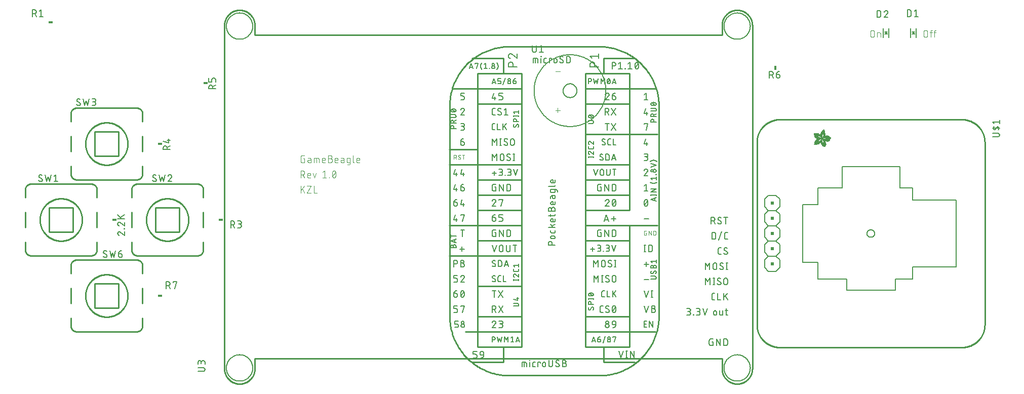
<source format=gbr>
G04 EAGLE Gerber RS-274X export*
G75*
%MOMM*%
%FSLAX34Y34*%
%LPD*%
%INSilkscreen Top*%
%IPPOS*%
%AMOC8*
5,1,8,0,0,1.08239X$1,22.5*%
G01*
%ADD10C,0.101600*%
%ADD11R,0.711200X0.406400*%
%ADD12C,0.152400*%
%ADD13C,0.127000*%
%ADD14R,0.406400X0.711200*%
%ADD15C,0.254000*%
%ADD16C,0.203200*%
%ADD17C,0.200000*%
%ADD18R,0.508000X0.508000*%
%ADD19R,0.063400X0.002600*%
%ADD20R,0.099000X0.002400*%
%ADD21R,0.124400X0.002600*%
%ADD22R,0.144800X0.002400*%
%ADD23R,0.162600X0.002400*%
%ADD24R,0.180200X0.002600*%
%ADD25R,0.193000X0.002400*%
%ADD26R,0.208200X0.002600*%
%ADD27R,0.221000X0.002400*%
%ADD28R,0.233600X0.002400*%
%ADD29R,0.246200X0.002600*%
%ADD30R,0.256600X0.002400*%
%ADD31R,0.266600X0.002600*%
%ADD32R,0.276800X0.002400*%
%ADD33R,0.287000X0.002400*%
%ADD34R,0.297200X0.002600*%
%ADD35R,0.304800X0.002400*%
%ADD36R,0.315000X0.002600*%
%ADD37R,0.322600X0.002400*%
%ADD38R,0.332800X0.002400*%
%ADD39R,0.340400X0.002600*%
%ADD40R,0.350400X0.002400*%
%ADD41R,0.355600X0.002600*%
%ADD42R,0.363200X0.002400*%
%ADD43R,0.370800X0.002400*%
%ADD44R,0.378400X0.002600*%
%ADD45R,0.386000X0.002400*%
%ADD46R,0.391000X0.002600*%
%ADD47R,0.398800X0.002400*%
%ADD48R,0.406400X0.002400*%
%ADD49R,0.411400X0.002600*%
%ADD50R,0.419000X0.002400*%
%ADD51R,0.426600X0.002600*%
%ADD52R,0.431800X0.002400*%
%ADD53R,0.436800X0.002400*%
%ADD54R,0.442000X0.002600*%
%ADD55R,0.447000X0.002400*%
%ADD56R,0.454600X0.002600*%
%ADD57R,0.459600X0.002400*%
%ADD58R,0.467400X0.002400*%
%ADD59R,0.469800X0.002600*%
%ADD60R,0.475000X0.002400*%
%ADD61R,0.482600X0.002600*%
%ADD62R,0.485000X0.002400*%
%ADD63R,0.490200X0.002400*%
%ADD64R,0.495200X0.002600*%
%ADD65R,0.503000X0.002400*%
%ADD66R,0.505400X0.002600*%
%ADD67R,0.510400X0.002400*%
%ADD68R,0.515600X0.002400*%
%ADD69R,0.518000X0.002600*%
%ADD70R,0.523200X0.002400*%
%ADD71R,0.525800X0.002600*%
%ADD72R,0.533400X0.002400*%
%ADD73R,0.538400X0.002400*%
%ADD74R,0.541000X0.002600*%
%ADD75R,0.546000X0.002400*%
%ADD76R,0.548600X0.002600*%
%ADD77R,0.553600X0.002400*%
%ADD78R,0.558800X0.002400*%
%ADD79R,0.561400X0.002600*%
%ADD80R,0.566400X0.002400*%
%ADD81R,0.568800X0.002600*%
%ADD82R,0.574000X0.002400*%
%ADD83R,0.576600X0.002400*%
%ADD84R,0.581600X0.002600*%
%ADD85R,0.584200X0.002400*%
%ADD86R,0.589200X0.002600*%
%ADD87R,0.591800X0.002400*%
%ADD88R,0.596800X0.002400*%
%ADD89R,0.599400X0.002600*%
%ADD90R,0.604400X0.002400*%
%ADD91R,0.604400X0.002600*%
%ADD92R,0.609600X0.002400*%
%ADD93R,0.612200X0.002400*%
%ADD94R,0.617200X0.002600*%
%ADD95R,0.619800X0.002400*%
%ADD96R,0.622200X0.002600*%
%ADD97R,0.627200X0.002400*%
%ADD98R,0.632400X0.002600*%
%ADD99R,0.635000X0.002400*%
%ADD100R,0.640000X0.002600*%
%ADD101R,0.642600X0.002400*%
%ADD102R,0.645000X0.002400*%
%ADD103R,0.647600X0.002600*%
%ADD104R,0.650200X0.002400*%
%ADD105R,0.655200X0.002600*%
%ADD106R,0.657800X0.002400*%
%ADD107R,0.662800X0.002600*%
%ADD108R,0.665400X0.002400*%
%ADD109R,0.668000X0.002600*%
%ADD110R,0.670600X0.002400*%
%ADD111R,0.673000X0.002400*%
%ADD112R,0.678200X0.002600*%
%ADD113R,0.680600X0.002400*%
%ADD114R,0.680600X0.002600*%
%ADD115R,0.685800X0.002400*%
%ADD116R,0.688400X0.002400*%
%ADD117R,0.688400X0.002600*%
%ADD118R,0.693400X0.002400*%
%ADD119R,0.696000X0.002600*%
%ADD120R,0.698400X0.002400*%
%ADD121R,0.703400X0.002600*%
%ADD122R,0.706000X0.002400*%
%ADD123R,0.706000X0.002600*%
%ADD124R,0.711200X0.002400*%
%ADD125R,0.713800X0.002400*%
%ADD126R,0.713800X0.002600*%
%ADD127R,0.716200X0.002400*%
%ADD128R,0.721200X0.002600*%
%ADD129R,0.721200X0.002400*%
%ADD130R,0.723800X0.002400*%
%ADD131R,0.723800X0.002600*%
%ADD132R,0.729000X0.002400*%
%ADD133R,0.731600X0.002600*%
%ADD134R,0.731600X0.002400*%
%ADD135R,0.734000X0.002400*%
%ADD136R,0.736600X0.002600*%
%ADD137R,0.739000X0.002400*%
%ADD138R,0.741600X0.002600*%
%ADD139R,0.741600X0.002400*%
%ADD140R,0.744200X0.002400*%
%ADD141R,0.746600X0.002600*%
%ADD142R,0.749200X0.002400*%
%ADD143R,0.751800X0.002600*%
%ADD144R,0.751800X0.002400*%
%ADD145R,0.754200X0.002400*%
%ADD146R,0.756800X0.002600*%
%ADD147R,0.759400X0.002400*%
%ADD148R,0.759400X0.002600*%
%ADD149R,0.762000X0.002400*%
%ADD150R,0.764600X0.002400*%
%ADD151R,0.764600X0.002600*%
%ADD152R,0.767000X0.002400*%
%ADD153R,0.769600X0.002600*%
%ADD154R,0.772000X0.002400*%
%ADD155R,0.774600X0.002600*%
%ADD156R,0.774600X0.002400*%
%ADD157R,0.777200X0.002600*%
%ADD158R,0.777200X0.002400*%
%ADD159R,0.205600X0.002400*%
%ADD160R,0.779800X0.002400*%
%ADD161R,0.309800X0.002600*%
%ADD162R,0.782400X0.002600*%
%ADD163R,0.381000X0.002400*%
%ADD164R,0.784800X0.002400*%
%ADD165R,0.409000X0.002600*%
%ADD166R,0.784800X0.002600*%
%ADD167R,0.787400X0.002400*%
%ADD168R,0.452000X0.002400*%
%ADD169R,0.790000X0.002600*%
%ADD170R,0.487600X0.002400*%
%ADD171R,0.790000X0.002400*%
%ADD172R,0.502800X0.002600*%
%ADD173R,0.792400X0.002600*%
%ADD174R,0.518000X0.002400*%
%ADD175R,0.792400X0.002400*%
%ADD176R,0.530800X0.002400*%
%ADD177R,0.795000X0.002400*%
%ADD178R,0.795000X0.002600*%
%ADD179R,0.797600X0.002400*%
%ADD180R,0.563800X0.002600*%
%ADD181R,0.797600X0.002600*%
%ADD182R,0.800000X0.002400*%
%ADD183R,0.586600X0.002400*%
%ADD184R,0.596800X0.002600*%
%ADD185R,0.802600X0.002600*%
%ADD186R,0.604600X0.002400*%
%ADD187R,0.805200X0.002400*%
%ADD188R,0.612200X0.002600*%
%ADD189R,0.807600X0.002600*%
%ADD190R,0.622200X0.002400*%
%ADD191R,0.807600X0.002400*%
%ADD192R,0.630000X0.002400*%
%ADD193R,0.810200X0.002400*%
%ADD194R,0.637600X0.002600*%
%ADD195R,0.810200X0.002600*%
%ADD196R,0.647600X0.002400*%
%ADD197R,0.812800X0.002400*%
%ADD198R,0.652800X0.002600*%
%ADD199R,0.812800X0.002600*%
%ADD200R,0.815200X0.002400*%
%ADD201R,0.673000X0.002600*%
%ADD202R,0.815200X0.002600*%
%ADD203R,0.817800X0.002400*%
%ADD204R,0.683200X0.002600*%
%ADD205R,0.817800X0.002600*%
%ADD206R,0.690800X0.002400*%
%ADD207R,0.820400X0.002400*%
%ADD208R,0.696000X0.002400*%
%ADD209R,0.703600X0.002600*%
%ADD210R,0.820400X0.002600*%
%ADD211R,0.708600X0.002400*%
%ADD212R,0.823000X0.002400*%
%ADD213R,0.728800X0.002600*%
%ADD214R,0.825400X0.002600*%
%ADD215R,0.825400X0.002400*%
%ADD216R,0.739000X0.002600*%
%ADD217R,0.828000X0.002600*%
%ADD218R,0.828000X0.002400*%
%ADD219R,0.749200X0.002600*%
%ADD220R,0.830600X0.002600*%
%ADD221R,0.754400X0.002400*%
%ADD222R,0.830600X0.002400*%
%ADD223R,0.833200X0.002600*%
%ADD224R,0.764400X0.002400*%
%ADD225R,0.833200X0.002400*%
%ADD226R,0.835600X0.002600*%
%ADD227R,0.833000X0.002400*%
%ADD228R,0.782400X0.002400*%
%ADD229R,0.835600X0.002400*%
%ADD230R,0.787400X0.002600*%
%ADD231R,0.838200X0.002600*%
%ADD232R,0.789800X0.002400*%
%ADD233R,0.838200X0.002400*%
%ADD234R,0.840600X0.002600*%
%ADD235R,0.797400X0.002400*%
%ADD236R,0.840600X0.002400*%
%ADD237R,0.805200X0.002600*%
%ADD238R,0.840800X0.002600*%
%ADD239R,0.840800X0.002400*%
%ADD240R,0.843200X0.002600*%
%ADD241R,0.843200X0.002400*%
%ADD242R,0.815400X0.002400*%
%ADD243R,0.845800X0.002600*%
%ADD244R,0.845800X0.002400*%
%ADD245R,0.830400X0.002600*%
%ADD246R,0.848200X0.002600*%
%ADD247R,0.848200X0.002400*%
%ADD248R,0.848400X0.002400*%
%ADD249R,0.848400X0.002600*%
%ADD250R,0.850800X0.002400*%
%ADD251R,0.853400X0.002600*%
%ADD252R,0.850800X0.002600*%
%ADD253R,0.856000X0.002400*%
%ADD254R,0.861000X0.002600*%
%ADD255R,0.863600X0.002400*%
%ADD256R,0.866000X0.002600*%
%ADD257R,0.868600X0.002400*%
%ADD258R,0.871200X0.002600*%
%ADD259R,0.873600X0.002400*%
%ADD260R,0.853400X0.002400*%
%ADD261R,0.876200X0.002400*%
%ADD262R,0.876200X0.002600*%
%ADD263R,0.881400X0.002400*%
%ADD264R,0.883800X0.002600*%
%ADD265R,0.886400X0.002400*%
%ADD266R,0.889000X0.002400*%
%ADD267R,0.891600X0.002600*%
%ADD268R,0.891400X0.002400*%
%ADD269R,0.894000X0.002600*%
%ADD270R,0.896600X0.002400*%
%ADD271R,0.899000X0.002400*%
%ADD272R,0.901600X0.002600*%
%ADD273R,0.856000X0.002600*%
%ADD274R,0.904200X0.002400*%
%ADD275R,0.904200X0.002600*%
%ADD276R,0.909200X0.002400*%
%ADD277R,0.911800X0.002400*%
%ADD278R,0.914400X0.002600*%
%ADD279R,0.916800X0.002400*%
%ADD280R,0.919400X0.002600*%
%ADD281R,0.919400X0.002400*%
%ADD282R,0.922000X0.002400*%
%ADD283R,0.924600X0.002600*%
%ADD284R,0.927000X0.002400*%
%ADD285R,0.929600X0.002600*%
%ADD286R,0.932200X0.002400*%
%ADD287R,0.934600X0.002600*%
%ADD288R,0.937200X0.002400*%
%ADD289R,0.939800X0.002600*%
%ADD290R,0.942200X0.002400*%
%ADD291R,0.942400X0.002400*%
%ADD292R,0.944800X0.002600*%
%ADD293R,0.947400X0.002400*%
%ADD294R,0.950000X0.002600*%
%ADD295R,0.952400X0.002400*%
%ADD296R,0.955000X0.002400*%
%ADD297R,0.952400X0.002600*%
%ADD298R,0.957400X0.002600*%
%ADD299R,0.365600X0.002600*%
%ADD300R,0.462200X0.002600*%
%ADD301R,0.960000X0.002400*%
%ADD302R,0.358000X0.002400*%
%ADD303R,0.454600X0.002400*%
%ADD304R,0.962600X0.002400*%
%ADD305R,0.353000X0.002400*%
%ADD306R,0.452200X0.002400*%
%ADD307R,0.965200X0.002600*%
%ADD308R,0.350400X0.002600*%
%ADD309R,0.447000X0.002600*%
%ADD310R,0.965200X0.002400*%
%ADD311R,0.348000X0.002400*%
%ADD312R,0.444400X0.002400*%
%ADD313R,0.967600X0.002600*%
%ADD314R,0.345400X0.002600*%
%ADD315R,0.439400X0.002600*%
%ADD316R,0.970200X0.002400*%
%ADD317R,0.342800X0.002400*%
%ADD318R,0.340200X0.002400*%
%ADD319R,0.972800X0.002600*%
%ADD320R,0.337800X0.002600*%
%ADD321R,0.429200X0.002600*%
%ADD322R,0.972800X0.002400*%
%ADD323R,0.335200X0.002400*%
%ADD324R,0.429200X0.002400*%
%ADD325R,0.975400X0.002600*%
%ADD326R,0.332600X0.002600*%
%ADD327R,0.424200X0.002600*%
%ADD328R,0.977800X0.002400*%
%ADD329R,0.424200X0.002400*%
%ADD330R,0.980400X0.002600*%
%ADD331R,0.330200X0.002600*%
%ADD332R,0.419000X0.002600*%
%ADD333R,0.980400X0.002400*%
%ADD334R,0.327600X0.002400*%
%ADD335R,0.414000X0.002400*%
%ADD336R,0.983000X0.002600*%
%ADD337R,0.327600X0.002600*%
%ADD338R,0.414000X0.002600*%
%ADD339R,0.983000X0.002400*%
%ADD340R,0.325000X0.002400*%
%ADD341R,0.985400X0.002400*%
%ADD342R,0.409000X0.002400*%
%ADD343R,0.988000X0.002600*%
%ADD344R,0.322600X0.002600*%
%ADD345R,0.322400X0.002400*%
%ADD346R,0.320000X0.002600*%
%ADD347R,0.403800X0.002600*%
%ADD348R,0.990600X0.002400*%
%ADD349R,0.317400X0.002400*%
%ADD350R,0.401200X0.002400*%
%ADD351R,0.990600X0.002600*%
%ADD352R,0.317400X0.002600*%
%ADD353R,0.398800X0.002600*%
%ADD354R,0.315000X0.002400*%
%ADD355R,0.396200X0.002400*%
%ADD356R,0.993000X0.002600*%
%ADD357R,0.393600X0.002600*%
%ADD358R,0.993000X0.002400*%
%ADD359R,0.312400X0.002400*%
%ADD360R,0.393600X0.002400*%
%ADD361R,0.312400X0.002600*%
%ADD362R,0.391200X0.002600*%
%ADD363R,0.309800X0.002400*%
%ADD364R,0.388600X0.002400*%
%ADD365R,1.305600X0.002600*%
%ADD366R,0.386000X0.002600*%
%ADD367R,1.300400X0.002400*%
%ADD368R,1.298000X0.002400*%
%ADD369R,0.383400X0.002400*%
%ADD370R,1.298000X0.002600*%
%ADD371R,0.383400X0.002600*%
%ADD372R,1.295400X0.002400*%
%ADD373R,1.292800X0.002600*%
%ADD374R,0.381000X0.002600*%
%ADD375R,1.290200X0.002400*%
%ADD376R,0.378400X0.002400*%
%ADD377R,1.285200X0.002600*%
%ADD378R,1.285200X0.002400*%
%ADD379R,0.373400X0.002400*%
%ADD380R,1.282600X0.002600*%
%ADD381R,0.373400X0.002600*%
%ADD382R,1.282600X0.002400*%
%ADD383R,1.277600X0.002400*%
%ADD384R,1.277600X0.002600*%
%ADD385R,0.368200X0.002600*%
%ADD386R,1.275000X0.002400*%
%ADD387R,0.368200X0.002400*%
%ADD388R,1.272400X0.002600*%
%ADD389R,0.365800X0.002600*%
%ADD390R,1.270000X0.002400*%
%ADD391R,0.365800X0.002400*%
%ADD392R,1.265000X0.002600*%
%ADD393R,0.363200X0.002600*%
%ADD394R,1.265000X0.002400*%
%ADD395R,1.262400X0.002600*%
%ADD396R,0.360600X0.002600*%
%ADD397R,1.259800X0.002400*%
%ADD398R,0.360600X0.002400*%
%ADD399R,1.257200X0.002400*%
%ADD400R,1.257200X0.002600*%
%ADD401R,0.358000X0.002600*%
%ADD402R,1.254800X0.002400*%
%ADD403R,0.355600X0.002400*%
%ADD404R,1.252200X0.002600*%
%ADD405R,1.252200X0.002400*%
%ADD406R,1.247000X0.002400*%
%ADD407R,1.247000X0.002600*%
%ADD408R,0.353000X0.002600*%
%ADD409R,1.242000X0.002600*%
%ADD410R,1.242000X0.002400*%
%ADD411R,1.239400X0.002400*%
%ADD412R,1.237000X0.002600*%
%ADD413R,0.347800X0.002600*%
%ADD414R,1.237000X0.002400*%
%ADD415R,0.347800X0.002400*%
%ADD416R,1.231800X0.002600*%
%ADD417R,1.231800X0.002400*%
%ADD418R,0.345400X0.002400*%
%ADD419R,1.226800X0.002600*%
%ADD420R,1.226800X0.002400*%
%ADD421R,1.224200X0.002600*%
%ADD422R,0.342800X0.002600*%
%ADD423R,1.221600X0.002400*%
%ADD424R,0.340400X0.002400*%
%ADD425R,1.219200X0.002600*%
%ADD426R,1.216600X0.002400*%
%ADD427R,0.337800X0.002400*%
%ADD428R,1.214200X0.002600*%
%ADD429R,1.214200X0.002400*%
%ADD430R,1.209000X0.002400*%
%ADD431R,1.209000X0.002600*%
%ADD432R,0.335200X0.002600*%
%ADD433R,1.206400X0.002600*%
%ADD434R,0.652800X0.002400*%
%ADD435R,0.083800X0.002400*%
%ADD436R,0.505400X0.002400*%
%ADD437R,0.134600X0.002400*%
%ADD438R,0.497800X0.002600*%
%ADD439R,0.332800X0.002600*%
%ADD440R,0.167600X0.002600*%
%ADD441R,0.632400X0.002400*%
%ADD442R,0.330200X0.002400*%
%ADD443R,0.195400X0.002400*%
%ADD444R,0.629800X0.002600*%
%ADD445R,0.223400X0.002600*%
%ADD446R,0.624800X0.002400*%
%ADD447R,0.474800X0.002400*%
%ADD448R,0.246400X0.002400*%
%ADD449R,0.469800X0.002400*%
%ADD450R,0.264000X0.002400*%
%ADD451R,0.619600X0.002600*%
%ADD452R,0.284400X0.002600*%
%ADD453R,0.617200X0.002400*%
%ADD454R,0.457200X0.002400*%
%ADD455R,0.302200X0.002400*%
%ADD456R,0.614600X0.002600*%
%ADD457R,0.452000X0.002600*%
%ADD458R,0.325000X0.002600*%
%ADD459R,0.439400X0.002400*%
%ADD460R,0.609600X0.002600*%
%ADD461R,0.434400X0.002600*%
%ADD462R,0.322400X0.002600*%
%ADD463R,0.602000X0.002400*%
%ADD464R,0.416400X0.002400*%
%ADD465R,0.599400X0.002400*%
%ADD466R,0.408800X0.002400*%
%ADD467R,0.320000X0.002400*%
%ADD468R,0.441800X0.002400*%
%ADD469R,0.401200X0.002600*%
%ADD470R,0.464800X0.002400*%
%ADD471R,0.594200X0.002400*%
%ADD472R,0.591800X0.002600*%
%ADD473R,0.487600X0.002600*%
%ADD474R,0.594400X0.002400*%
%ADD475R,0.495200X0.002400*%
%ADD476R,0.508000X0.002600*%
%ADD477R,0.518200X0.002400*%
%ADD478R,0.589200X0.002400*%
%ADD479R,0.375800X0.002400*%
%ADD480R,0.528400X0.002400*%
%ADD481R,0.370800X0.002600*%
%ADD482R,0.538400X0.002600*%
%ADD483R,0.586600X0.002600*%
%ADD484R,0.556200X0.002600*%
%ADD485R,0.314800X0.002400*%
%ADD486R,0.586800X0.002600*%
%ADD487R,0.584200X0.002600*%
%ADD488R,0.602000X0.002600*%
%ADD489R,0.581600X0.002400*%
%ADD490R,0.619600X0.002400*%
%ADD491R,0.627400X0.002600*%
%ADD492R,0.307200X0.002600*%
%ADD493R,0.642600X0.002600*%
%ADD494R,0.579200X0.002400*%
%ADD495R,0.307400X0.002400*%
%ADD496R,0.579000X0.002600*%
%ADD497R,0.307400X0.002600*%
%ADD498R,0.665400X0.002600*%
%ADD499R,0.307200X0.002400*%
%ADD500R,0.314800X0.002600*%
%ADD501R,0.304800X0.002600*%
%ADD502R,0.576400X0.002400*%
%ADD503R,0.576600X0.002600*%
%ADD504R,0.713600X0.002400*%
%ADD505R,0.574000X0.002600*%
%ADD506R,0.302200X0.002600*%
%ADD507R,0.721400X0.002600*%
%ADD508R,0.299600X0.002400*%
%ADD509R,0.297200X0.002400*%
%ADD510R,0.736600X0.002400*%
%ADD511R,0.292000X0.002600*%
%ADD512R,0.289600X0.002400*%
%ADD513R,0.746800X0.002400*%
%ADD514R,0.571400X0.002600*%
%ADD515R,0.287000X0.002600*%
%ADD516R,0.299800X0.002600*%
%ADD517R,0.754400X0.002600*%
%ADD518R,0.284400X0.002400*%
%ADD519R,1.061800X0.002400*%
%ADD520R,0.571400X0.002400*%
%ADD521R,0.282000X0.002400*%
%ADD522R,1.066800X0.002400*%
%ADD523R,0.279400X0.002600*%
%ADD524R,1.066800X0.002600*%
%ADD525R,1.071800X0.002400*%
%ADD526R,0.274200X0.002600*%
%ADD527R,1.074400X0.002600*%
%ADD528R,0.274200X0.002400*%
%ADD529R,1.076800X0.002400*%
%ADD530R,0.569000X0.002400*%
%ADD531R,0.271800X0.002400*%
%ADD532R,1.079400X0.002400*%
%ADD533R,0.269200X0.002600*%
%ADD534R,1.082000X0.002600*%
%ADD535R,0.266600X0.002400*%
%ADD536R,1.087000X0.002400*%
%ADD537R,0.569000X0.002600*%
%ADD538R,0.264200X0.002600*%
%ADD539R,1.087000X0.002600*%
%ADD540R,0.568800X0.002400*%
%ADD541R,0.261600X0.002400*%
%ADD542R,1.092200X0.002400*%
%ADD543R,0.259000X0.002400*%
%ADD544R,1.094800X0.002400*%
%ADD545R,0.566400X0.002600*%
%ADD546R,0.256600X0.002600*%
%ADD547R,1.097200X0.002600*%
%ADD548R,1.099800X0.002400*%
%ADD549R,0.254000X0.002600*%
%ADD550R,1.104800X0.002600*%
%ADD551R,0.251400X0.002400*%
%ADD552R,1.104800X0.002400*%
%ADD553R,0.248800X0.002400*%
%ADD554R,1.110000X0.002400*%
%ADD555R,0.246400X0.002600*%
%ADD556R,1.112400X0.002600*%
%ADD557R,1.115000X0.002400*%
%ADD558R,1.117600X0.002600*%
%ADD559R,0.563800X0.002400*%
%ADD560R,0.243800X0.002400*%
%ADD561R,1.122600X0.002400*%
%ADD562R,0.241200X0.002400*%
%ADD563R,0.241200X0.002600*%
%ADD564R,1.127800X0.002600*%
%ADD565R,0.238600X0.002400*%
%ADD566R,1.130200X0.002400*%
%ADD567R,0.236200X0.002600*%
%ADD568R,1.132800X0.002600*%
%ADD569R,0.561400X0.002400*%
%ADD570R,1.137800X0.002400*%
%ADD571R,0.561200X0.002400*%
%ADD572R,0.561200X0.002600*%
%ADD573R,0.233600X0.002600*%
%ADD574R,1.143000X0.002600*%
%ADD575R,0.231200X0.002400*%
%ADD576R,1.145600X0.002400*%
%ADD577R,0.231200X0.002600*%
%ADD578R,1.148000X0.002600*%
%ADD579R,0.228600X0.002400*%
%ADD580R,1.153200X0.002400*%
%ADD581R,0.226000X0.002400*%
%ADD582R,0.558800X0.002600*%
%ADD583R,0.228600X0.002600*%
%ADD584R,1.158200X0.002600*%
%ADD585R,1.160800X0.002400*%
%ADD586R,1.165800X0.002600*%
%ADD587R,0.223400X0.002400*%
%ADD588R,1.168400X0.002400*%
%ADD589R,1.171000X0.002400*%
%ADD590R,1.176000X0.002600*%
%ADD591R,0.220800X0.002400*%
%ADD592R,1.176000X0.002400*%
%ADD593R,0.221000X0.002600*%
%ADD594R,1.181000X0.002600*%
%ADD595R,1.186200X0.002400*%
%ADD596R,0.218400X0.002400*%
%ADD597R,1.188600X0.002400*%
%ADD598R,1.193800X0.002600*%
%ADD599R,1.196200X0.002400*%
%ADD600R,1.201400X0.002600*%
%ADD601R,0.556200X0.002400*%
%ADD602R,1.206400X0.002400*%
%ADD603R,0.218400X0.002600*%
%ADD604R,1.221600X0.002600*%
%ADD605R,0.553800X0.002400*%
%ADD606R,0.223600X0.002400*%
%ADD607R,0.553600X0.002600*%
%ADD608R,0.226000X0.002600*%
%ADD609R,0.551200X0.002600*%
%ADD610R,0.231000X0.002600*%
%ADD611R,1.249600X0.002600*%
%ADD612R,0.551200X0.002400*%
%ADD613R,0.236200X0.002400*%
%ADD614R,1.513800X0.002400*%
%ADD615R,1.513800X0.002600*%
%ADD616R,0.551000X0.002400*%
%ADD617R,1.516200X0.002600*%
%ADD618R,1.516400X0.002400*%
%ADD619R,0.551000X0.002600*%
%ADD620R,1.518800X0.002600*%
%ADD621R,1.519000X0.002400*%
%ADD622R,1.519000X0.002600*%
%ADD623R,1.521400X0.002400*%
%ADD624R,1.521400X0.002600*%
%ADD625R,1.524000X0.002400*%
%ADD626R,1.524000X0.002600*%
%ADD627R,1.526400X0.002400*%
%ADD628R,1.526600X0.002600*%
%ADD629R,1.529000X0.002400*%
%ADD630R,1.529000X0.002600*%
%ADD631R,1.531600X0.002400*%
%ADD632R,1.534200X0.002600*%
%ADD633R,1.536600X0.002400*%
%ADD634R,1.539200X0.002600*%
%ADD635R,1.541800X0.002400*%
%ADD636R,1.544200X0.002600*%
%ADD637R,1.549400X0.002400*%
%ADD638R,1.549400X0.002600*%
%ADD639R,1.554400X0.002400*%
%ADD640R,1.557000X0.002400*%
%ADD641R,0.594400X0.002600*%
%ADD642R,1.559400X0.002600*%
%ADD643R,1.564600X0.002400*%
%ADD644R,0.604600X0.002600*%
%ADD645R,1.567200X0.002600*%
%ADD646R,1.572200X0.002400*%
%ADD647R,0.614600X0.002400*%
%ADD648R,1.577200X0.002400*%
%ADD649R,0.525800X0.002400*%
%ADD650R,0.906800X0.002400*%
%ADD651R,1.168400X0.002600*%
%ADD652R,0.889000X0.002600*%
%ADD653R,1.155600X0.002400*%
%ADD654R,1.143000X0.002400*%
%ADD655R,0.866200X0.002400*%
%ADD656R,1.130200X0.002600*%
%ADD657R,1.120000X0.002400*%
%ADD658R,1.110000X0.002600*%
%ADD659R,1.084600X0.002600*%
%ADD660R,1.071800X0.002600*%
%ADD661R,1.064200X0.002400*%
%ADD662R,0.807800X0.002400*%
%ADD663R,1.059200X0.002400*%
%ADD664R,0.802600X0.002400*%
%ADD665R,1.054000X0.002600*%
%ADD666R,0.800000X0.002600*%
%ADD667R,1.049000X0.002400*%
%ADD668R,1.046400X0.002600*%
%ADD669R,1.041400X0.002400*%
%ADD670R,1.038800X0.002400*%
%ADD671R,1.033800X0.002600*%
%ADD672R,1.031200X0.002400*%
%ADD673R,1.028600X0.002600*%
%ADD674R,1.026000X0.002400*%
%ADD675R,0.782200X0.002400*%
%ADD676R,1.026200X0.002400*%
%ADD677R,1.023600X0.002600*%
%ADD678R,0.782200X0.002600*%
%ADD679R,1.021000X0.002400*%
%ADD680R,1.021000X0.002600*%
%ADD681R,1.018400X0.002400*%
%ADD682R,1.018400X0.002600*%
%ADD683R,1.023600X0.002400*%
%ADD684R,1.026200X0.002600*%
%ADD685R,1.028600X0.002400*%
%ADD686R,1.033600X0.002600*%
%ADD687R,0.797400X0.002600*%
%ADD688R,1.033600X0.002400*%
%ADD689R,1.036200X0.002600*%
%ADD690R,1.046400X0.002400*%
%ADD691R,1.049000X0.002600*%
%ADD692R,1.054000X0.002400*%
%ADD693R,1.056600X0.002600*%
%ADD694R,1.061600X0.002400*%
%ADD695R,0.822800X0.002400*%
%ADD696R,1.097200X0.002400*%
%ADD697R,0.858400X0.002600*%
%ADD698R,1.122600X0.002600*%
%ADD699R,0.878800X0.002400*%
%ADD700R,1.140400X0.002400*%
%ADD701R,0.883800X0.002400*%
%ADD702R,0.901600X0.002400*%
%ADD703R,1.170800X0.002600*%
%ADD704R,0.909200X0.002600*%
%ADD705R,1.181000X0.002400*%
%ADD706R,1.196400X0.002400*%
%ADD707R,0.929600X0.002400*%
%ADD708R,1.221800X0.002400*%
%ADD709R,0.949800X0.002400*%
%ADD710R,0.962600X0.002600*%
%ADD711R,0.975400X0.002400*%
%ADD712R,1.272400X0.002400*%
%ADD713R,1.290400X0.002600*%
%ADD714R,1.008200X0.002600*%
%ADD715R,1.318200X0.002400*%
%ADD716R,1.361400X0.002600*%
%ADD717R,2.491600X0.002400*%
%ADD718R,2.494200X0.002400*%
%ADD719R,2.499400X0.002600*%
%ADD720R,2.501800X0.002400*%
%ADD721R,2.504400X0.002600*%
%ADD722R,2.509400X0.002400*%
%ADD723R,2.512000X0.002400*%
%ADD724R,2.517200X0.002600*%
%ADD725R,2.519600X0.002400*%
%ADD726R,2.524800X0.002600*%
%ADD727R,2.527200X0.002400*%
%ADD728R,2.529800X0.002400*%
%ADD729R,2.535000X0.002600*%
%ADD730R,1.673800X0.002400*%
%ADD731R,1.661200X0.002600*%
%ADD732R,1.653400X0.002400*%
%ADD733R,1.645800X0.002400*%
%ADD734R,1.638200X0.002600*%
%ADD735R,1.635800X0.002400*%
%ADD736R,0.779800X0.002600*%
%ADD737R,1.630600X0.002600*%
%ADD738R,1.625600X0.002400*%
%ADD739R,0.772200X0.002400*%
%ADD740R,1.620400X0.002400*%
%ADD741R,1.618000X0.002600*%
%ADD742R,1.612800X0.002400*%
%ADD743R,0.764400X0.002600*%
%ADD744R,1.610200X0.002600*%
%ADD745R,1.607800X0.002400*%
%ADD746R,1.602600X0.002400*%
%ADD747R,0.757000X0.002600*%
%ADD748R,1.600200X0.002600*%
%ADD749R,1.597600X0.002400*%
%ADD750R,1.595000X0.002600*%
%ADD751R,1.592600X0.002400*%
%ADD752R,1.590000X0.002400*%
%ADD753R,0.746800X0.002600*%
%ADD754R,1.587400X0.002600*%
%ADD755R,1.585000X0.002400*%
%ADD756R,0.744200X0.002600*%
%ADD757R,1.582400X0.002600*%
%ADD758R,1.579800X0.002400*%
%ADD759R,1.577200X0.002600*%
%ADD760R,1.574800X0.002400*%
%ADD761R,0.734000X0.002600*%
%ADD762R,1.574800X0.002600*%
%ADD763R,1.338600X0.002400*%
%ADD764R,0.731400X0.002400*%
%ADD765R,1.323200X0.002400*%
%ADD766R,0.731400X0.002600*%
%ADD767R,0.213200X0.002600*%
%ADD768R,1.315600X0.002600*%
%ADD769R,0.210800X0.002400*%
%ADD770R,1.308000X0.002400*%
%ADD771R,0.726400X0.002600*%
%ADD772R,0.210800X0.002600*%
%ADD773R,1.300400X0.002600*%
%ADD774R,0.721400X0.002400*%
%ADD775R,0.208200X0.002400*%
%ADD776R,0.718800X0.002400*%
%ADD777R,0.716200X0.002600*%
%ADD778R,1.267400X0.002400*%
%ADD779R,0.713600X0.002600*%
%ADD780R,1.254800X0.002600*%
%ADD781R,1.249600X0.002400*%
%ADD782R,0.711200X0.002600*%
%ADD783R,1.244600X0.002600*%
%ADD784R,0.706200X0.002400*%
%ADD785R,0.213400X0.002400*%
%ADD786R,0.213200X0.002400*%
%ADD787R,0.215800X0.002600*%
%ADD788R,1.221800X0.002600*%
%ADD789R,0.701000X0.002400*%
%ADD790R,0.215800X0.002400*%
%ADD791R,1.219200X0.002400*%
%ADD792R,1.214000X0.002400*%
%ADD793R,0.701000X0.002600*%
%ADD794R,0.223600X0.002600*%
%ADD795R,1.198800X0.002600*%
%ADD796R,0.695800X0.002400*%
%ADD797R,1.193800X0.002400*%
%ADD798R,1.188800X0.002400*%
%ADD799R,0.695800X0.002600*%
%ADD800R,1.186200X0.002600*%
%ADD801R,0.690800X0.002600*%
%ADD802R,1.178400X0.002600*%
%ADD803R,0.238800X0.002400*%
%ADD804R,1.173400X0.002400*%
%ADD805R,0.688200X0.002400*%
%ADD806R,0.688200X0.002600*%
%ADD807R,1.163200X0.002600*%
%ADD808R,1.158200X0.002400*%
%ADD809R,0.685800X0.002600*%
%ADD810R,1.155600X0.002600*%
%ADD811R,1.150600X0.002400*%
%ADD812R,0.683200X0.002400*%
%ADD813R,1.145400X0.002400*%
%ADD814R,0.256400X0.002400*%
%ADD815R,1.135400X0.002400*%
%ADD816R,0.261600X0.002600*%
%ADD817R,1.127600X0.002400*%
%ADD818R,1.125200X0.002400*%
%ADD819R,1.120000X0.002600*%
%ADD820R,0.678200X0.002400*%
%ADD821R,1.107400X0.002400*%
%ADD822R,0.675600X0.002400*%
%ADD823R,1.102200X0.002400*%
%ADD824R,1.099800X0.002600*%
%ADD825R,0.675600X0.002600*%
%ADD826R,1.089600X0.002600*%
%ADD827R,0.294600X0.002400*%
%ADD828R,1.084400X0.002400*%
%ADD829R,1.082000X0.002400*%
%ADD830R,1.076800X0.002600*%
%ADD831R,1.069200X0.002600*%
%ADD832R,1.051400X0.002400*%
%ADD833R,0.670400X0.002400*%
%ADD834R,0.670600X0.002600*%
%ADD835R,1.031200X0.002600*%
%ADD836R,0.670400X0.002600*%
%ADD837R,1.016000X0.002400*%
%ADD838R,1.010800X0.002600*%
%ADD839R,0.376000X0.002400*%
%ADD840R,1.005800X0.002400*%
%ADD841R,1.000800X0.002600*%
%ADD842R,0.998200X0.002400*%
%ADD843R,0.391200X0.002400*%
%ADD844R,0.396200X0.002600*%
%ADD845R,0.401400X0.002400*%
%ADD846R,0.406400X0.002600*%
%ADD847R,0.977800X0.002600*%
%ADD848R,0.421600X0.002400*%
%ADD849R,0.955000X0.002600*%
%ADD850R,0.950000X0.002400*%
%ADD851R,0.944800X0.002400*%
%ADD852R,0.942200X0.002600*%
%ADD853R,0.467200X0.002400*%
%ADD854R,0.477400X0.002600*%
%ADD855R,0.530800X0.002600*%
%ADD856R,0.906800X0.002600*%
%ADD857R,1.325800X0.002400*%
%ADD858R,0.894000X0.002400*%
%ADD859R,1.325800X0.002600*%
%ADD860R,1.328400X0.002400*%
%ADD861R,1.328400X0.002600*%
%ADD862R,0.881400X0.002600*%
%ADD863R,1.333400X0.002400*%
%ADD864R,1.333400X0.002600*%
%ADD865R,0.863600X0.002600*%
%ADD866R,0.858400X0.002400*%
%ADD867R,1.336000X0.002600*%
%ADD868R,1.338600X0.002600*%
%ADD869R,0.833000X0.002600*%
%ADD870R,1.343600X0.002400*%
%ADD871R,1.343600X0.002600*%
%ADD872R,0.365600X0.002400*%
%ADD873R,1.346200X0.002400*%
%ADD874R,1.348800X0.002600*%
%ADD875R,1.348800X0.002400*%
%ADD876R,1.351200X0.002600*%
%ADD877R,1.351200X0.002400*%
%ADD878R,0.269200X0.002400*%
%ADD879R,1.353800X0.002400*%
%ADD880R,0.249000X0.002400*%
%ADD881R,1.353800X0.002600*%
%ADD882R,0.340200X0.002600*%
%ADD883R,1.356200X0.002400*%
%ADD884R,1.358800X0.002600*%
%ADD885R,0.198200X0.002600*%
%ADD886R,1.358800X0.002400*%
%ADD887R,0.180200X0.002400*%
%ADD888R,0.157400X0.002400*%
%ADD889R,0.132000X0.002600*%
%ADD890R,1.364000X0.002400*%
%ADD891R,0.101600X0.002400*%
%ADD892R,1.364000X0.002600*%
%ADD893R,0.050800X0.002600*%
%ADD894R,1.369000X0.002400*%
%ADD895R,1.369000X0.002600*%
%ADD896R,1.371600X0.002600*%
%ADD897R,1.374200X0.002400*%
%ADD898R,1.376600X0.002600*%
%ADD899R,1.376600X0.002400*%
%ADD900R,1.379200X0.002600*%
%ADD901R,1.381800X0.002400*%
%ADD902R,1.381800X0.002600*%
%ADD903R,1.386800X0.002400*%
%ADD904R,1.386800X0.002600*%
%ADD905R,0.294600X0.002600*%
%ADD906R,1.389200X0.002400*%
%ADD907R,1.389200X0.002600*%
%ADD908R,1.394400X0.002400*%
%ADD909R,0.292000X0.002400*%
%ADD910R,1.394400X0.002600*%
%ADD911R,1.397000X0.002400*%
%ADD912R,1.397000X0.002600*%
%ADD913R,1.402000X0.002400*%
%ADD914R,1.402000X0.002600*%
%ADD915R,0.289600X0.002600*%
%ADD916R,1.404600X0.002400*%
%ADD917R,1.407000X0.002600*%
%ADD918R,1.409600X0.002400*%
%ADD919R,1.412200X0.002600*%
%ADD920R,1.412200X0.002400*%
%ADD921R,1.414800X0.002600*%
%ADD922R,1.417200X0.002400*%
%ADD923R,1.419800X0.002600*%
%ADD924R,1.419800X0.002400*%
%ADD925R,1.422400X0.002400*%
%ADD926R,1.424800X0.002600*%
%ADD927R,1.424800X0.002400*%
%ADD928R,1.051400X0.002600*%
%ADD929R,0.375800X0.002600*%
%ADD930R,1.044000X0.002400*%
%ADD931R,0.383600X0.002400*%
%ADD932R,1.041400X0.002600*%
%ADD933R,0.299600X0.002600*%
%ADD934R,1.038800X0.002600*%
%ADD935R,0.388600X0.002600*%
%ADD936R,1.036200X0.002400*%
%ADD937R,0.398600X0.002600*%
%ADD938R,0.398600X0.002400*%
%ADD939R,1.018600X0.002600*%
%ADD940R,0.403800X0.002400*%
%ADD941R,1.013400X0.002600*%
%ADD942R,1.008400X0.002400*%
%ADD943R,0.411400X0.002400*%
%ADD944R,1.005800X0.002600*%
%ADD945R,1.003200X0.002400*%
%ADD946R,0.421600X0.002600*%
%ADD947R,0.426800X0.002400*%
%ADD948R,0.995600X0.002400*%
%ADD949R,0.441800X0.002600*%
%ADD950R,0.988000X0.002400*%
%ADD951R,0.985400X0.002600*%
%ADD952R,0.975200X0.002400*%
%ADD953R,0.970200X0.002600*%
%ADD954R,0.967600X0.002400*%
%ADD955R,0.960000X0.002600*%
%ADD956R,0.805000X0.002600*%
%ADD957R,0.957400X0.002400*%
%ADD958R,0.947400X0.002600*%
%ADD959R,0.934600X0.002400*%
%ADD960R,0.927000X0.002600*%
%ADD961R,0.924600X0.002400*%
%ADD962R,0.917000X0.002400*%
%ADD963R,0.891400X0.002600*%
%ADD964R,0.861000X0.002400*%
%ADD965R,0.789800X0.002600*%
%ADD966R,0.772200X0.002600*%
%ADD967R,0.772000X0.002600*%
%ADD968R,0.726400X0.002400*%
%ADD969R,0.769600X0.002400*%
%ADD970R,0.718800X0.002600*%
%ADD971R,0.767000X0.002600*%
%ADD972R,0.660400X0.002400*%
%ADD973R,0.650200X0.002600*%
%ADD974R,0.637400X0.002400*%
%ADD975R,0.607000X0.002400*%
%ADD976R,0.535800X0.002400*%
%ADD977R,0.756800X0.002400*%
%ADD978R,0.061000X0.002400*%
%ADD979R,0.746600X0.002400*%
%ADD980R,0.729000X0.002600*%
%ADD981R,0.703600X0.002400*%
%ADD982R,0.698400X0.002600*%
%ADD983R,0.693400X0.002600*%
%ADD984R,0.680800X0.002400*%
%ADD985R,0.680800X0.002600*%
%ADD986R,0.668000X0.002400*%
%ADD987R,0.663000X0.002400*%
%ADD988R,0.663000X0.002600*%
%ADD989R,0.655200X0.002400*%
%ADD990R,0.652600X0.002600*%
%ADD991R,0.652600X0.002400*%
%ADD992R,0.645200X0.002400*%
%ADD993R,0.645200X0.002600*%
%ADD994R,0.640000X0.002400*%
%ADD995R,0.635000X0.002600*%
%ADD996R,0.629800X0.002400*%
%ADD997R,0.627400X0.002400*%
%ADD998R,0.612000X0.002600*%
%ADD999R,0.612000X0.002400*%
%ADD1000R,0.607000X0.002600*%
%ADD1001R,0.553800X0.002600*%
%ADD1002R,0.546000X0.002600*%
%ADD1003R,0.543400X0.002400*%
%ADD1004R,0.543400X0.002600*%
%ADD1005R,0.536000X0.002400*%
%ADD1006R,0.536000X0.002600*%
%ADD1007R,0.528200X0.002600*%
%ADD1008R,0.525600X0.002400*%
%ADD1009R,0.520600X0.002600*%
%ADD1010R,0.515600X0.002600*%
%ADD1011R,0.510600X0.002400*%
%ADD1012R,0.502800X0.002400*%
%ADD1013R,0.500400X0.002600*%
%ADD1014R,0.497800X0.002400*%
%ADD1015R,0.492800X0.002400*%
%ADD1016R,0.492800X0.002600*%
%ADD1017R,0.485000X0.002600*%
%ADD1018R,0.482600X0.002400*%
%ADD1019R,0.480000X0.002400*%
%ADD1020R,0.475000X0.002600*%
%ADD1021R,0.472400X0.002400*%
%ADD1022R,0.444400X0.002600*%
%ADD1023R,0.442000X0.002400*%
%ADD1024R,0.436800X0.002600*%
%ADD1025R,0.434200X0.002400*%
%ADD1026R,0.416600X0.002400*%
%ADD1027R,0.358200X0.002400*%
%ADD1028R,0.289400X0.002400*%
%ADD1029R,0.276800X0.002600*%
%ADD1030R,0.256400X0.002600*%
%ADD1031R,0.254000X0.002400*%
%ADD1032R,0.243800X0.002600*%
%ADD1033R,0.231000X0.002400*%
%ADD1034R,0.203200X0.002400*%
%ADD1035R,0.200600X0.002600*%
%ADD1036R,0.195600X0.002400*%
%ADD1037R,0.193000X0.002600*%
%ADD1038R,0.188000X0.002400*%
%ADD1039R,0.182800X0.002400*%
%ADD1040R,0.172600X0.002400*%
%ADD1041R,0.170200X0.002600*%
%ADD1042R,0.167600X0.002400*%
%ADD1043R,0.160000X0.002400*%
%ADD1044R,0.157400X0.002600*%
%ADD1045R,0.152400X0.002400*%
%ADD1046R,0.149800X0.002600*%
%ADD1047R,0.139600X0.002400*%
%ADD1048R,0.137200X0.002600*%
%ADD1049R,0.129400X0.002400*%
%ADD1050R,0.127000X0.002600*%
%ADD1051R,0.124400X0.002400*%
%ADD1052R,0.119400X0.002400*%
%ADD1053R,0.114200X0.002600*%
%ADD1054R,0.109200X0.002400*%
%ADD1055R,0.106600X0.002600*%
%ADD1056R,0.096400X0.002400*%
%ADD1057R,0.094000X0.002600*%
%ADD1058R,0.088800X0.002400*%
%ADD1059R,0.083800X0.002600*%
%ADD1060R,0.078600X0.002400*%
%ADD1061R,0.076200X0.002400*%
%ADD1062R,0.073600X0.002600*%
%ADD1063R,0.066000X0.002400*%
%ADD1064R,0.058400X0.002400*%
%ADD1065R,0.055800X0.002400*%
%ADD1066R,0.048200X0.002600*%
%ADD1067R,0.045600X0.002400*%
%ADD1068R,0.043200X0.002600*%
%ADD1069R,0.038000X0.002400*%
%ADD1070R,0.035600X0.002400*%
%ADD1071R,0.027800X0.002600*%
%ADD1072R,0.025400X0.002400*%
%ADD1073R,0.020200X0.002600*%
%ADD1074R,0.017800X0.002400*%
%ADD1075R,0.015200X0.002400*%
%ADD1076R,0.010000X0.002600*%
%ADD1077R,0.007600X0.002400*%
%ADD1078C,0.253000*%

G36*
X1482918Y589203D02*
X1482918Y589203D01*
X1483017Y589217D01*
X1483028Y589223D01*
X1483041Y589225D01*
X1483127Y589276D01*
X1483214Y589323D01*
X1483223Y589333D01*
X1483234Y589340D01*
X1483297Y589417D01*
X1483363Y589492D01*
X1483367Y589504D01*
X1483375Y589514D01*
X1483407Y589608D01*
X1483443Y589701D01*
X1483443Y589714D01*
X1483447Y589726D01*
X1483444Y589825D01*
X1483445Y589925D01*
X1483441Y589939D01*
X1483441Y589951D01*
X1483423Y589994D01*
X1483387Y590104D01*
X1481387Y594104D01*
X1481361Y594139D01*
X1481342Y594180D01*
X1481294Y594229D01*
X1481253Y594283D01*
X1481216Y594308D01*
X1481184Y594339D01*
X1481122Y594368D01*
X1481065Y594405D01*
X1481021Y594415D01*
X1480981Y594434D01*
X1480913Y594439D01*
X1480846Y594454D01*
X1480801Y594448D01*
X1480757Y594451D01*
X1480691Y594432D01*
X1480623Y594423D01*
X1480584Y594402D01*
X1480541Y594390D01*
X1480486Y594349D01*
X1480426Y594317D01*
X1480396Y594283D01*
X1480360Y594257D01*
X1480311Y594186D01*
X1480277Y594148D01*
X1480269Y594127D01*
X1480253Y594104D01*
X1478253Y590104D01*
X1478225Y590008D01*
X1478193Y589914D01*
X1478193Y589901D01*
X1478189Y589888D01*
X1478196Y589789D01*
X1478199Y589689D01*
X1478204Y589678D01*
X1478205Y589665D01*
X1478246Y589574D01*
X1478284Y589482D01*
X1478292Y589472D01*
X1478298Y589460D01*
X1478368Y589389D01*
X1478435Y589316D01*
X1478447Y589310D01*
X1478456Y589301D01*
X1478546Y589259D01*
X1478635Y589213D01*
X1478649Y589211D01*
X1478659Y589206D01*
X1478706Y589203D01*
X1478820Y589186D01*
X1482820Y589186D01*
X1482918Y589203D01*
G37*
G36*
X1528638Y589203D02*
X1528638Y589203D01*
X1528737Y589217D01*
X1528748Y589223D01*
X1528761Y589225D01*
X1528847Y589276D01*
X1528934Y589323D01*
X1528943Y589333D01*
X1528954Y589340D01*
X1529017Y589417D01*
X1529083Y589492D01*
X1529087Y589504D01*
X1529095Y589514D01*
X1529127Y589608D01*
X1529163Y589701D01*
X1529163Y589714D01*
X1529167Y589726D01*
X1529164Y589825D01*
X1529165Y589925D01*
X1529161Y589939D01*
X1529161Y589951D01*
X1529143Y589994D01*
X1529107Y590104D01*
X1527107Y594104D01*
X1527081Y594139D01*
X1527062Y594180D01*
X1527014Y594229D01*
X1526973Y594283D01*
X1526936Y594308D01*
X1526904Y594339D01*
X1526842Y594368D01*
X1526785Y594405D01*
X1526741Y594415D01*
X1526701Y594434D01*
X1526633Y594439D01*
X1526566Y594454D01*
X1526521Y594448D01*
X1526477Y594451D01*
X1526411Y594432D01*
X1526343Y594423D01*
X1526304Y594402D01*
X1526261Y594390D01*
X1526206Y594349D01*
X1526146Y594317D01*
X1526116Y594283D01*
X1526080Y594257D01*
X1526031Y594186D01*
X1525997Y594148D01*
X1525989Y594127D01*
X1525973Y594104D01*
X1523973Y590104D01*
X1523945Y590008D01*
X1523913Y589914D01*
X1523913Y589901D01*
X1523909Y589888D01*
X1523916Y589789D01*
X1523919Y589689D01*
X1523924Y589678D01*
X1523925Y589665D01*
X1523966Y589574D01*
X1524004Y589482D01*
X1524012Y589472D01*
X1524018Y589460D01*
X1524088Y589389D01*
X1524155Y589316D01*
X1524167Y589310D01*
X1524176Y589301D01*
X1524266Y589259D01*
X1524355Y589213D01*
X1524369Y589211D01*
X1524379Y589206D01*
X1524426Y589203D01*
X1524540Y589186D01*
X1528540Y589186D01*
X1528638Y589203D01*
G37*
D10*
X506702Y381649D02*
X508649Y381649D01*
X508649Y375158D01*
X504754Y375158D01*
X504655Y375160D01*
X504555Y375166D01*
X504456Y375175D01*
X504358Y375188D01*
X504260Y375205D01*
X504162Y375226D01*
X504066Y375251D01*
X503971Y375279D01*
X503877Y375311D01*
X503784Y375346D01*
X503692Y375385D01*
X503602Y375428D01*
X503514Y375473D01*
X503427Y375523D01*
X503343Y375575D01*
X503260Y375631D01*
X503180Y375689D01*
X503102Y375751D01*
X503027Y375816D01*
X502954Y375884D01*
X502884Y375954D01*
X502816Y376027D01*
X502751Y376102D01*
X502689Y376180D01*
X502631Y376260D01*
X502575Y376343D01*
X502523Y376427D01*
X502473Y376514D01*
X502428Y376602D01*
X502385Y376692D01*
X502346Y376784D01*
X502311Y376877D01*
X502279Y376971D01*
X502251Y377066D01*
X502226Y377162D01*
X502205Y377260D01*
X502188Y377358D01*
X502175Y377456D01*
X502166Y377555D01*
X502160Y377655D01*
X502158Y377754D01*
X502158Y384246D01*
X502160Y384345D01*
X502166Y384445D01*
X502175Y384544D01*
X502188Y384642D01*
X502205Y384740D01*
X502226Y384838D01*
X502251Y384934D01*
X502279Y385029D01*
X502311Y385123D01*
X502346Y385216D01*
X502385Y385308D01*
X502428Y385398D01*
X502473Y385486D01*
X502523Y385573D01*
X502575Y385657D01*
X502631Y385740D01*
X502689Y385820D01*
X502751Y385898D01*
X502816Y385973D01*
X502884Y386046D01*
X502954Y386116D01*
X503027Y386184D01*
X503102Y386249D01*
X503180Y386311D01*
X503260Y386369D01*
X503343Y386425D01*
X503427Y386477D01*
X503514Y386527D01*
X503602Y386572D01*
X503692Y386615D01*
X503784Y386654D01*
X503876Y386689D01*
X503971Y386721D01*
X504066Y386749D01*
X504162Y386774D01*
X504260Y386795D01*
X504358Y386812D01*
X504456Y386825D01*
X504555Y386834D01*
X504655Y386840D01*
X504754Y386842D01*
X508649Y386842D01*
X516069Y379702D02*
X518990Y379702D01*
X516069Y379702D02*
X515975Y379700D01*
X515881Y379694D01*
X515788Y379685D01*
X515695Y379671D01*
X515603Y379654D01*
X515511Y379632D01*
X515421Y379608D01*
X515331Y379579D01*
X515243Y379547D01*
X515156Y379511D01*
X515071Y379471D01*
X514988Y379428D01*
X514906Y379382D01*
X514826Y379332D01*
X514749Y379279D01*
X514674Y379223D01*
X514601Y379164D01*
X514530Y379102D01*
X514462Y379037D01*
X514397Y378969D01*
X514335Y378898D01*
X514276Y378825D01*
X514220Y378750D01*
X514167Y378673D01*
X514117Y378593D01*
X514071Y378511D01*
X514028Y378428D01*
X513988Y378343D01*
X513952Y378256D01*
X513920Y378168D01*
X513891Y378078D01*
X513867Y377988D01*
X513845Y377896D01*
X513828Y377804D01*
X513814Y377711D01*
X513805Y377618D01*
X513799Y377524D01*
X513797Y377430D01*
X513799Y377336D01*
X513805Y377242D01*
X513814Y377149D01*
X513828Y377056D01*
X513845Y376964D01*
X513867Y376872D01*
X513891Y376782D01*
X513920Y376692D01*
X513952Y376604D01*
X513988Y376517D01*
X514028Y376432D01*
X514071Y376349D01*
X514117Y376267D01*
X514167Y376187D01*
X514220Y376110D01*
X514276Y376035D01*
X514335Y375962D01*
X514397Y375891D01*
X514462Y375823D01*
X514530Y375758D01*
X514601Y375696D01*
X514674Y375637D01*
X514749Y375581D01*
X514826Y375528D01*
X514906Y375478D01*
X514988Y375432D01*
X515071Y375389D01*
X515156Y375349D01*
X515243Y375313D01*
X515331Y375281D01*
X515421Y375252D01*
X515511Y375228D01*
X515603Y375206D01*
X515695Y375189D01*
X515788Y375175D01*
X515881Y375166D01*
X515975Y375160D01*
X516069Y375158D01*
X518990Y375158D01*
X518990Y381000D01*
X518988Y381087D01*
X518982Y381175D01*
X518972Y381261D01*
X518959Y381348D01*
X518941Y381433D01*
X518920Y381518D01*
X518895Y381602D01*
X518866Y381684D01*
X518833Y381765D01*
X518797Y381845D01*
X518758Y381923D01*
X518714Y381999D01*
X518668Y382073D01*
X518618Y382144D01*
X518565Y382214D01*
X518509Y382281D01*
X518450Y382345D01*
X518388Y382407D01*
X518324Y382466D01*
X518257Y382522D01*
X518187Y382575D01*
X518116Y382625D01*
X518042Y382671D01*
X517966Y382715D01*
X517888Y382754D01*
X517808Y382790D01*
X517727Y382823D01*
X517645Y382852D01*
X517561Y382877D01*
X517476Y382898D01*
X517391Y382916D01*
X517304Y382929D01*
X517218Y382939D01*
X517130Y382945D01*
X517043Y382947D01*
X514446Y382947D01*
X524750Y382947D02*
X524750Y375158D01*
X524750Y382947D02*
X530592Y382947D01*
X530679Y382945D01*
X530767Y382939D01*
X530853Y382929D01*
X530940Y382916D01*
X531025Y382898D01*
X531110Y382877D01*
X531194Y382852D01*
X531276Y382823D01*
X531357Y382790D01*
X531437Y382754D01*
X531515Y382715D01*
X531591Y382671D01*
X531665Y382625D01*
X531736Y382575D01*
X531806Y382522D01*
X531873Y382466D01*
X531937Y382407D01*
X531999Y382345D01*
X532058Y382281D01*
X532114Y382214D01*
X532167Y382144D01*
X532217Y382073D01*
X532263Y381999D01*
X532307Y381923D01*
X532346Y381845D01*
X532382Y381765D01*
X532415Y381684D01*
X532444Y381602D01*
X532469Y381518D01*
X532490Y381433D01*
X532508Y381348D01*
X532521Y381261D01*
X532531Y381175D01*
X532537Y381087D01*
X532539Y381000D01*
X532539Y375158D01*
X528645Y375158D02*
X528645Y382947D01*
X539806Y375158D02*
X543052Y375158D01*
X539806Y375158D02*
X539719Y375160D01*
X539631Y375166D01*
X539545Y375176D01*
X539458Y375189D01*
X539373Y375207D01*
X539288Y375228D01*
X539204Y375253D01*
X539122Y375282D01*
X539041Y375315D01*
X538961Y375351D01*
X538883Y375390D01*
X538807Y375434D01*
X538733Y375480D01*
X538662Y375530D01*
X538592Y375583D01*
X538525Y375639D01*
X538461Y375698D01*
X538399Y375760D01*
X538340Y375824D01*
X538284Y375891D01*
X538231Y375961D01*
X538181Y376032D01*
X538135Y376106D01*
X538091Y376182D01*
X538052Y376260D01*
X538016Y376340D01*
X537983Y376421D01*
X537954Y376503D01*
X537929Y376587D01*
X537908Y376672D01*
X537890Y376757D01*
X537877Y376844D01*
X537867Y376930D01*
X537861Y377018D01*
X537859Y377105D01*
X537859Y380351D01*
X537860Y380351D02*
X537862Y380452D01*
X537868Y380552D01*
X537878Y380652D01*
X537891Y380752D01*
X537909Y380851D01*
X537930Y380950D01*
X537955Y381047D01*
X537984Y381144D01*
X538017Y381239D01*
X538053Y381333D01*
X538093Y381425D01*
X538136Y381516D01*
X538183Y381605D01*
X538233Y381692D01*
X538287Y381778D01*
X538344Y381861D01*
X538404Y381941D01*
X538467Y382020D01*
X538534Y382096D01*
X538603Y382169D01*
X538675Y382239D01*
X538749Y382307D01*
X538826Y382372D01*
X538906Y382433D01*
X538988Y382492D01*
X539072Y382547D01*
X539158Y382599D01*
X539246Y382648D01*
X539336Y382693D01*
X539428Y382735D01*
X539521Y382773D01*
X539616Y382807D01*
X539711Y382838D01*
X539808Y382865D01*
X539906Y382888D01*
X540005Y382908D01*
X540105Y382923D01*
X540205Y382935D01*
X540305Y382943D01*
X540406Y382947D01*
X540506Y382947D01*
X540607Y382943D01*
X540707Y382935D01*
X540807Y382923D01*
X540907Y382908D01*
X541006Y382888D01*
X541104Y382865D01*
X541201Y382838D01*
X541296Y382807D01*
X541391Y382773D01*
X541484Y382735D01*
X541576Y382693D01*
X541666Y382648D01*
X541754Y382599D01*
X541840Y382547D01*
X541924Y382492D01*
X542006Y382433D01*
X542086Y382372D01*
X542163Y382307D01*
X542237Y382239D01*
X542309Y382169D01*
X542378Y382096D01*
X542445Y382020D01*
X542508Y381941D01*
X542568Y381861D01*
X542625Y381778D01*
X542679Y381692D01*
X542729Y381605D01*
X542776Y381516D01*
X542819Y381425D01*
X542859Y381333D01*
X542895Y381239D01*
X542928Y381144D01*
X542957Y381047D01*
X542982Y380950D01*
X543003Y380851D01*
X543021Y380752D01*
X543034Y380652D01*
X543044Y380552D01*
X543050Y380452D01*
X543052Y380351D01*
X543052Y379053D01*
X537859Y379053D01*
X548428Y381649D02*
X551674Y381649D01*
X551674Y381650D02*
X551787Y381648D01*
X551900Y381642D01*
X552013Y381632D01*
X552126Y381618D01*
X552238Y381601D01*
X552349Y381579D01*
X552459Y381554D01*
X552569Y381524D01*
X552677Y381491D01*
X552784Y381454D01*
X552890Y381414D01*
X552994Y381369D01*
X553097Y381321D01*
X553198Y381270D01*
X553297Y381215D01*
X553394Y381157D01*
X553489Y381095D01*
X553582Y381030D01*
X553672Y380962D01*
X553760Y380891D01*
X553846Y380816D01*
X553929Y380739D01*
X554009Y380659D01*
X554086Y380576D01*
X554161Y380490D01*
X554232Y380402D01*
X554300Y380312D01*
X554365Y380219D01*
X554427Y380124D01*
X554485Y380027D01*
X554540Y379928D01*
X554591Y379827D01*
X554639Y379724D01*
X554684Y379620D01*
X554724Y379514D01*
X554761Y379407D01*
X554794Y379299D01*
X554824Y379189D01*
X554849Y379079D01*
X554871Y378968D01*
X554888Y378856D01*
X554902Y378743D01*
X554912Y378630D01*
X554918Y378517D01*
X554920Y378404D01*
X554918Y378291D01*
X554912Y378178D01*
X554902Y378065D01*
X554888Y377952D01*
X554871Y377840D01*
X554849Y377729D01*
X554824Y377619D01*
X554794Y377509D01*
X554761Y377401D01*
X554724Y377294D01*
X554684Y377188D01*
X554639Y377084D01*
X554591Y376981D01*
X554540Y376880D01*
X554485Y376781D01*
X554427Y376684D01*
X554365Y376589D01*
X554300Y376496D01*
X554232Y376406D01*
X554161Y376318D01*
X554086Y376232D01*
X554009Y376149D01*
X553929Y376069D01*
X553846Y375992D01*
X553760Y375917D01*
X553672Y375846D01*
X553582Y375778D01*
X553489Y375713D01*
X553394Y375651D01*
X553297Y375593D01*
X553198Y375538D01*
X553097Y375487D01*
X552994Y375439D01*
X552890Y375394D01*
X552784Y375354D01*
X552677Y375317D01*
X552569Y375284D01*
X552459Y375254D01*
X552349Y375229D01*
X552238Y375207D01*
X552126Y375190D01*
X552013Y375176D01*
X551900Y375166D01*
X551787Y375160D01*
X551674Y375158D01*
X548428Y375158D01*
X548428Y386842D01*
X551674Y386842D01*
X551775Y386840D01*
X551875Y386834D01*
X551975Y386824D01*
X552075Y386811D01*
X552174Y386793D01*
X552273Y386772D01*
X552370Y386747D01*
X552467Y386718D01*
X552562Y386685D01*
X552656Y386649D01*
X552748Y386609D01*
X552839Y386566D01*
X552928Y386519D01*
X553015Y386469D01*
X553101Y386415D01*
X553184Y386358D01*
X553264Y386298D01*
X553343Y386235D01*
X553419Y386168D01*
X553492Y386099D01*
X553562Y386027D01*
X553630Y385953D01*
X553695Y385876D01*
X553756Y385796D01*
X553815Y385714D01*
X553870Y385630D01*
X553922Y385544D01*
X553971Y385456D01*
X554016Y385366D01*
X554058Y385274D01*
X554096Y385181D01*
X554130Y385086D01*
X554161Y384991D01*
X554188Y384894D01*
X554211Y384796D01*
X554231Y384697D01*
X554246Y384597D01*
X554258Y384497D01*
X554266Y384397D01*
X554270Y384296D01*
X554270Y384196D01*
X554266Y384095D01*
X554258Y383995D01*
X554246Y383895D01*
X554231Y383795D01*
X554211Y383696D01*
X554188Y383598D01*
X554161Y383501D01*
X554130Y383406D01*
X554096Y383311D01*
X554058Y383218D01*
X554016Y383126D01*
X553971Y383036D01*
X553922Y382948D01*
X553870Y382862D01*
X553815Y382778D01*
X553756Y382696D01*
X553695Y382616D01*
X553630Y382539D01*
X553562Y382465D01*
X553492Y382393D01*
X553419Y382324D01*
X553343Y382257D01*
X553264Y382194D01*
X553184Y382134D01*
X553101Y382077D01*
X553015Y382023D01*
X552928Y381973D01*
X552839Y381926D01*
X552748Y381883D01*
X552656Y381843D01*
X552562Y381807D01*
X552467Y381774D01*
X552370Y381745D01*
X552273Y381720D01*
X552174Y381699D01*
X552075Y381681D01*
X551975Y381668D01*
X551875Y381658D01*
X551775Y381652D01*
X551674Y381650D01*
X561142Y375158D02*
X564388Y375158D01*
X561142Y375158D02*
X561055Y375160D01*
X560967Y375166D01*
X560881Y375176D01*
X560794Y375189D01*
X560709Y375207D01*
X560624Y375228D01*
X560540Y375253D01*
X560458Y375282D01*
X560377Y375315D01*
X560297Y375351D01*
X560219Y375390D01*
X560143Y375434D01*
X560069Y375480D01*
X559998Y375530D01*
X559928Y375583D01*
X559861Y375639D01*
X559797Y375698D01*
X559735Y375760D01*
X559676Y375824D01*
X559620Y375891D01*
X559567Y375961D01*
X559517Y376032D01*
X559471Y376106D01*
X559427Y376182D01*
X559388Y376260D01*
X559352Y376340D01*
X559319Y376421D01*
X559290Y376503D01*
X559265Y376587D01*
X559244Y376672D01*
X559226Y376757D01*
X559213Y376844D01*
X559203Y376930D01*
X559197Y377018D01*
X559195Y377105D01*
X559195Y380351D01*
X559197Y380452D01*
X559203Y380552D01*
X559213Y380652D01*
X559226Y380752D01*
X559244Y380851D01*
X559265Y380950D01*
X559290Y381047D01*
X559319Y381144D01*
X559352Y381239D01*
X559388Y381333D01*
X559428Y381425D01*
X559471Y381516D01*
X559518Y381605D01*
X559568Y381692D01*
X559622Y381778D01*
X559679Y381861D01*
X559739Y381941D01*
X559802Y382020D01*
X559869Y382096D01*
X559938Y382169D01*
X560010Y382239D01*
X560084Y382307D01*
X560161Y382372D01*
X560241Y382433D01*
X560323Y382492D01*
X560407Y382547D01*
X560493Y382599D01*
X560581Y382648D01*
X560671Y382693D01*
X560763Y382735D01*
X560856Y382773D01*
X560951Y382807D01*
X561046Y382838D01*
X561143Y382865D01*
X561241Y382888D01*
X561340Y382908D01*
X561440Y382923D01*
X561540Y382935D01*
X561640Y382943D01*
X561741Y382947D01*
X561841Y382947D01*
X561942Y382943D01*
X562042Y382935D01*
X562142Y382923D01*
X562242Y382908D01*
X562341Y382888D01*
X562439Y382865D01*
X562536Y382838D01*
X562631Y382807D01*
X562726Y382773D01*
X562819Y382735D01*
X562911Y382693D01*
X563001Y382648D01*
X563089Y382599D01*
X563175Y382547D01*
X563259Y382492D01*
X563341Y382433D01*
X563421Y382372D01*
X563498Y382307D01*
X563572Y382239D01*
X563644Y382169D01*
X563713Y382096D01*
X563780Y382020D01*
X563843Y381941D01*
X563903Y381861D01*
X563960Y381778D01*
X564014Y381692D01*
X564064Y381605D01*
X564111Y381516D01*
X564154Y381425D01*
X564194Y381333D01*
X564230Y381239D01*
X564263Y381144D01*
X564292Y381047D01*
X564317Y380950D01*
X564338Y380851D01*
X564356Y380752D01*
X564369Y380652D01*
X564379Y380552D01*
X564385Y380452D01*
X564387Y380351D01*
X564388Y380351D02*
X564388Y379053D01*
X559195Y379053D01*
X571314Y379702D02*
X574235Y379702D01*
X571314Y379702D02*
X571220Y379700D01*
X571126Y379694D01*
X571033Y379685D01*
X570940Y379671D01*
X570848Y379654D01*
X570756Y379632D01*
X570666Y379608D01*
X570576Y379579D01*
X570488Y379547D01*
X570401Y379511D01*
X570316Y379471D01*
X570233Y379428D01*
X570151Y379382D01*
X570071Y379332D01*
X569994Y379279D01*
X569919Y379223D01*
X569846Y379164D01*
X569775Y379102D01*
X569707Y379037D01*
X569642Y378969D01*
X569580Y378898D01*
X569521Y378825D01*
X569465Y378750D01*
X569412Y378673D01*
X569362Y378593D01*
X569316Y378511D01*
X569273Y378428D01*
X569233Y378343D01*
X569197Y378256D01*
X569165Y378168D01*
X569136Y378078D01*
X569112Y377988D01*
X569090Y377896D01*
X569073Y377804D01*
X569059Y377711D01*
X569050Y377618D01*
X569044Y377524D01*
X569042Y377430D01*
X569044Y377336D01*
X569050Y377242D01*
X569059Y377149D01*
X569073Y377056D01*
X569090Y376964D01*
X569112Y376872D01*
X569136Y376782D01*
X569165Y376692D01*
X569197Y376604D01*
X569233Y376517D01*
X569273Y376432D01*
X569316Y376349D01*
X569362Y376267D01*
X569412Y376187D01*
X569465Y376110D01*
X569521Y376035D01*
X569580Y375962D01*
X569642Y375891D01*
X569707Y375823D01*
X569775Y375758D01*
X569846Y375696D01*
X569919Y375637D01*
X569994Y375581D01*
X570071Y375528D01*
X570151Y375478D01*
X570233Y375432D01*
X570316Y375389D01*
X570401Y375349D01*
X570488Y375313D01*
X570576Y375281D01*
X570666Y375252D01*
X570756Y375228D01*
X570848Y375206D01*
X570940Y375189D01*
X571033Y375175D01*
X571126Y375166D01*
X571220Y375160D01*
X571314Y375158D01*
X574235Y375158D01*
X574235Y381000D01*
X574233Y381087D01*
X574227Y381175D01*
X574217Y381261D01*
X574204Y381348D01*
X574186Y381433D01*
X574165Y381518D01*
X574140Y381602D01*
X574111Y381684D01*
X574078Y381765D01*
X574042Y381845D01*
X574003Y381923D01*
X573959Y381999D01*
X573913Y382073D01*
X573863Y382144D01*
X573810Y382214D01*
X573754Y382281D01*
X573695Y382345D01*
X573633Y382407D01*
X573569Y382466D01*
X573502Y382522D01*
X573432Y382575D01*
X573361Y382625D01*
X573287Y382671D01*
X573211Y382715D01*
X573133Y382754D01*
X573053Y382790D01*
X572972Y382823D01*
X572890Y382852D01*
X572806Y382877D01*
X572721Y382898D01*
X572636Y382916D01*
X572549Y382929D01*
X572463Y382939D01*
X572375Y382945D01*
X572288Y382947D01*
X569691Y382947D01*
X581276Y375158D02*
X584522Y375158D01*
X581276Y375158D02*
X581189Y375160D01*
X581101Y375166D01*
X581015Y375176D01*
X580928Y375189D01*
X580843Y375207D01*
X580758Y375228D01*
X580674Y375253D01*
X580592Y375282D01*
X580511Y375315D01*
X580431Y375351D01*
X580353Y375390D01*
X580277Y375434D01*
X580203Y375480D01*
X580132Y375530D01*
X580062Y375583D01*
X579995Y375639D01*
X579931Y375698D01*
X579869Y375760D01*
X579810Y375824D01*
X579754Y375891D01*
X579701Y375961D01*
X579651Y376032D01*
X579605Y376106D01*
X579561Y376182D01*
X579522Y376260D01*
X579486Y376340D01*
X579453Y376421D01*
X579424Y376503D01*
X579399Y376587D01*
X579378Y376672D01*
X579360Y376757D01*
X579347Y376844D01*
X579337Y376930D01*
X579331Y377018D01*
X579329Y377105D01*
X579329Y381000D01*
X579331Y381087D01*
X579337Y381175D01*
X579347Y381261D01*
X579360Y381348D01*
X579378Y381433D01*
X579399Y381518D01*
X579424Y381602D01*
X579453Y381684D01*
X579486Y381765D01*
X579522Y381845D01*
X579561Y381923D01*
X579605Y381999D01*
X579651Y382073D01*
X579701Y382144D01*
X579754Y382214D01*
X579810Y382281D01*
X579869Y382345D01*
X579931Y382407D01*
X579995Y382466D01*
X580062Y382522D01*
X580132Y382575D01*
X580203Y382625D01*
X580277Y382671D01*
X580353Y382715D01*
X580431Y382754D01*
X580511Y382790D01*
X580592Y382823D01*
X580674Y382852D01*
X580758Y382877D01*
X580843Y382898D01*
X580928Y382916D01*
X581015Y382929D01*
X581101Y382939D01*
X581189Y382945D01*
X581276Y382947D01*
X584522Y382947D01*
X584522Y373211D01*
X584520Y373124D01*
X584514Y373036D01*
X584504Y372950D01*
X584491Y372863D01*
X584473Y372778D01*
X584452Y372693D01*
X584427Y372609D01*
X584398Y372527D01*
X584365Y372446D01*
X584329Y372366D01*
X584290Y372288D01*
X584246Y372212D01*
X584200Y372138D01*
X584150Y372067D01*
X584097Y371997D01*
X584041Y371930D01*
X583982Y371866D01*
X583921Y371804D01*
X583856Y371745D01*
X583789Y371689D01*
X583719Y371636D01*
X583648Y371586D01*
X583574Y371540D01*
X583498Y371496D01*
X583420Y371457D01*
X583340Y371421D01*
X583259Y371388D01*
X583177Y371359D01*
X583093Y371334D01*
X583008Y371313D01*
X582923Y371295D01*
X582836Y371282D01*
X582750Y371272D01*
X582662Y371266D01*
X582575Y371264D01*
X582575Y371263D02*
X579978Y371263D01*
X589825Y377105D02*
X589825Y386842D01*
X589825Y377105D02*
X589827Y377018D01*
X589833Y376930D01*
X589843Y376844D01*
X589856Y376757D01*
X589874Y376672D01*
X589895Y376587D01*
X589920Y376503D01*
X589949Y376421D01*
X589982Y376340D01*
X590018Y376260D01*
X590057Y376182D01*
X590101Y376106D01*
X590147Y376032D01*
X590197Y375961D01*
X590250Y375891D01*
X590306Y375824D01*
X590365Y375760D01*
X590427Y375698D01*
X590491Y375639D01*
X590558Y375583D01*
X590628Y375530D01*
X590699Y375480D01*
X590773Y375434D01*
X590849Y375390D01*
X590927Y375351D01*
X591007Y375315D01*
X591088Y375282D01*
X591170Y375253D01*
X591254Y375228D01*
X591339Y375207D01*
X591424Y375189D01*
X591511Y375176D01*
X591597Y375166D01*
X591685Y375160D01*
X591772Y375158D01*
X597718Y375158D02*
X600964Y375158D01*
X597718Y375158D02*
X597631Y375160D01*
X597543Y375166D01*
X597457Y375176D01*
X597370Y375189D01*
X597285Y375207D01*
X597200Y375228D01*
X597116Y375253D01*
X597034Y375282D01*
X596953Y375315D01*
X596873Y375351D01*
X596795Y375390D01*
X596719Y375434D01*
X596645Y375480D01*
X596574Y375530D01*
X596504Y375583D01*
X596437Y375639D01*
X596373Y375698D01*
X596311Y375760D01*
X596252Y375824D01*
X596196Y375891D01*
X596143Y375961D01*
X596093Y376032D01*
X596047Y376106D01*
X596003Y376182D01*
X595964Y376260D01*
X595928Y376340D01*
X595895Y376421D01*
X595866Y376503D01*
X595841Y376587D01*
X595820Y376672D01*
X595802Y376757D01*
X595789Y376844D01*
X595779Y376930D01*
X595773Y377018D01*
X595771Y377105D01*
X595771Y380351D01*
X595773Y380452D01*
X595779Y380552D01*
X595789Y380652D01*
X595802Y380752D01*
X595820Y380851D01*
X595841Y380950D01*
X595866Y381047D01*
X595895Y381144D01*
X595928Y381239D01*
X595964Y381333D01*
X596004Y381425D01*
X596047Y381516D01*
X596094Y381605D01*
X596144Y381692D01*
X596198Y381778D01*
X596255Y381861D01*
X596315Y381941D01*
X596378Y382020D01*
X596445Y382096D01*
X596514Y382169D01*
X596586Y382239D01*
X596660Y382307D01*
X596737Y382372D01*
X596817Y382433D01*
X596899Y382492D01*
X596983Y382547D01*
X597069Y382599D01*
X597157Y382648D01*
X597247Y382693D01*
X597339Y382735D01*
X597432Y382773D01*
X597527Y382807D01*
X597622Y382838D01*
X597719Y382865D01*
X597817Y382888D01*
X597916Y382908D01*
X598016Y382923D01*
X598116Y382935D01*
X598216Y382943D01*
X598317Y382947D01*
X598417Y382947D01*
X598518Y382943D01*
X598618Y382935D01*
X598718Y382923D01*
X598818Y382908D01*
X598917Y382888D01*
X599015Y382865D01*
X599112Y382838D01*
X599207Y382807D01*
X599302Y382773D01*
X599395Y382735D01*
X599487Y382693D01*
X599577Y382648D01*
X599665Y382599D01*
X599751Y382547D01*
X599835Y382492D01*
X599917Y382433D01*
X599997Y382372D01*
X600074Y382307D01*
X600148Y382239D01*
X600220Y382169D01*
X600289Y382096D01*
X600356Y382020D01*
X600419Y381941D01*
X600479Y381861D01*
X600536Y381778D01*
X600590Y381692D01*
X600640Y381605D01*
X600687Y381516D01*
X600730Y381425D01*
X600770Y381333D01*
X600806Y381239D01*
X600839Y381144D01*
X600868Y381047D01*
X600893Y380950D01*
X600914Y380851D01*
X600932Y380752D01*
X600945Y380652D01*
X600955Y380552D01*
X600961Y380452D01*
X600963Y380351D01*
X600964Y380351D02*
X600964Y379053D01*
X595771Y379053D01*
X502158Y361442D02*
X502158Y349758D01*
X502158Y361442D02*
X505404Y361442D01*
X505517Y361440D01*
X505630Y361434D01*
X505743Y361424D01*
X505856Y361410D01*
X505968Y361393D01*
X506079Y361371D01*
X506189Y361346D01*
X506299Y361316D01*
X506407Y361283D01*
X506514Y361246D01*
X506620Y361206D01*
X506724Y361161D01*
X506827Y361113D01*
X506928Y361062D01*
X507027Y361007D01*
X507124Y360949D01*
X507219Y360887D01*
X507312Y360822D01*
X507402Y360754D01*
X507490Y360683D01*
X507576Y360608D01*
X507659Y360531D01*
X507739Y360451D01*
X507816Y360368D01*
X507891Y360282D01*
X507962Y360194D01*
X508030Y360104D01*
X508095Y360011D01*
X508157Y359916D01*
X508215Y359819D01*
X508270Y359720D01*
X508321Y359619D01*
X508369Y359516D01*
X508414Y359412D01*
X508454Y359306D01*
X508491Y359199D01*
X508524Y359091D01*
X508554Y358981D01*
X508579Y358871D01*
X508601Y358760D01*
X508618Y358648D01*
X508632Y358535D01*
X508642Y358422D01*
X508648Y358309D01*
X508650Y358196D01*
X508648Y358083D01*
X508642Y357970D01*
X508632Y357857D01*
X508618Y357744D01*
X508601Y357632D01*
X508579Y357521D01*
X508554Y357411D01*
X508524Y357301D01*
X508491Y357193D01*
X508454Y357086D01*
X508414Y356980D01*
X508369Y356876D01*
X508321Y356773D01*
X508270Y356672D01*
X508215Y356573D01*
X508157Y356476D01*
X508095Y356381D01*
X508030Y356288D01*
X507962Y356198D01*
X507891Y356110D01*
X507816Y356024D01*
X507739Y355941D01*
X507659Y355861D01*
X507576Y355784D01*
X507490Y355709D01*
X507402Y355638D01*
X507312Y355570D01*
X507219Y355505D01*
X507124Y355443D01*
X507027Y355385D01*
X506928Y355330D01*
X506827Y355279D01*
X506724Y355231D01*
X506620Y355186D01*
X506514Y355146D01*
X506407Y355109D01*
X506299Y355076D01*
X506189Y355046D01*
X506079Y355021D01*
X505968Y354999D01*
X505856Y354982D01*
X505743Y354968D01*
X505630Y354958D01*
X505517Y354952D01*
X505404Y354950D01*
X505404Y354951D02*
X502158Y354951D01*
X506053Y354951D02*
X508649Y349758D01*
X515349Y349758D02*
X518594Y349758D01*
X515349Y349758D02*
X515262Y349760D01*
X515174Y349766D01*
X515088Y349776D01*
X515001Y349789D01*
X514916Y349807D01*
X514831Y349828D01*
X514747Y349853D01*
X514665Y349882D01*
X514584Y349915D01*
X514504Y349951D01*
X514426Y349990D01*
X514350Y350034D01*
X514276Y350080D01*
X514205Y350130D01*
X514135Y350183D01*
X514068Y350239D01*
X514004Y350298D01*
X513942Y350360D01*
X513883Y350424D01*
X513827Y350491D01*
X513774Y350561D01*
X513724Y350632D01*
X513678Y350706D01*
X513634Y350782D01*
X513595Y350860D01*
X513559Y350940D01*
X513526Y351021D01*
X513497Y351103D01*
X513472Y351187D01*
X513451Y351272D01*
X513433Y351357D01*
X513420Y351444D01*
X513410Y351530D01*
X513404Y351618D01*
X513402Y351705D01*
X513401Y351705D02*
X513401Y354951D01*
X513402Y354951D02*
X513404Y355052D01*
X513410Y355152D01*
X513420Y355252D01*
X513433Y355352D01*
X513451Y355451D01*
X513472Y355550D01*
X513497Y355647D01*
X513526Y355744D01*
X513559Y355839D01*
X513595Y355933D01*
X513635Y356025D01*
X513678Y356116D01*
X513725Y356205D01*
X513775Y356292D01*
X513829Y356378D01*
X513886Y356461D01*
X513946Y356541D01*
X514009Y356620D01*
X514076Y356696D01*
X514145Y356769D01*
X514217Y356839D01*
X514291Y356907D01*
X514368Y356972D01*
X514448Y357033D01*
X514530Y357092D01*
X514614Y357147D01*
X514700Y357199D01*
X514788Y357248D01*
X514878Y357293D01*
X514970Y357335D01*
X515063Y357373D01*
X515158Y357407D01*
X515253Y357438D01*
X515350Y357465D01*
X515448Y357488D01*
X515547Y357508D01*
X515647Y357523D01*
X515747Y357535D01*
X515847Y357543D01*
X515948Y357547D01*
X516048Y357547D01*
X516149Y357543D01*
X516249Y357535D01*
X516349Y357523D01*
X516449Y357508D01*
X516548Y357488D01*
X516646Y357465D01*
X516743Y357438D01*
X516838Y357407D01*
X516933Y357373D01*
X517026Y357335D01*
X517118Y357293D01*
X517208Y357248D01*
X517296Y357199D01*
X517382Y357147D01*
X517466Y357092D01*
X517548Y357033D01*
X517628Y356972D01*
X517705Y356907D01*
X517779Y356839D01*
X517851Y356769D01*
X517920Y356696D01*
X517987Y356620D01*
X518050Y356541D01*
X518110Y356461D01*
X518167Y356378D01*
X518221Y356292D01*
X518271Y356205D01*
X518318Y356116D01*
X518361Y356025D01*
X518401Y355933D01*
X518437Y355839D01*
X518470Y355744D01*
X518499Y355647D01*
X518524Y355550D01*
X518545Y355451D01*
X518563Y355352D01*
X518576Y355252D01*
X518586Y355152D01*
X518592Y355052D01*
X518594Y354951D01*
X518594Y353653D01*
X513401Y353653D01*
X522926Y357547D02*
X525523Y349758D01*
X528119Y357547D01*
X538660Y358846D02*
X541906Y361442D01*
X541906Y349758D01*
X545151Y349758D02*
X538660Y349758D01*
X549582Y349758D02*
X549582Y350407D01*
X550231Y350407D01*
X550231Y349758D01*
X549582Y349758D01*
X554663Y355600D02*
X554666Y355830D01*
X554674Y356060D01*
X554688Y356289D01*
X554707Y356518D01*
X554732Y356747D01*
X554762Y356974D01*
X554797Y357202D01*
X554838Y357428D01*
X554884Y357653D01*
X554936Y357877D01*
X554993Y358099D01*
X555055Y358321D01*
X555123Y358540D01*
X555196Y358758D01*
X555274Y358975D01*
X555357Y359189D01*
X555445Y359401D01*
X555538Y359611D01*
X555637Y359819D01*
X555636Y359819D02*
X555669Y359909D01*
X555705Y359998D01*
X555745Y360086D01*
X555789Y360171D01*
X555836Y360255D01*
X555886Y360337D01*
X555940Y360417D01*
X555996Y360494D01*
X556056Y360570D01*
X556119Y360643D01*
X556184Y360713D01*
X556253Y360781D01*
X556324Y360845D01*
X556397Y360907D01*
X556473Y360966D01*
X556551Y361022D01*
X556632Y361075D01*
X556714Y361124D01*
X556798Y361170D01*
X556885Y361213D01*
X556972Y361252D01*
X557062Y361288D01*
X557152Y361320D01*
X557244Y361348D01*
X557337Y361373D01*
X557431Y361394D01*
X557525Y361411D01*
X557620Y361425D01*
X557716Y361434D01*
X557812Y361440D01*
X557908Y361442D01*
X558004Y361440D01*
X558100Y361434D01*
X558196Y361425D01*
X558291Y361411D01*
X558385Y361394D01*
X558479Y361373D01*
X558572Y361348D01*
X558664Y361320D01*
X558754Y361288D01*
X558844Y361252D01*
X558931Y361213D01*
X559018Y361170D01*
X559102Y361124D01*
X559184Y361075D01*
X559265Y361022D01*
X559343Y360966D01*
X559419Y360907D01*
X559492Y360845D01*
X559563Y360781D01*
X559632Y360713D01*
X559697Y360643D01*
X559760Y360570D01*
X559820Y360494D01*
X559876Y360417D01*
X559930Y360337D01*
X559980Y360255D01*
X560027Y360171D01*
X560071Y360086D01*
X560111Y359998D01*
X560147Y359909D01*
X560180Y359819D01*
X560279Y359612D01*
X560372Y359402D01*
X560460Y359189D01*
X560543Y358975D01*
X560621Y358759D01*
X560694Y358541D01*
X560762Y358321D01*
X560824Y358100D01*
X560881Y357877D01*
X560933Y357653D01*
X560979Y357428D01*
X561020Y357202D01*
X561055Y356975D01*
X561085Y356747D01*
X561110Y356518D01*
X561129Y356289D01*
X561143Y356060D01*
X561151Y355830D01*
X561154Y355600D01*
X554662Y355600D02*
X554665Y355370D01*
X554673Y355140D01*
X554687Y354911D01*
X554706Y354682D01*
X554731Y354453D01*
X554761Y354225D01*
X554796Y353998D01*
X554837Y353772D01*
X554883Y353547D01*
X554935Y353323D01*
X554992Y353100D01*
X555054Y352879D01*
X555122Y352659D01*
X555195Y352441D01*
X555273Y352225D01*
X555356Y352011D01*
X555444Y351799D01*
X555537Y351588D01*
X555636Y351381D01*
X555669Y351291D01*
X555705Y351202D01*
X555746Y351114D01*
X555789Y351029D01*
X555836Y350945D01*
X555886Y350863D01*
X555940Y350783D01*
X555996Y350706D01*
X556056Y350630D01*
X556119Y350557D01*
X556184Y350487D01*
X556253Y350419D01*
X556324Y350355D01*
X556397Y350293D01*
X556473Y350234D01*
X556551Y350178D01*
X556632Y350125D01*
X556714Y350076D01*
X556798Y350030D01*
X556885Y349987D01*
X556972Y349948D01*
X557062Y349912D01*
X557152Y349880D01*
X557244Y349852D01*
X557337Y349827D01*
X557431Y349806D01*
X557525Y349789D01*
X557620Y349775D01*
X557716Y349766D01*
X557812Y349760D01*
X557908Y349758D01*
X560180Y351381D02*
X560279Y351588D01*
X560372Y351799D01*
X560460Y352011D01*
X560543Y352225D01*
X560621Y352441D01*
X560694Y352659D01*
X560762Y352879D01*
X560824Y353100D01*
X560881Y353323D01*
X560933Y353547D01*
X560979Y353772D01*
X561020Y353998D01*
X561055Y354225D01*
X561085Y354453D01*
X561110Y354682D01*
X561129Y354911D01*
X561143Y355140D01*
X561151Y355370D01*
X561154Y355600D01*
X560180Y351381D02*
X560147Y351291D01*
X560111Y351202D01*
X560071Y351114D01*
X560027Y351029D01*
X559980Y350945D01*
X559930Y350863D01*
X559876Y350783D01*
X559820Y350706D01*
X559760Y350630D01*
X559697Y350557D01*
X559632Y350487D01*
X559563Y350419D01*
X559492Y350355D01*
X559419Y350293D01*
X559343Y350234D01*
X559265Y350178D01*
X559184Y350125D01*
X559102Y350076D01*
X559018Y350030D01*
X558931Y349987D01*
X558844Y349948D01*
X558754Y349912D01*
X558664Y349880D01*
X558572Y349852D01*
X558479Y349827D01*
X558385Y349806D01*
X558291Y349789D01*
X558196Y349775D01*
X558100Y349766D01*
X558004Y349760D01*
X557908Y349758D01*
X555311Y352354D02*
X560504Y358846D01*
X502158Y336042D02*
X502158Y324358D01*
X502158Y328902D02*
X508649Y336042D01*
X504754Y331498D02*
X508649Y324358D01*
X512657Y336042D02*
X519148Y336042D01*
X512657Y324358D01*
X519148Y324358D01*
X524109Y324358D02*
X524109Y336042D01*
X524109Y324358D02*
X529302Y324358D01*
X1454658Y587954D02*
X1454658Y593146D01*
X1454660Y593259D01*
X1454666Y593372D01*
X1454676Y593485D01*
X1454690Y593598D01*
X1454707Y593710D01*
X1454729Y593821D01*
X1454754Y593931D01*
X1454784Y594041D01*
X1454817Y594149D01*
X1454854Y594256D01*
X1454894Y594362D01*
X1454939Y594466D01*
X1454987Y594569D01*
X1455038Y594670D01*
X1455093Y594769D01*
X1455151Y594866D01*
X1455213Y594961D01*
X1455278Y595054D01*
X1455346Y595144D01*
X1455417Y595232D01*
X1455492Y595318D01*
X1455569Y595401D01*
X1455649Y595481D01*
X1455732Y595558D01*
X1455818Y595633D01*
X1455906Y595704D01*
X1455996Y595772D01*
X1456089Y595837D01*
X1456184Y595899D01*
X1456281Y595957D01*
X1456380Y596012D01*
X1456481Y596063D01*
X1456584Y596111D01*
X1456688Y596156D01*
X1456794Y596196D01*
X1456901Y596233D01*
X1457009Y596266D01*
X1457119Y596296D01*
X1457229Y596321D01*
X1457340Y596343D01*
X1457452Y596360D01*
X1457565Y596374D01*
X1457678Y596384D01*
X1457791Y596390D01*
X1457904Y596392D01*
X1458017Y596390D01*
X1458130Y596384D01*
X1458243Y596374D01*
X1458356Y596360D01*
X1458468Y596343D01*
X1458579Y596321D01*
X1458689Y596296D01*
X1458799Y596266D01*
X1458907Y596233D01*
X1459014Y596196D01*
X1459120Y596156D01*
X1459224Y596111D01*
X1459327Y596063D01*
X1459428Y596012D01*
X1459527Y595957D01*
X1459624Y595899D01*
X1459719Y595837D01*
X1459812Y595772D01*
X1459902Y595704D01*
X1459990Y595633D01*
X1460076Y595558D01*
X1460159Y595481D01*
X1460239Y595401D01*
X1460316Y595318D01*
X1460391Y595232D01*
X1460462Y595144D01*
X1460530Y595054D01*
X1460595Y594961D01*
X1460657Y594866D01*
X1460715Y594769D01*
X1460770Y594670D01*
X1460821Y594569D01*
X1460869Y594466D01*
X1460914Y594362D01*
X1460954Y594256D01*
X1460991Y594149D01*
X1461024Y594041D01*
X1461054Y593931D01*
X1461079Y593821D01*
X1461101Y593710D01*
X1461118Y593598D01*
X1461132Y593485D01*
X1461142Y593372D01*
X1461148Y593259D01*
X1461150Y593146D01*
X1461149Y593146D02*
X1461149Y587954D01*
X1461150Y587954D02*
X1461148Y587841D01*
X1461142Y587728D01*
X1461132Y587615D01*
X1461118Y587502D01*
X1461101Y587390D01*
X1461079Y587279D01*
X1461054Y587169D01*
X1461024Y587059D01*
X1460991Y586951D01*
X1460954Y586844D01*
X1460914Y586738D01*
X1460869Y586634D01*
X1460821Y586531D01*
X1460770Y586430D01*
X1460715Y586331D01*
X1460657Y586234D01*
X1460595Y586139D01*
X1460530Y586046D01*
X1460462Y585956D01*
X1460391Y585868D01*
X1460316Y585782D01*
X1460239Y585699D01*
X1460159Y585619D01*
X1460076Y585542D01*
X1459990Y585467D01*
X1459902Y585396D01*
X1459812Y585328D01*
X1459719Y585263D01*
X1459624Y585201D01*
X1459527Y585143D01*
X1459428Y585088D01*
X1459327Y585037D01*
X1459224Y584989D01*
X1459120Y584944D01*
X1459014Y584904D01*
X1458907Y584867D01*
X1458799Y584834D01*
X1458689Y584804D01*
X1458579Y584779D01*
X1458468Y584757D01*
X1458356Y584740D01*
X1458243Y584726D01*
X1458130Y584716D01*
X1458017Y584710D01*
X1457904Y584708D01*
X1457791Y584710D01*
X1457678Y584716D01*
X1457565Y584726D01*
X1457452Y584740D01*
X1457340Y584757D01*
X1457229Y584779D01*
X1457119Y584804D01*
X1457009Y584834D01*
X1456901Y584867D01*
X1456794Y584904D01*
X1456688Y584944D01*
X1456584Y584989D01*
X1456481Y585037D01*
X1456380Y585088D01*
X1456281Y585143D01*
X1456184Y585201D01*
X1456089Y585263D01*
X1455996Y585328D01*
X1455906Y585396D01*
X1455818Y585467D01*
X1455732Y585542D01*
X1455649Y585619D01*
X1455569Y585699D01*
X1455492Y585782D01*
X1455417Y585868D01*
X1455346Y585956D01*
X1455278Y586046D01*
X1455213Y586139D01*
X1455151Y586234D01*
X1455093Y586331D01*
X1455038Y586430D01*
X1454987Y586531D01*
X1454939Y586634D01*
X1454894Y586738D01*
X1454854Y586844D01*
X1454817Y586951D01*
X1454784Y587059D01*
X1454754Y587169D01*
X1454729Y587279D01*
X1454707Y587390D01*
X1454690Y587502D01*
X1454676Y587615D01*
X1454666Y587728D01*
X1454660Y587841D01*
X1454658Y587954D01*
X1466356Y584708D02*
X1466356Y592497D01*
X1469602Y592497D01*
X1469689Y592495D01*
X1469777Y592489D01*
X1469863Y592479D01*
X1469950Y592466D01*
X1470035Y592448D01*
X1470120Y592427D01*
X1470204Y592402D01*
X1470286Y592373D01*
X1470367Y592340D01*
X1470447Y592304D01*
X1470525Y592265D01*
X1470601Y592221D01*
X1470675Y592175D01*
X1470746Y592125D01*
X1470816Y592072D01*
X1470883Y592016D01*
X1470947Y591957D01*
X1471009Y591896D01*
X1471068Y591831D01*
X1471124Y591764D01*
X1471177Y591694D01*
X1471227Y591623D01*
X1471273Y591549D01*
X1471317Y591473D01*
X1471356Y591395D01*
X1471392Y591315D01*
X1471425Y591234D01*
X1471454Y591152D01*
X1471479Y591068D01*
X1471500Y590983D01*
X1471518Y590898D01*
X1471531Y590811D01*
X1471541Y590725D01*
X1471547Y590637D01*
X1471549Y590550D01*
X1471549Y584708D01*
X1543558Y587954D02*
X1543558Y593146D01*
X1543560Y593259D01*
X1543566Y593372D01*
X1543576Y593485D01*
X1543590Y593598D01*
X1543607Y593710D01*
X1543629Y593821D01*
X1543654Y593931D01*
X1543684Y594041D01*
X1543717Y594149D01*
X1543754Y594256D01*
X1543794Y594362D01*
X1543839Y594466D01*
X1543887Y594569D01*
X1543938Y594670D01*
X1543993Y594769D01*
X1544051Y594866D01*
X1544113Y594961D01*
X1544178Y595054D01*
X1544246Y595144D01*
X1544317Y595232D01*
X1544392Y595318D01*
X1544469Y595401D01*
X1544549Y595481D01*
X1544632Y595558D01*
X1544718Y595633D01*
X1544806Y595704D01*
X1544896Y595772D01*
X1544989Y595837D01*
X1545084Y595899D01*
X1545181Y595957D01*
X1545280Y596012D01*
X1545381Y596063D01*
X1545484Y596111D01*
X1545588Y596156D01*
X1545694Y596196D01*
X1545801Y596233D01*
X1545909Y596266D01*
X1546019Y596296D01*
X1546129Y596321D01*
X1546240Y596343D01*
X1546352Y596360D01*
X1546465Y596374D01*
X1546578Y596384D01*
X1546691Y596390D01*
X1546804Y596392D01*
X1546917Y596390D01*
X1547030Y596384D01*
X1547143Y596374D01*
X1547256Y596360D01*
X1547368Y596343D01*
X1547479Y596321D01*
X1547589Y596296D01*
X1547699Y596266D01*
X1547807Y596233D01*
X1547914Y596196D01*
X1548020Y596156D01*
X1548124Y596111D01*
X1548227Y596063D01*
X1548328Y596012D01*
X1548427Y595957D01*
X1548524Y595899D01*
X1548619Y595837D01*
X1548712Y595772D01*
X1548802Y595704D01*
X1548890Y595633D01*
X1548976Y595558D01*
X1549059Y595481D01*
X1549139Y595401D01*
X1549216Y595318D01*
X1549291Y595232D01*
X1549362Y595144D01*
X1549430Y595054D01*
X1549495Y594961D01*
X1549557Y594866D01*
X1549615Y594769D01*
X1549670Y594670D01*
X1549721Y594569D01*
X1549769Y594466D01*
X1549814Y594362D01*
X1549854Y594256D01*
X1549891Y594149D01*
X1549924Y594041D01*
X1549954Y593931D01*
X1549979Y593821D01*
X1550001Y593710D01*
X1550018Y593598D01*
X1550032Y593485D01*
X1550042Y593372D01*
X1550048Y593259D01*
X1550050Y593146D01*
X1550049Y593146D02*
X1550049Y587954D01*
X1550050Y587954D02*
X1550048Y587841D01*
X1550042Y587728D01*
X1550032Y587615D01*
X1550018Y587502D01*
X1550001Y587390D01*
X1549979Y587279D01*
X1549954Y587169D01*
X1549924Y587059D01*
X1549891Y586951D01*
X1549854Y586844D01*
X1549814Y586738D01*
X1549769Y586634D01*
X1549721Y586531D01*
X1549670Y586430D01*
X1549615Y586331D01*
X1549557Y586234D01*
X1549495Y586139D01*
X1549430Y586046D01*
X1549362Y585956D01*
X1549291Y585868D01*
X1549216Y585782D01*
X1549139Y585699D01*
X1549059Y585619D01*
X1548976Y585542D01*
X1548890Y585467D01*
X1548802Y585396D01*
X1548712Y585328D01*
X1548619Y585263D01*
X1548524Y585201D01*
X1548427Y585143D01*
X1548328Y585088D01*
X1548227Y585037D01*
X1548124Y584989D01*
X1548020Y584944D01*
X1547914Y584904D01*
X1547807Y584867D01*
X1547699Y584834D01*
X1547589Y584804D01*
X1547479Y584779D01*
X1547368Y584757D01*
X1547256Y584740D01*
X1547143Y584726D01*
X1547030Y584716D01*
X1546917Y584710D01*
X1546804Y584708D01*
X1546691Y584710D01*
X1546578Y584716D01*
X1546465Y584726D01*
X1546352Y584740D01*
X1546240Y584757D01*
X1546129Y584779D01*
X1546019Y584804D01*
X1545909Y584834D01*
X1545801Y584867D01*
X1545694Y584904D01*
X1545588Y584944D01*
X1545484Y584989D01*
X1545381Y585037D01*
X1545280Y585088D01*
X1545181Y585143D01*
X1545084Y585201D01*
X1544989Y585263D01*
X1544896Y585328D01*
X1544806Y585396D01*
X1544718Y585467D01*
X1544632Y585542D01*
X1544549Y585619D01*
X1544469Y585699D01*
X1544392Y585782D01*
X1544317Y585868D01*
X1544246Y585956D01*
X1544178Y586046D01*
X1544113Y586139D01*
X1544051Y586234D01*
X1543993Y586331D01*
X1543938Y586430D01*
X1543887Y586531D01*
X1543839Y586634D01*
X1543794Y586738D01*
X1543754Y586844D01*
X1543717Y586951D01*
X1543684Y587059D01*
X1543654Y587169D01*
X1543629Y587279D01*
X1543607Y587390D01*
X1543590Y587502D01*
X1543576Y587615D01*
X1543566Y587728D01*
X1543560Y587841D01*
X1543558Y587954D01*
X1555502Y584708D02*
X1555502Y594445D01*
X1555504Y594532D01*
X1555510Y594620D01*
X1555520Y594706D01*
X1555533Y594793D01*
X1555551Y594878D01*
X1555572Y594963D01*
X1555597Y595047D01*
X1555626Y595129D01*
X1555659Y595210D01*
X1555695Y595290D01*
X1555734Y595368D01*
X1555778Y595444D01*
X1555824Y595518D01*
X1555874Y595589D01*
X1555927Y595659D01*
X1555983Y595726D01*
X1556042Y595790D01*
X1556103Y595852D01*
X1556168Y595911D01*
X1556235Y595967D01*
X1556305Y596020D01*
X1556376Y596070D01*
X1556450Y596116D01*
X1556526Y596160D01*
X1556604Y596199D01*
X1556684Y596235D01*
X1556765Y596268D01*
X1556847Y596297D01*
X1556931Y596322D01*
X1557016Y596343D01*
X1557101Y596361D01*
X1557188Y596374D01*
X1557274Y596384D01*
X1557362Y596390D01*
X1557449Y596392D01*
X1558098Y596392D01*
X1558098Y592497D02*
X1554203Y592497D01*
X1561979Y594445D02*
X1561979Y584708D01*
X1561979Y594445D02*
X1561981Y594532D01*
X1561987Y594620D01*
X1561997Y594706D01*
X1562010Y594793D01*
X1562028Y594878D01*
X1562049Y594963D01*
X1562074Y595047D01*
X1562103Y595129D01*
X1562136Y595210D01*
X1562172Y595290D01*
X1562211Y595368D01*
X1562255Y595444D01*
X1562301Y595518D01*
X1562351Y595589D01*
X1562404Y595659D01*
X1562460Y595726D01*
X1562519Y595790D01*
X1562580Y595852D01*
X1562645Y595911D01*
X1562712Y595967D01*
X1562782Y596020D01*
X1562853Y596070D01*
X1562927Y596116D01*
X1563003Y596160D01*
X1563081Y596199D01*
X1563161Y596235D01*
X1563242Y596268D01*
X1563324Y596297D01*
X1563408Y596322D01*
X1563493Y596343D01*
X1563578Y596361D01*
X1563665Y596374D01*
X1563751Y596384D01*
X1563839Y596390D01*
X1563926Y596392D01*
X1564575Y596392D01*
X1564575Y592497D02*
X1560680Y592497D01*
D11*
X190500Y279400D03*
D12*
X199136Y259503D02*
X199032Y259501D01*
X198927Y259495D01*
X198823Y259485D01*
X198720Y259472D01*
X198617Y259454D01*
X198514Y259433D01*
X198413Y259408D01*
X198312Y259379D01*
X198213Y259346D01*
X198115Y259310D01*
X198019Y259270D01*
X197924Y259226D01*
X197830Y259179D01*
X197739Y259129D01*
X197650Y259075D01*
X197562Y259018D01*
X197477Y258957D01*
X197394Y258893D01*
X197314Y258827D01*
X197236Y258757D01*
X197160Y258685D01*
X197088Y258609D01*
X197018Y258531D01*
X196952Y258451D01*
X196888Y258368D01*
X196827Y258283D01*
X196770Y258195D01*
X196716Y258106D01*
X196666Y258015D01*
X196619Y257921D01*
X196575Y257826D01*
X196535Y257730D01*
X196499Y257632D01*
X196466Y257533D01*
X196437Y257432D01*
X196412Y257331D01*
X196391Y257228D01*
X196373Y257125D01*
X196360Y257022D01*
X196350Y256918D01*
X196344Y256813D01*
X196342Y256709D01*
X196344Y256590D01*
X196350Y256472D01*
X196360Y256353D01*
X196373Y256235D01*
X196391Y256118D01*
X196413Y256001D01*
X196438Y255885D01*
X196467Y255770D01*
X196500Y255655D01*
X196537Y255542D01*
X196577Y255431D01*
X196621Y255320D01*
X196669Y255212D01*
X196720Y255105D01*
X196775Y254999D01*
X196834Y254896D01*
X196895Y254794D01*
X196960Y254695D01*
X197029Y254597D01*
X197100Y254503D01*
X197175Y254410D01*
X197252Y254320D01*
X197333Y254233D01*
X197416Y254148D01*
X197502Y254066D01*
X197591Y253987D01*
X197682Y253911D01*
X197776Y253838D01*
X197872Y253769D01*
X197971Y253702D01*
X198071Y253639D01*
X198174Y253579D01*
X198278Y253522D01*
X198385Y253470D01*
X198493Y253420D01*
X198602Y253374D01*
X198714Y253332D01*
X198826Y253294D01*
X201309Y258572D02*
X201235Y258647D01*
X201158Y258719D01*
X201079Y258789D01*
X200997Y258856D01*
X200913Y258920D01*
X200827Y258981D01*
X200739Y259039D01*
X200648Y259094D01*
X200556Y259146D01*
X200462Y259194D01*
X200367Y259239D01*
X200269Y259281D01*
X200171Y259319D01*
X200071Y259354D01*
X199970Y259385D01*
X199868Y259412D01*
X199765Y259436D01*
X199662Y259457D01*
X199557Y259473D01*
X199452Y259486D01*
X199347Y259496D01*
X199242Y259501D01*
X199136Y259503D01*
X201309Y258572D02*
X207518Y253294D01*
X207518Y259503D01*
X207518Y264089D02*
X206897Y264089D01*
X206897Y264710D01*
X207518Y264710D01*
X207518Y264089D01*
X196342Y272711D02*
X196344Y272815D01*
X196350Y272920D01*
X196360Y273024D01*
X196373Y273127D01*
X196391Y273230D01*
X196412Y273333D01*
X196437Y273434D01*
X196466Y273535D01*
X196499Y273634D01*
X196535Y273732D01*
X196575Y273828D01*
X196619Y273923D01*
X196666Y274017D01*
X196716Y274108D01*
X196770Y274197D01*
X196827Y274285D01*
X196888Y274370D01*
X196952Y274453D01*
X197018Y274533D01*
X197088Y274611D01*
X197160Y274687D01*
X197236Y274759D01*
X197314Y274829D01*
X197394Y274895D01*
X197477Y274959D01*
X197562Y275020D01*
X197650Y275077D01*
X197739Y275131D01*
X197830Y275181D01*
X197924Y275228D01*
X198019Y275272D01*
X198115Y275312D01*
X198213Y275348D01*
X198312Y275381D01*
X198413Y275410D01*
X198514Y275435D01*
X198617Y275456D01*
X198720Y275474D01*
X198823Y275487D01*
X198927Y275497D01*
X199032Y275503D01*
X199136Y275505D01*
X196342Y272711D02*
X196344Y272592D01*
X196350Y272474D01*
X196360Y272355D01*
X196373Y272237D01*
X196391Y272120D01*
X196413Y272003D01*
X196438Y271887D01*
X196467Y271772D01*
X196500Y271657D01*
X196537Y271544D01*
X196577Y271433D01*
X196621Y271322D01*
X196669Y271214D01*
X196720Y271107D01*
X196775Y271001D01*
X196834Y270898D01*
X196895Y270796D01*
X196960Y270697D01*
X197029Y270599D01*
X197100Y270505D01*
X197175Y270412D01*
X197252Y270322D01*
X197333Y270235D01*
X197416Y270150D01*
X197502Y270068D01*
X197591Y269989D01*
X197682Y269913D01*
X197776Y269840D01*
X197872Y269771D01*
X197971Y269704D01*
X198071Y269641D01*
X198174Y269581D01*
X198278Y269524D01*
X198385Y269472D01*
X198493Y269422D01*
X198602Y269376D01*
X198714Y269334D01*
X198826Y269296D01*
X201309Y274574D02*
X201235Y274649D01*
X201158Y274721D01*
X201079Y274791D01*
X200997Y274858D01*
X200913Y274922D01*
X200827Y274983D01*
X200739Y275041D01*
X200648Y275096D01*
X200556Y275148D01*
X200462Y275196D01*
X200367Y275241D01*
X200269Y275283D01*
X200171Y275321D01*
X200071Y275356D01*
X199970Y275387D01*
X199868Y275414D01*
X199765Y275438D01*
X199662Y275459D01*
X199557Y275475D01*
X199452Y275488D01*
X199347Y275498D01*
X199242Y275503D01*
X199136Y275505D01*
X201309Y274574D02*
X207518Y269296D01*
X207518Y275505D01*
X207518Y281319D02*
X196342Y281319D01*
X196342Y287528D02*
X203172Y281319D01*
X200688Y283803D02*
X207518Y287528D01*
D13*
X1521540Y583820D02*
X1521540Y599820D01*
X1531540Y599820D02*
X1531540Y583820D01*
X1528540Y593820D02*
X1524540Y593820D01*
D12*
X1516648Y619252D02*
X1516648Y630428D01*
X1519753Y630428D01*
X1519864Y630426D01*
X1519974Y630420D01*
X1520085Y630410D01*
X1520195Y630396D01*
X1520304Y630379D01*
X1520413Y630357D01*
X1520521Y630332D01*
X1520627Y630302D01*
X1520733Y630269D01*
X1520838Y630232D01*
X1520941Y630192D01*
X1521042Y630147D01*
X1521142Y630100D01*
X1521241Y630048D01*
X1521337Y629993D01*
X1521431Y629935D01*
X1521523Y629874D01*
X1521613Y629809D01*
X1521701Y629741D01*
X1521786Y629670D01*
X1521868Y629596D01*
X1521948Y629519D01*
X1522025Y629439D01*
X1522099Y629357D01*
X1522170Y629272D01*
X1522238Y629184D01*
X1522303Y629094D01*
X1522364Y629002D01*
X1522422Y628908D01*
X1522477Y628812D01*
X1522529Y628713D01*
X1522576Y628613D01*
X1522621Y628512D01*
X1522661Y628409D01*
X1522698Y628304D01*
X1522731Y628198D01*
X1522761Y628092D01*
X1522786Y627984D01*
X1522808Y627875D01*
X1522825Y627766D01*
X1522839Y627656D01*
X1522849Y627545D01*
X1522855Y627435D01*
X1522857Y627324D01*
X1522857Y622356D01*
X1522855Y622245D01*
X1522849Y622135D01*
X1522839Y622024D01*
X1522825Y621914D01*
X1522808Y621805D01*
X1522786Y621696D01*
X1522761Y621588D01*
X1522731Y621482D01*
X1522698Y621376D01*
X1522661Y621271D01*
X1522621Y621168D01*
X1522576Y621067D01*
X1522529Y620967D01*
X1522477Y620868D01*
X1522422Y620772D01*
X1522364Y620678D01*
X1522303Y620586D01*
X1522238Y620496D01*
X1522170Y620408D01*
X1522099Y620323D01*
X1522025Y620241D01*
X1521948Y620161D01*
X1521868Y620084D01*
X1521786Y620010D01*
X1521701Y619939D01*
X1521613Y619871D01*
X1521523Y619806D01*
X1521431Y619745D01*
X1521337Y619687D01*
X1521241Y619632D01*
X1521142Y619580D01*
X1521042Y619533D01*
X1520941Y619488D01*
X1520838Y619448D01*
X1520733Y619411D01*
X1520627Y619378D01*
X1520521Y619348D01*
X1520413Y619323D01*
X1520304Y619301D01*
X1520195Y619284D01*
X1520085Y619270D01*
X1519974Y619260D01*
X1519864Y619254D01*
X1519753Y619252D01*
X1516648Y619252D01*
X1528459Y627944D02*
X1531564Y630428D01*
X1531564Y619252D01*
X1534668Y619252D02*
X1528459Y619252D01*
D13*
X1475820Y599820D02*
X1475820Y583820D01*
X1485820Y583820D02*
X1485820Y599820D01*
X1482820Y593820D02*
X1478820Y593820D01*
D12*
X1465848Y617982D02*
X1465848Y629158D01*
X1468953Y629158D01*
X1469064Y629156D01*
X1469174Y629150D01*
X1469285Y629140D01*
X1469395Y629126D01*
X1469504Y629109D01*
X1469613Y629087D01*
X1469721Y629062D01*
X1469827Y629032D01*
X1469933Y628999D01*
X1470038Y628962D01*
X1470141Y628922D01*
X1470242Y628877D01*
X1470342Y628830D01*
X1470441Y628778D01*
X1470537Y628723D01*
X1470631Y628665D01*
X1470723Y628604D01*
X1470813Y628539D01*
X1470901Y628471D01*
X1470986Y628400D01*
X1471068Y628326D01*
X1471148Y628249D01*
X1471225Y628169D01*
X1471299Y628087D01*
X1471370Y628002D01*
X1471438Y627914D01*
X1471503Y627824D01*
X1471564Y627732D01*
X1471622Y627638D01*
X1471677Y627542D01*
X1471729Y627443D01*
X1471776Y627343D01*
X1471821Y627242D01*
X1471861Y627139D01*
X1471898Y627034D01*
X1471931Y626928D01*
X1471961Y626822D01*
X1471986Y626714D01*
X1472008Y626605D01*
X1472025Y626496D01*
X1472039Y626386D01*
X1472049Y626275D01*
X1472055Y626165D01*
X1472057Y626054D01*
X1472057Y621086D01*
X1472055Y620975D01*
X1472049Y620865D01*
X1472039Y620754D01*
X1472025Y620644D01*
X1472008Y620535D01*
X1471986Y620426D01*
X1471961Y620318D01*
X1471931Y620212D01*
X1471898Y620106D01*
X1471861Y620001D01*
X1471821Y619898D01*
X1471776Y619797D01*
X1471729Y619697D01*
X1471677Y619598D01*
X1471622Y619502D01*
X1471564Y619408D01*
X1471503Y619316D01*
X1471438Y619226D01*
X1471370Y619138D01*
X1471299Y619053D01*
X1471225Y618971D01*
X1471148Y618891D01*
X1471068Y618814D01*
X1470986Y618740D01*
X1470901Y618669D01*
X1470813Y618601D01*
X1470723Y618536D01*
X1470631Y618475D01*
X1470537Y618417D01*
X1470441Y618362D01*
X1470342Y618310D01*
X1470242Y618263D01*
X1470141Y618218D01*
X1470038Y618178D01*
X1469933Y618141D01*
X1469827Y618108D01*
X1469721Y618078D01*
X1469613Y618053D01*
X1469504Y618031D01*
X1469395Y618014D01*
X1469285Y618000D01*
X1469174Y617990D01*
X1469064Y617984D01*
X1468953Y617982D01*
X1465848Y617982D01*
X1481074Y629158D02*
X1481178Y629156D01*
X1481283Y629150D01*
X1481387Y629140D01*
X1481490Y629127D01*
X1481593Y629109D01*
X1481696Y629088D01*
X1481797Y629063D01*
X1481898Y629034D01*
X1481997Y629001D01*
X1482095Y628965D01*
X1482191Y628925D01*
X1482286Y628881D01*
X1482380Y628834D01*
X1482471Y628784D01*
X1482560Y628730D01*
X1482648Y628673D01*
X1482733Y628612D01*
X1482816Y628548D01*
X1482896Y628482D01*
X1482974Y628412D01*
X1483050Y628340D01*
X1483122Y628264D01*
X1483192Y628186D01*
X1483258Y628106D01*
X1483322Y628023D01*
X1483383Y627938D01*
X1483440Y627850D01*
X1483494Y627761D01*
X1483544Y627670D01*
X1483591Y627576D01*
X1483635Y627481D01*
X1483675Y627385D01*
X1483711Y627287D01*
X1483744Y627188D01*
X1483773Y627087D01*
X1483798Y626986D01*
X1483819Y626883D01*
X1483837Y626780D01*
X1483850Y626677D01*
X1483860Y626573D01*
X1483866Y626468D01*
X1483868Y626364D01*
X1481074Y629159D02*
X1480955Y629157D01*
X1480837Y629151D01*
X1480718Y629141D01*
X1480600Y629128D01*
X1480483Y629110D01*
X1480366Y629088D01*
X1480250Y629063D01*
X1480135Y629034D01*
X1480020Y629001D01*
X1479907Y628964D01*
X1479796Y628924D01*
X1479685Y628880D01*
X1479577Y628832D01*
X1479470Y628781D01*
X1479364Y628726D01*
X1479261Y628667D01*
X1479159Y628606D01*
X1479060Y628541D01*
X1478962Y628472D01*
X1478868Y628401D01*
X1478775Y628326D01*
X1478685Y628249D01*
X1478598Y628168D01*
X1478513Y628085D01*
X1478431Y627999D01*
X1478352Y627910D01*
X1478276Y627819D01*
X1478203Y627725D01*
X1478134Y627629D01*
X1478067Y627530D01*
X1478004Y627430D01*
X1477944Y627327D01*
X1477887Y627223D01*
X1477835Y627116D01*
X1477785Y627008D01*
X1477739Y626899D01*
X1477697Y626787D01*
X1477659Y626675D01*
X1482937Y624191D02*
X1483012Y624265D01*
X1483084Y624342D01*
X1483154Y624421D01*
X1483221Y624503D01*
X1483285Y624587D01*
X1483346Y624673D01*
X1483404Y624761D01*
X1483459Y624852D01*
X1483511Y624944D01*
X1483559Y625038D01*
X1483604Y625133D01*
X1483646Y625231D01*
X1483684Y625329D01*
X1483719Y625429D01*
X1483750Y625530D01*
X1483777Y625632D01*
X1483801Y625735D01*
X1483822Y625838D01*
X1483838Y625943D01*
X1483851Y626048D01*
X1483861Y626153D01*
X1483866Y626258D01*
X1483868Y626364D01*
X1482937Y624191D02*
X1477659Y617982D01*
X1483868Y617982D01*
D11*
X83820Y609600D03*
D12*
X54081Y619252D02*
X54081Y630428D01*
X57186Y630428D01*
X57297Y630426D01*
X57407Y630420D01*
X57518Y630410D01*
X57628Y630396D01*
X57737Y630379D01*
X57846Y630357D01*
X57954Y630332D01*
X58060Y630302D01*
X58166Y630269D01*
X58271Y630232D01*
X58374Y630192D01*
X58475Y630147D01*
X58575Y630100D01*
X58674Y630048D01*
X58770Y629993D01*
X58864Y629935D01*
X58956Y629874D01*
X59046Y629809D01*
X59134Y629741D01*
X59219Y629670D01*
X59301Y629596D01*
X59381Y629519D01*
X59458Y629439D01*
X59532Y629357D01*
X59603Y629272D01*
X59671Y629184D01*
X59736Y629094D01*
X59797Y629002D01*
X59855Y628908D01*
X59910Y628812D01*
X59962Y628713D01*
X60009Y628613D01*
X60054Y628512D01*
X60094Y628409D01*
X60131Y628304D01*
X60164Y628198D01*
X60194Y628092D01*
X60219Y627984D01*
X60241Y627875D01*
X60258Y627766D01*
X60272Y627656D01*
X60282Y627545D01*
X60288Y627435D01*
X60290Y627324D01*
X60288Y627213D01*
X60282Y627103D01*
X60272Y626992D01*
X60258Y626882D01*
X60241Y626773D01*
X60219Y626664D01*
X60194Y626556D01*
X60164Y626450D01*
X60131Y626344D01*
X60094Y626239D01*
X60054Y626136D01*
X60009Y626035D01*
X59962Y625935D01*
X59910Y625836D01*
X59855Y625740D01*
X59797Y625646D01*
X59736Y625554D01*
X59671Y625464D01*
X59603Y625376D01*
X59532Y625291D01*
X59458Y625209D01*
X59381Y625129D01*
X59301Y625052D01*
X59219Y624978D01*
X59134Y624907D01*
X59046Y624839D01*
X58956Y624774D01*
X58864Y624713D01*
X58770Y624655D01*
X58674Y624600D01*
X58575Y624548D01*
X58475Y624501D01*
X58374Y624456D01*
X58271Y624416D01*
X58166Y624379D01*
X58060Y624346D01*
X57954Y624316D01*
X57846Y624291D01*
X57737Y624269D01*
X57628Y624252D01*
X57518Y624238D01*
X57407Y624228D01*
X57297Y624222D01*
X57186Y624220D01*
X57186Y624219D02*
X54081Y624219D01*
X57806Y624219D02*
X60290Y619252D01*
X65419Y627944D02*
X68524Y630428D01*
X68524Y619252D01*
X71628Y619252D02*
X65419Y619252D01*
D11*
X368300Y279400D03*
D12*
X385572Y277368D02*
X385572Y266192D01*
X385572Y277368D02*
X388676Y277368D01*
X388787Y277366D01*
X388897Y277360D01*
X389008Y277350D01*
X389118Y277336D01*
X389227Y277319D01*
X389336Y277297D01*
X389444Y277272D01*
X389550Y277242D01*
X389656Y277209D01*
X389761Y277172D01*
X389864Y277132D01*
X389965Y277087D01*
X390065Y277040D01*
X390164Y276988D01*
X390260Y276933D01*
X390354Y276875D01*
X390446Y276814D01*
X390536Y276749D01*
X390624Y276681D01*
X390709Y276610D01*
X390791Y276536D01*
X390871Y276459D01*
X390948Y276379D01*
X391022Y276297D01*
X391093Y276212D01*
X391161Y276124D01*
X391226Y276034D01*
X391287Y275942D01*
X391345Y275848D01*
X391400Y275752D01*
X391452Y275653D01*
X391499Y275553D01*
X391544Y275452D01*
X391584Y275349D01*
X391621Y275244D01*
X391654Y275138D01*
X391684Y275032D01*
X391709Y274924D01*
X391731Y274815D01*
X391748Y274706D01*
X391762Y274596D01*
X391772Y274485D01*
X391778Y274375D01*
X391780Y274264D01*
X391778Y274153D01*
X391772Y274043D01*
X391762Y273932D01*
X391748Y273822D01*
X391731Y273713D01*
X391709Y273604D01*
X391684Y273496D01*
X391654Y273390D01*
X391621Y273284D01*
X391584Y273179D01*
X391544Y273076D01*
X391499Y272975D01*
X391452Y272875D01*
X391400Y272776D01*
X391345Y272680D01*
X391287Y272586D01*
X391226Y272494D01*
X391161Y272404D01*
X391093Y272316D01*
X391022Y272231D01*
X390948Y272149D01*
X390871Y272069D01*
X390791Y271992D01*
X390709Y271918D01*
X390624Y271847D01*
X390536Y271779D01*
X390446Y271714D01*
X390354Y271653D01*
X390260Y271595D01*
X390164Y271540D01*
X390065Y271488D01*
X389965Y271441D01*
X389864Y271396D01*
X389761Y271356D01*
X389656Y271319D01*
X389550Y271286D01*
X389444Y271256D01*
X389336Y271231D01*
X389227Y271209D01*
X389118Y271192D01*
X389008Y271178D01*
X388897Y271168D01*
X388787Y271162D01*
X388676Y271160D01*
X388676Y271159D02*
X385572Y271159D01*
X389297Y271159D02*
X391781Y266192D01*
X396910Y266192D02*
X400014Y266192D01*
X400125Y266194D01*
X400235Y266200D01*
X400346Y266210D01*
X400456Y266224D01*
X400565Y266241D01*
X400674Y266263D01*
X400782Y266288D01*
X400888Y266318D01*
X400994Y266351D01*
X401099Y266388D01*
X401202Y266428D01*
X401303Y266473D01*
X401403Y266520D01*
X401502Y266572D01*
X401598Y266627D01*
X401692Y266685D01*
X401784Y266746D01*
X401874Y266811D01*
X401962Y266879D01*
X402047Y266950D01*
X402129Y267024D01*
X402209Y267101D01*
X402286Y267181D01*
X402360Y267263D01*
X402431Y267348D01*
X402499Y267436D01*
X402564Y267526D01*
X402625Y267618D01*
X402683Y267712D01*
X402738Y267808D01*
X402790Y267907D01*
X402837Y268007D01*
X402882Y268108D01*
X402922Y268211D01*
X402959Y268316D01*
X402992Y268422D01*
X403022Y268528D01*
X403047Y268636D01*
X403069Y268745D01*
X403086Y268854D01*
X403100Y268964D01*
X403110Y269075D01*
X403116Y269185D01*
X403118Y269296D01*
X403116Y269407D01*
X403110Y269517D01*
X403100Y269628D01*
X403086Y269738D01*
X403069Y269847D01*
X403047Y269956D01*
X403022Y270064D01*
X402992Y270170D01*
X402959Y270276D01*
X402922Y270381D01*
X402882Y270484D01*
X402837Y270585D01*
X402790Y270685D01*
X402738Y270784D01*
X402683Y270880D01*
X402625Y270974D01*
X402564Y271066D01*
X402499Y271156D01*
X402431Y271244D01*
X402360Y271329D01*
X402286Y271411D01*
X402209Y271491D01*
X402129Y271568D01*
X402047Y271642D01*
X401962Y271713D01*
X401874Y271781D01*
X401784Y271846D01*
X401692Y271907D01*
X401598Y271965D01*
X401502Y272020D01*
X401403Y272072D01*
X401303Y272119D01*
X401202Y272164D01*
X401099Y272204D01*
X400994Y272241D01*
X400888Y272274D01*
X400782Y272304D01*
X400674Y272329D01*
X400565Y272351D01*
X400456Y272368D01*
X400346Y272382D01*
X400235Y272392D01*
X400125Y272398D01*
X400014Y272400D01*
X400635Y277368D02*
X396910Y277368D01*
X400635Y277368D02*
X400734Y277366D01*
X400832Y277360D01*
X400931Y277350D01*
X401028Y277337D01*
X401126Y277319D01*
X401222Y277298D01*
X401318Y277272D01*
X401412Y277243D01*
X401505Y277211D01*
X401597Y277174D01*
X401687Y277134D01*
X401776Y277090D01*
X401863Y277043D01*
X401948Y276993D01*
X402030Y276939D01*
X402111Y276882D01*
X402189Y276822D01*
X402265Y276758D01*
X402338Y276692D01*
X402409Y276623D01*
X402477Y276551D01*
X402541Y276476D01*
X402603Y276399D01*
X402662Y276320D01*
X402717Y276238D01*
X402770Y276154D01*
X402818Y276069D01*
X402864Y275981D01*
X402906Y275891D01*
X402944Y275800D01*
X402978Y275708D01*
X403009Y275614D01*
X403036Y275519D01*
X403060Y275423D01*
X403079Y275326D01*
X403095Y275229D01*
X403107Y275131D01*
X403115Y275032D01*
X403119Y274933D01*
X403119Y274835D01*
X403115Y274736D01*
X403107Y274637D01*
X403095Y274539D01*
X403079Y274442D01*
X403060Y274345D01*
X403036Y274249D01*
X403009Y274154D01*
X402978Y274060D01*
X402944Y273968D01*
X402906Y273877D01*
X402864Y273787D01*
X402818Y273699D01*
X402770Y273614D01*
X402717Y273530D01*
X402662Y273448D01*
X402603Y273369D01*
X402541Y273292D01*
X402477Y273217D01*
X402409Y273145D01*
X402338Y273076D01*
X402265Y273010D01*
X402189Y272946D01*
X402111Y272886D01*
X402030Y272829D01*
X401948Y272775D01*
X401863Y272725D01*
X401776Y272678D01*
X401687Y272634D01*
X401597Y272594D01*
X401505Y272557D01*
X401412Y272525D01*
X401318Y272496D01*
X401222Y272470D01*
X401126Y272449D01*
X401028Y272431D01*
X400931Y272418D01*
X400832Y272408D01*
X400734Y272402D01*
X400635Y272400D01*
X400635Y272401D02*
X398152Y272401D01*
D11*
X266700Y406400D03*
D12*
X272542Y396981D02*
X283718Y396981D01*
X272542Y396981D02*
X272542Y400086D01*
X272544Y400197D01*
X272550Y400307D01*
X272560Y400418D01*
X272574Y400528D01*
X272591Y400637D01*
X272613Y400746D01*
X272638Y400854D01*
X272668Y400960D01*
X272701Y401066D01*
X272738Y401171D01*
X272778Y401274D01*
X272823Y401375D01*
X272870Y401475D01*
X272922Y401574D01*
X272977Y401670D01*
X273035Y401764D01*
X273096Y401856D01*
X273161Y401946D01*
X273229Y402034D01*
X273300Y402119D01*
X273374Y402201D01*
X273451Y402281D01*
X273531Y402358D01*
X273613Y402432D01*
X273698Y402503D01*
X273786Y402571D01*
X273876Y402636D01*
X273968Y402697D01*
X274062Y402755D01*
X274158Y402810D01*
X274257Y402862D01*
X274357Y402909D01*
X274458Y402954D01*
X274561Y402994D01*
X274666Y403031D01*
X274772Y403064D01*
X274878Y403094D01*
X274986Y403119D01*
X275095Y403141D01*
X275204Y403158D01*
X275314Y403172D01*
X275425Y403182D01*
X275535Y403188D01*
X275646Y403190D01*
X275757Y403188D01*
X275867Y403182D01*
X275978Y403172D01*
X276088Y403158D01*
X276197Y403141D01*
X276306Y403119D01*
X276414Y403094D01*
X276520Y403064D01*
X276626Y403031D01*
X276731Y402994D01*
X276834Y402954D01*
X276935Y402909D01*
X277035Y402862D01*
X277134Y402810D01*
X277230Y402755D01*
X277324Y402697D01*
X277416Y402636D01*
X277506Y402571D01*
X277594Y402503D01*
X277679Y402432D01*
X277761Y402358D01*
X277841Y402281D01*
X277918Y402201D01*
X277992Y402119D01*
X278063Y402034D01*
X278131Y401946D01*
X278196Y401856D01*
X278257Y401764D01*
X278315Y401670D01*
X278370Y401574D01*
X278422Y401475D01*
X278469Y401375D01*
X278514Y401274D01*
X278554Y401171D01*
X278591Y401066D01*
X278624Y400960D01*
X278654Y400854D01*
X278679Y400746D01*
X278701Y400637D01*
X278718Y400528D01*
X278732Y400418D01*
X278742Y400307D01*
X278748Y400197D01*
X278750Y400086D01*
X278751Y400086D02*
X278751Y396981D01*
X278751Y400706D02*
X283718Y403190D01*
X281234Y408319D02*
X272542Y410803D01*
X281234Y408319D02*
X281234Y414528D01*
X278751Y412665D02*
X283718Y412665D01*
D11*
X342900Y508000D03*
D12*
X348742Y498581D02*
X359918Y498581D01*
X348742Y498581D02*
X348742Y501686D01*
X348744Y501797D01*
X348750Y501907D01*
X348760Y502018D01*
X348774Y502128D01*
X348791Y502237D01*
X348813Y502346D01*
X348838Y502454D01*
X348868Y502560D01*
X348901Y502666D01*
X348938Y502771D01*
X348978Y502874D01*
X349023Y502975D01*
X349070Y503075D01*
X349122Y503174D01*
X349177Y503270D01*
X349235Y503364D01*
X349296Y503456D01*
X349361Y503546D01*
X349429Y503634D01*
X349500Y503719D01*
X349574Y503801D01*
X349651Y503881D01*
X349731Y503958D01*
X349813Y504032D01*
X349898Y504103D01*
X349986Y504171D01*
X350076Y504236D01*
X350168Y504297D01*
X350262Y504355D01*
X350358Y504410D01*
X350457Y504462D01*
X350557Y504509D01*
X350658Y504554D01*
X350761Y504594D01*
X350866Y504631D01*
X350972Y504664D01*
X351078Y504694D01*
X351186Y504719D01*
X351295Y504741D01*
X351404Y504758D01*
X351514Y504772D01*
X351625Y504782D01*
X351735Y504788D01*
X351846Y504790D01*
X351957Y504788D01*
X352067Y504782D01*
X352178Y504772D01*
X352288Y504758D01*
X352397Y504741D01*
X352506Y504719D01*
X352614Y504694D01*
X352720Y504664D01*
X352826Y504631D01*
X352931Y504594D01*
X353034Y504554D01*
X353135Y504509D01*
X353235Y504462D01*
X353334Y504410D01*
X353430Y504355D01*
X353524Y504297D01*
X353616Y504236D01*
X353706Y504171D01*
X353794Y504103D01*
X353879Y504032D01*
X353961Y503958D01*
X354041Y503881D01*
X354118Y503801D01*
X354192Y503719D01*
X354263Y503634D01*
X354331Y503546D01*
X354396Y503456D01*
X354457Y503364D01*
X354515Y503270D01*
X354570Y503174D01*
X354622Y503075D01*
X354669Y502975D01*
X354714Y502874D01*
X354754Y502771D01*
X354791Y502666D01*
X354824Y502560D01*
X354854Y502454D01*
X354879Y502346D01*
X354901Y502237D01*
X354918Y502128D01*
X354932Y502018D01*
X354942Y501907D01*
X354948Y501797D01*
X354950Y501686D01*
X354951Y501686D02*
X354951Y498581D01*
X354951Y502306D02*
X359918Y504790D01*
X359918Y509919D02*
X359918Y513644D01*
X359916Y513742D01*
X359910Y513839D01*
X359901Y513936D01*
X359887Y514033D01*
X359870Y514129D01*
X359849Y514224D01*
X359825Y514318D01*
X359796Y514412D01*
X359764Y514504D01*
X359729Y514595D01*
X359690Y514684D01*
X359647Y514772D01*
X359601Y514858D01*
X359552Y514942D01*
X359499Y515024D01*
X359444Y515104D01*
X359385Y515182D01*
X359323Y515257D01*
X359258Y515330D01*
X359190Y515400D01*
X359120Y515468D01*
X359047Y515533D01*
X358972Y515595D01*
X358894Y515654D01*
X358814Y515709D01*
X358732Y515762D01*
X358648Y515811D01*
X358562Y515857D01*
X358474Y515900D01*
X358385Y515939D01*
X358294Y515974D01*
X358202Y516006D01*
X358108Y516035D01*
X358014Y516059D01*
X357919Y516080D01*
X357823Y516097D01*
X357726Y516111D01*
X357629Y516120D01*
X357532Y516126D01*
X357434Y516128D01*
X356193Y516128D01*
X356095Y516126D01*
X355998Y516120D01*
X355901Y516111D01*
X355804Y516097D01*
X355708Y516080D01*
X355613Y516059D01*
X355519Y516035D01*
X355425Y516006D01*
X355333Y515974D01*
X355242Y515939D01*
X355153Y515900D01*
X355065Y515857D01*
X354979Y515811D01*
X354895Y515762D01*
X354813Y515709D01*
X354733Y515654D01*
X354655Y515595D01*
X354580Y515533D01*
X354507Y515468D01*
X354437Y515400D01*
X354369Y515330D01*
X354304Y515257D01*
X354242Y515182D01*
X354183Y515104D01*
X354128Y515024D01*
X354075Y514942D01*
X354026Y514858D01*
X353980Y514772D01*
X353937Y514684D01*
X353898Y514595D01*
X353863Y514504D01*
X353831Y514412D01*
X353802Y514318D01*
X353778Y514224D01*
X353757Y514129D01*
X353740Y514033D01*
X353726Y513936D01*
X353717Y513839D01*
X353711Y513742D01*
X353709Y513644D01*
X353709Y509919D01*
X348742Y509919D01*
X348742Y516128D01*
D14*
X1295400Y533400D03*
D12*
X1285981Y527558D02*
X1285981Y516382D01*
X1285981Y527558D02*
X1289086Y527558D01*
X1289197Y527556D01*
X1289307Y527550D01*
X1289418Y527540D01*
X1289528Y527526D01*
X1289637Y527509D01*
X1289746Y527487D01*
X1289854Y527462D01*
X1289960Y527432D01*
X1290066Y527399D01*
X1290171Y527362D01*
X1290274Y527322D01*
X1290375Y527277D01*
X1290475Y527230D01*
X1290574Y527178D01*
X1290670Y527123D01*
X1290764Y527065D01*
X1290856Y527004D01*
X1290946Y526939D01*
X1291034Y526871D01*
X1291119Y526800D01*
X1291201Y526726D01*
X1291281Y526649D01*
X1291358Y526569D01*
X1291432Y526487D01*
X1291503Y526402D01*
X1291571Y526314D01*
X1291636Y526224D01*
X1291697Y526132D01*
X1291755Y526038D01*
X1291810Y525942D01*
X1291862Y525843D01*
X1291909Y525743D01*
X1291954Y525642D01*
X1291994Y525539D01*
X1292031Y525434D01*
X1292064Y525328D01*
X1292094Y525222D01*
X1292119Y525114D01*
X1292141Y525005D01*
X1292158Y524896D01*
X1292172Y524786D01*
X1292182Y524675D01*
X1292188Y524565D01*
X1292190Y524454D01*
X1292188Y524343D01*
X1292182Y524233D01*
X1292172Y524122D01*
X1292158Y524012D01*
X1292141Y523903D01*
X1292119Y523794D01*
X1292094Y523686D01*
X1292064Y523580D01*
X1292031Y523474D01*
X1291994Y523369D01*
X1291954Y523266D01*
X1291909Y523165D01*
X1291862Y523065D01*
X1291810Y522966D01*
X1291755Y522870D01*
X1291697Y522776D01*
X1291636Y522684D01*
X1291571Y522594D01*
X1291503Y522506D01*
X1291432Y522421D01*
X1291358Y522339D01*
X1291281Y522259D01*
X1291201Y522182D01*
X1291119Y522108D01*
X1291034Y522037D01*
X1290946Y521969D01*
X1290856Y521904D01*
X1290764Y521843D01*
X1290670Y521785D01*
X1290574Y521730D01*
X1290475Y521678D01*
X1290375Y521631D01*
X1290274Y521586D01*
X1290171Y521546D01*
X1290066Y521509D01*
X1289960Y521476D01*
X1289854Y521446D01*
X1289746Y521421D01*
X1289637Y521399D01*
X1289528Y521382D01*
X1289418Y521368D01*
X1289307Y521358D01*
X1289197Y521352D01*
X1289086Y521350D01*
X1289086Y521349D02*
X1285981Y521349D01*
X1289706Y521349D02*
X1292190Y516382D01*
X1297319Y522591D02*
X1301044Y522591D01*
X1301142Y522589D01*
X1301239Y522583D01*
X1301336Y522574D01*
X1301433Y522560D01*
X1301529Y522543D01*
X1301624Y522522D01*
X1301718Y522498D01*
X1301812Y522469D01*
X1301904Y522437D01*
X1301995Y522402D01*
X1302084Y522363D01*
X1302172Y522320D01*
X1302258Y522274D01*
X1302342Y522225D01*
X1302424Y522172D01*
X1302504Y522117D01*
X1302582Y522058D01*
X1302657Y521996D01*
X1302730Y521931D01*
X1302800Y521863D01*
X1302868Y521793D01*
X1302933Y521720D01*
X1302995Y521645D01*
X1303054Y521567D01*
X1303109Y521487D01*
X1303162Y521405D01*
X1303211Y521321D01*
X1303257Y521235D01*
X1303300Y521147D01*
X1303339Y521058D01*
X1303374Y520967D01*
X1303406Y520875D01*
X1303435Y520781D01*
X1303459Y520687D01*
X1303480Y520592D01*
X1303497Y520496D01*
X1303511Y520399D01*
X1303520Y520302D01*
X1303526Y520205D01*
X1303528Y520107D01*
X1303528Y519486D01*
X1303526Y519375D01*
X1303520Y519265D01*
X1303510Y519154D01*
X1303496Y519044D01*
X1303479Y518935D01*
X1303457Y518826D01*
X1303432Y518718D01*
X1303402Y518612D01*
X1303369Y518506D01*
X1303332Y518401D01*
X1303292Y518298D01*
X1303247Y518197D01*
X1303200Y518097D01*
X1303148Y517998D01*
X1303093Y517902D01*
X1303035Y517808D01*
X1302974Y517716D01*
X1302909Y517626D01*
X1302841Y517538D01*
X1302770Y517453D01*
X1302696Y517371D01*
X1302619Y517291D01*
X1302539Y517214D01*
X1302457Y517140D01*
X1302372Y517069D01*
X1302284Y517001D01*
X1302194Y516936D01*
X1302102Y516875D01*
X1302008Y516817D01*
X1301912Y516762D01*
X1301813Y516710D01*
X1301713Y516663D01*
X1301612Y516618D01*
X1301509Y516578D01*
X1301404Y516541D01*
X1301298Y516508D01*
X1301192Y516478D01*
X1301084Y516453D01*
X1300975Y516431D01*
X1300866Y516414D01*
X1300756Y516400D01*
X1300645Y516390D01*
X1300535Y516384D01*
X1300424Y516382D01*
X1300313Y516384D01*
X1300203Y516390D01*
X1300092Y516400D01*
X1299982Y516414D01*
X1299873Y516431D01*
X1299764Y516453D01*
X1299656Y516478D01*
X1299550Y516508D01*
X1299444Y516541D01*
X1299339Y516578D01*
X1299236Y516618D01*
X1299135Y516663D01*
X1299035Y516710D01*
X1298936Y516762D01*
X1298840Y516817D01*
X1298746Y516875D01*
X1298654Y516936D01*
X1298564Y517001D01*
X1298476Y517069D01*
X1298391Y517140D01*
X1298309Y517214D01*
X1298229Y517291D01*
X1298152Y517371D01*
X1298078Y517453D01*
X1298007Y517538D01*
X1297939Y517626D01*
X1297874Y517716D01*
X1297813Y517808D01*
X1297755Y517902D01*
X1297700Y517998D01*
X1297648Y518097D01*
X1297601Y518197D01*
X1297556Y518298D01*
X1297516Y518401D01*
X1297479Y518506D01*
X1297446Y518612D01*
X1297416Y518718D01*
X1297391Y518826D01*
X1297369Y518935D01*
X1297352Y519044D01*
X1297338Y519154D01*
X1297328Y519265D01*
X1297322Y519375D01*
X1297320Y519486D01*
X1297319Y519486D02*
X1297319Y522591D01*
X1297321Y522730D01*
X1297327Y522870D01*
X1297337Y523008D01*
X1297350Y523147D01*
X1297368Y523285D01*
X1297389Y523423D01*
X1297414Y523560D01*
X1297444Y523696D01*
X1297476Y523832D01*
X1297513Y523966D01*
X1297554Y524099D01*
X1297598Y524231D01*
X1297646Y524362D01*
X1297697Y524492D01*
X1297752Y524620D01*
X1297811Y524746D01*
X1297873Y524871D01*
X1297939Y524994D01*
X1298008Y525115D01*
X1298080Y525234D01*
X1298156Y525351D01*
X1298235Y525465D01*
X1298317Y525578D01*
X1298403Y525688D01*
X1298491Y525796D01*
X1298582Y525901D01*
X1298677Y526003D01*
X1298774Y526103D01*
X1298874Y526200D01*
X1298976Y526295D01*
X1299081Y526386D01*
X1299189Y526474D01*
X1299299Y526560D01*
X1299412Y526642D01*
X1299526Y526721D01*
X1299643Y526797D01*
X1299762Y526869D01*
X1299883Y526938D01*
X1300006Y527004D01*
X1300131Y527066D01*
X1300257Y527125D01*
X1300385Y527180D01*
X1300515Y527231D01*
X1300645Y527279D01*
X1300778Y527323D01*
X1300911Y527364D01*
X1301045Y527401D01*
X1301181Y527433D01*
X1301317Y527463D01*
X1301454Y527488D01*
X1301592Y527509D01*
X1301730Y527527D01*
X1301868Y527540D01*
X1302007Y527550D01*
X1302147Y527556D01*
X1302286Y527558D01*
D11*
X266700Y152400D03*
D12*
X277622Y164592D02*
X277622Y175768D01*
X280726Y175768D01*
X280837Y175766D01*
X280947Y175760D01*
X281058Y175750D01*
X281168Y175736D01*
X281277Y175719D01*
X281386Y175697D01*
X281494Y175672D01*
X281600Y175642D01*
X281706Y175609D01*
X281811Y175572D01*
X281914Y175532D01*
X282015Y175487D01*
X282115Y175440D01*
X282214Y175388D01*
X282310Y175333D01*
X282404Y175275D01*
X282496Y175214D01*
X282586Y175149D01*
X282674Y175081D01*
X282759Y175010D01*
X282841Y174936D01*
X282921Y174859D01*
X282998Y174779D01*
X283072Y174697D01*
X283143Y174612D01*
X283211Y174524D01*
X283276Y174434D01*
X283337Y174342D01*
X283395Y174248D01*
X283450Y174152D01*
X283502Y174053D01*
X283549Y173953D01*
X283594Y173852D01*
X283634Y173749D01*
X283671Y173644D01*
X283704Y173538D01*
X283734Y173432D01*
X283759Y173324D01*
X283781Y173215D01*
X283798Y173106D01*
X283812Y172996D01*
X283822Y172885D01*
X283828Y172775D01*
X283830Y172664D01*
X283828Y172553D01*
X283822Y172443D01*
X283812Y172332D01*
X283798Y172222D01*
X283781Y172113D01*
X283759Y172004D01*
X283734Y171896D01*
X283704Y171790D01*
X283671Y171684D01*
X283634Y171579D01*
X283594Y171476D01*
X283549Y171375D01*
X283502Y171275D01*
X283450Y171176D01*
X283395Y171080D01*
X283337Y170986D01*
X283276Y170894D01*
X283211Y170804D01*
X283143Y170716D01*
X283072Y170631D01*
X282998Y170549D01*
X282921Y170469D01*
X282841Y170392D01*
X282759Y170318D01*
X282674Y170247D01*
X282586Y170179D01*
X282496Y170114D01*
X282404Y170053D01*
X282310Y169995D01*
X282214Y169940D01*
X282115Y169888D01*
X282015Y169841D01*
X281914Y169796D01*
X281811Y169756D01*
X281706Y169719D01*
X281600Y169686D01*
X281494Y169656D01*
X281386Y169631D01*
X281277Y169609D01*
X281168Y169592D01*
X281058Y169578D01*
X280947Y169568D01*
X280837Y169562D01*
X280726Y169560D01*
X280726Y169559D02*
X277622Y169559D01*
X281347Y169559D02*
X283831Y164592D01*
X288960Y174526D02*
X288960Y175768D01*
X295169Y175768D01*
X292064Y164592D01*
D15*
X161600Y229400D02*
X161597Y229158D01*
X161588Y228917D01*
X161574Y228676D01*
X161553Y228435D01*
X161527Y228195D01*
X161495Y227955D01*
X161457Y227716D01*
X161414Y227479D01*
X161364Y227242D01*
X161309Y227007D01*
X161249Y226773D01*
X161182Y226541D01*
X161111Y226310D01*
X161033Y226081D01*
X160950Y225854D01*
X160862Y225629D01*
X160768Y225406D01*
X160669Y225186D01*
X160564Y224968D01*
X160455Y224753D01*
X160340Y224540D01*
X160220Y224330D01*
X160095Y224124D01*
X159965Y223920D01*
X159830Y223719D01*
X159690Y223522D01*
X159546Y223328D01*
X159397Y223138D01*
X159243Y222952D01*
X159085Y222769D01*
X158923Y222590D01*
X158756Y222415D01*
X158585Y222244D01*
X158410Y222077D01*
X158231Y221915D01*
X158048Y221757D01*
X157862Y221603D01*
X157672Y221454D01*
X157478Y221310D01*
X157281Y221170D01*
X157080Y221035D01*
X156876Y220905D01*
X156670Y220780D01*
X156460Y220660D01*
X156247Y220545D01*
X156032Y220436D01*
X155814Y220331D01*
X155594Y220232D01*
X155371Y220138D01*
X155146Y220050D01*
X154919Y219967D01*
X154690Y219889D01*
X154459Y219818D01*
X154227Y219751D01*
X153993Y219691D01*
X153758Y219636D01*
X153521Y219586D01*
X153284Y219543D01*
X153045Y219505D01*
X152805Y219473D01*
X152565Y219447D01*
X152324Y219426D01*
X152083Y219412D01*
X151842Y219403D01*
X151600Y219400D01*
X51600Y219400D01*
X51358Y219403D01*
X51117Y219412D01*
X50876Y219426D01*
X50635Y219447D01*
X50395Y219473D01*
X50155Y219505D01*
X49916Y219543D01*
X49679Y219586D01*
X49442Y219636D01*
X49207Y219691D01*
X48973Y219751D01*
X48741Y219818D01*
X48510Y219889D01*
X48281Y219967D01*
X48054Y220050D01*
X47829Y220138D01*
X47606Y220232D01*
X47386Y220331D01*
X47168Y220436D01*
X46953Y220545D01*
X46740Y220660D01*
X46530Y220780D01*
X46324Y220905D01*
X46120Y221035D01*
X45919Y221170D01*
X45722Y221310D01*
X45528Y221454D01*
X45338Y221603D01*
X45152Y221757D01*
X44969Y221915D01*
X44790Y222077D01*
X44615Y222244D01*
X44444Y222415D01*
X44277Y222590D01*
X44115Y222769D01*
X43957Y222952D01*
X43803Y223138D01*
X43654Y223328D01*
X43510Y223522D01*
X43370Y223719D01*
X43235Y223920D01*
X43105Y224124D01*
X42980Y224330D01*
X42860Y224540D01*
X42745Y224753D01*
X42636Y224968D01*
X42531Y225186D01*
X42432Y225406D01*
X42338Y225629D01*
X42250Y225854D01*
X42167Y226081D01*
X42089Y226310D01*
X42018Y226541D01*
X41951Y226773D01*
X41891Y227007D01*
X41836Y227242D01*
X41786Y227479D01*
X41743Y227716D01*
X41705Y227955D01*
X41673Y228195D01*
X41647Y228435D01*
X41626Y228676D01*
X41612Y228917D01*
X41603Y229158D01*
X41600Y229400D01*
X41600Y329400D02*
X41603Y329642D01*
X41612Y329883D01*
X41626Y330124D01*
X41647Y330365D01*
X41673Y330605D01*
X41705Y330845D01*
X41743Y331084D01*
X41786Y331321D01*
X41836Y331558D01*
X41891Y331793D01*
X41951Y332027D01*
X42018Y332259D01*
X42089Y332490D01*
X42167Y332719D01*
X42250Y332946D01*
X42338Y333171D01*
X42432Y333394D01*
X42531Y333614D01*
X42636Y333832D01*
X42745Y334047D01*
X42860Y334260D01*
X42980Y334470D01*
X43105Y334676D01*
X43235Y334880D01*
X43370Y335081D01*
X43510Y335278D01*
X43654Y335472D01*
X43803Y335662D01*
X43957Y335848D01*
X44115Y336031D01*
X44277Y336210D01*
X44444Y336385D01*
X44615Y336556D01*
X44790Y336723D01*
X44969Y336885D01*
X45152Y337043D01*
X45338Y337197D01*
X45528Y337346D01*
X45722Y337490D01*
X45919Y337630D01*
X46120Y337765D01*
X46324Y337895D01*
X46530Y338020D01*
X46740Y338140D01*
X46953Y338255D01*
X47168Y338364D01*
X47386Y338469D01*
X47606Y338568D01*
X47829Y338662D01*
X48054Y338750D01*
X48281Y338833D01*
X48510Y338911D01*
X48741Y338982D01*
X48973Y339049D01*
X49207Y339109D01*
X49442Y339164D01*
X49679Y339214D01*
X49916Y339257D01*
X50155Y339295D01*
X50395Y339327D01*
X50635Y339353D01*
X50876Y339374D01*
X51117Y339388D01*
X51358Y339397D01*
X51600Y339400D01*
X151600Y339400D01*
X151842Y339397D01*
X152083Y339388D01*
X152324Y339374D01*
X152565Y339353D01*
X152805Y339327D01*
X153045Y339295D01*
X153284Y339257D01*
X153521Y339214D01*
X153758Y339164D01*
X153993Y339109D01*
X154227Y339049D01*
X154459Y338982D01*
X154690Y338911D01*
X154919Y338833D01*
X155146Y338750D01*
X155371Y338662D01*
X155594Y338568D01*
X155814Y338469D01*
X156032Y338364D01*
X156247Y338255D01*
X156460Y338140D01*
X156670Y338020D01*
X156876Y337895D01*
X157080Y337765D01*
X157281Y337630D01*
X157478Y337490D01*
X157672Y337346D01*
X157862Y337197D01*
X158048Y337043D01*
X158231Y336885D01*
X158410Y336723D01*
X158585Y336556D01*
X158756Y336385D01*
X158923Y336210D01*
X159085Y336031D01*
X159243Y335848D01*
X159397Y335662D01*
X159546Y335472D01*
X159690Y335278D01*
X159830Y335081D01*
X159965Y334880D01*
X160095Y334676D01*
X160220Y334470D01*
X160340Y334260D01*
X160455Y334047D01*
X160564Y333832D01*
X160669Y333614D01*
X160768Y333394D01*
X160862Y333171D01*
X160950Y332946D01*
X161033Y332719D01*
X161111Y332490D01*
X161182Y332259D01*
X161249Y332027D01*
X161309Y331793D01*
X161364Y331558D01*
X161414Y331321D01*
X161457Y331084D01*
X161495Y330845D01*
X161527Y330605D01*
X161553Y330365D01*
X161574Y330124D01*
X161588Y329883D01*
X161597Y329642D01*
X161600Y329400D01*
X66245Y279400D02*
X66256Y280268D01*
X66288Y281135D01*
X66341Y282001D01*
X66415Y282865D01*
X66511Y283728D01*
X66628Y284588D01*
X66766Y285444D01*
X66924Y286297D01*
X67104Y287146D01*
X67305Y287991D01*
X67526Y288830D01*
X67767Y289663D01*
X68029Y290490D01*
X68312Y291311D01*
X68614Y292124D01*
X68936Y292930D01*
X69278Y293727D01*
X69639Y294516D01*
X70020Y295296D01*
X70420Y296066D01*
X70838Y296826D01*
X71275Y297576D01*
X71730Y298315D01*
X72203Y299042D01*
X72694Y299758D01*
X73203Y300461D01*
X73728Y301152D01*
X74270Y301829D01*
X74829Y302493D01*
X75404Y303143D01*
X75994Y303779D01*
X76600Y304400D01*
X77221Y305006D01*
X77857Y305596D01*
X78507Y306171D01*
X79171Y306730D01*
X79848Y307272D01*
X80539Y307797D01*
X81242Y308306D01*
X81958Y308797D01*
X82685Y309270D01*
X83424Y309725D01*
X84174Y310162D01*
X84934Y310580D01*
X85704Y310980D01*
X86484Y311361D01*
X87273Y311722D01*
X88070Y312064D01*
X88876Y312386D01*
X89689Y312688D01*
X90510Y312971D01*
X91337Y313233D01*
X92170Y313474D01*
X93009Y313695D01*
X93854Y313896D01*
X94703Y314076D01*
X95556Y314234D01*
X96412Y314372D01*
X97272Y314489D01*
X98135Y314585D01*
X98999Y314659D01*
X99865Y314712D01*
X100732Y314744D01*
X101600Y314755D01*
X102468Y314744D01*
X103335Y314712D01*
X104201Y314659D01*
X105065Y314585D01*
X105928Y314489D01*
X106788Y314372D01*
X107644Y314234D01*
X108497Y314076D01*
X109346Y313896D01*
X110191Y313695D01*
X111030Y313474D01*
X111863Y313233D01*
X112690Y312971D01*
X113511Y312688D01*
X114324Y312386D01*
X115130Y312064D01*
X115927Y311722D01*
X116716Y311361D01*
X117496Y310980D01*
X118266Y310580D01*
X119026Y310162D01*
X119776Y309725D01*
X120515Y309270D01*
X121242Y308797D01*
X121958Y308306D01*
X122661Y307797D01*
X123352Y307272D01*
X124029Y306730D01*
X124693Y306171D01*
X125343Y305596D01*
X125979Y305006D01*
X126600Y304400D01*
X127206Y303779D01*
X127796Y303143D01*
X128371Y302493D01*
X128930Y301829D01*
X129472Y301152D01*
X129997Y300461D01*
X130506Y299758D01*
X130997Y299042D01*
X131470Y298315D01*
X131925Y297576D01*
X132362Y296826D01*
X132780Y296066D01*
X133180Y295296D01*
X133561Y294516D01*
X133922Y293727D01*
X134264Y292930D01*
X134586Y292124D01*
X134888Y291311D01*
X135171Y290490D01*
X135433Y289663D01*
X135674Y288830D01*
X135895Y287991D01*
X136096Y287146D01*
X136276Y286297D01*
X136434Y285444D01*
X136572Y284588D01*
X136689Y283728D01*
X136785Y282865D01*
X136859Y282001D01*
X136912Y281135D01*
X136944Y280268D01*
X136955Y279400D01*
X136944Y278532D01*
X136912Y277665D01*
X136859Y276799D01*
X136785Y275935D01*
X136689Y275072D01*
X136572Y274212D01*
X136434Y273356D01*
X136276Y272503D01*
X136096Y271654D01*
X135895Y270809D01*
X135674Y269970D01*
X135433Y269137D01*
X135171Y268310D01*
X134888Y267489D01*
X134586Y266676D01*
X134264Y265870D01*
X133922Y265073D01*
X133561Y264284D01*
X133180Y263504D01*
X132780Y262734D01*
X132362Y261974D01*
X131925Y261224D01*
X131470Y260485D01*
X130997Y259758D01*
X130506Y259042D01*
X129997Y258339D01*
X129472Y257648D01*
X128930Y256971D01*
X128371Y256307D01*
X127796Y255657D01*
X127206Y255021D01*
X126600Y254400D01*
X125979Y253794D01*
X125343Y253204D01*
X124693Y252629D01*
X124029Y252070D01*
X123352Y251528D01*
X122661Y251003D01*
X121958Y250494D01*
X121242Y250003D01*
X120515Y249530D01*
X119776Y249075D01*
X119026Y248638D01*
X118266Y248220D01*
X117496Y247820D01*
X116716Y247439D01*
X115927Y247078D01*
X115130Y246736D01*
X114324Y246414D01*
X113511Y246112D01*
X112690Y245829D01*
X111863Y245567D01*
X111030Y245326D01*
X110191Y245105D01*
X109346Y244904D01*
X108497Y244724D01*
X107644Y244566D01*
X106788Y244428D01*
X105928Y244311D01*
X105065Y244215D01*
X104201Y244141D01*
X103335Y244088D01*
X102468Y244056D01*
X101600Y244045D01*
X100732Y244056D01*
X99865Y244088D01*
X98999Y244141D01*
X98135Y244215D01*
X97272Y244311D01*
X96412Y244428D01*
X95556Y244566D01*
X94703Y244724D01*
X93854Y244904D01*
X93009Y245105D01*
X92170Y245326D01*
X91337Y245567D01*
X90510Y245829D01*
X89689Y246112D01*
X88876Y246414D01*
X88070Y246736D01*
X87273Y247078D01*
X86484Y247439D01*
X85704Y247820D01*
X84934Y248220D01*
X84174Y248638D01*
X83424Y249075D01*
X82685Y249530D01*
X81958Y250003D01*
X81242Y250494D01*
X80539Y251003D01*
X79848Y251528D01*
X79171Y252070D01*
X78507Y252629D01*
X77857Y253204D01*
X77221Y253794D01*
X76600Y254400D01*
X75994Y255021D01*
X75404Y255657D01*
X74829Y256307D01*
X74270Y256971D01*
X73728Y257648D01*
X73203Y258339D01*
X72694Y259042D01*
X72203Y259758D01*
X71730Y260485D01*
X71275Y261224D01*
X70838Y261974D01*
X70420Y262734D01*
X70020Y263504D01*
X69639Y264284D01*
X69278Y265073D01*
X68936Y265870D01*
X68614Y266676D01*
X68312Y267489D01*
X68029Y268310D01*
X67767Y269137D01*
X67526Y269970D01*
X67305Y270809D01*
X67104Y271654D01*
X66924Y272503D01*
X66766Y273356D01*
X66628Y274212D01*
X66511Y275072D01*
X66415Y275935D01*
X66341Y276799D01*
X66288Y277665D01*
X66256Y278532D01*
X66245Y279400D01*
X81600Y299400D02*
X121600Y299400D01*
X121600Y259400D01*
X81600Y259400D01*
X81600Y299400D01*
X41600Y316900D02*
X41600Y329400D01*
X41600Y291900D02*
X41600Y266900D01*
X41600Y241900D02*
X41600Y229400D01*
X161600Y316900D02*
X161600Y329400D01*
X161600Y291900D02*
X161600Y266900D01*
X161600Y241900D02*
X161600Y229400D01*
D12*
X67987Y343662D02*
X68084Y343664D01*
X68182Y343670D01*
X68279Y343679D01*
X68376Y343693D01*
X68472Y343710D01*
X68567Y343731D01*
X68661Y343755D01*
X68755Y343784D01*
X68847Y343816D01*
X68938Y343851D01*
X69027Y343890D01*
X69115Y343933D01*
X69201Y343979D01*
X69285Y344028D01*
X69367Y344081D01*
X69447Y344136D01*
X69525Y344195D01*
X69600Y344257D01*
X69673Y344322D01*
X69743Y344390D01*
X69811Y344460D01*
X69876Y344533D01*
X69938Y344608D01*
X69997Y344686D01*
X70052Y344766D01*
X70105Y344848D01*
X70154Y344932D01*
X70200Y345018D01*
X70243Y345106D01*
X70282Y345195D01*
X70317Y345286D01*
X70349Y345378D01*
X70378Y345472D01*
X70402Y345566D01*
X70423Y345661D01*
X70440Y345757D01*
X70454Y345854D01*
X70463Y345951D01*
X70469Y346048D01*
X70471Y346146D01*
X67987Y343662D02*
X67844Y343664D01*
X67701Y343670D01*
X67559Y343679D01*
X67417Y343693D01*
X67275Y343711D01*
X67134Y343732D01*
X66993Y343757D01*
X66853Y343786D01*
X66714Y343819D01*
X66576Y343855D01*
X66439Y343896D01*
X66303Y343940D01*
X66168Y343987D01*
X66035Y344039D01*
X65903Y344094D01*
X65773Y344152D01*
X65644Y344214D01*
X65517Y344280D01*
X65392Y344349D01*
X65269Y344421D01*
X65148Y344497D01*
X65029Y344575D01*
X64912Y344658D01*
X64797Y344743D01*
X64685Y344831D01*
X64575Y344923D01*
X64468Y345017D01*
X64363Y345114D01*
X64261Y345214D01*
X64572Y352354D02*
X64574Y352452D01*
X64580Y352549D01*
X64589Y352646D01*
X64603Y352743D01*
X64620Y352839D01*
X64641Y352934D01*
X64665Y353028D01*
X64694Y353122D01*
X64726Y353214D01*
X64761Y353305D01*
X64800Y353394D01*
X64843Y353482D01*
X64889Y353568D01*
X64938Y353652D01*
X64991Y353734D01*
X65046Y353814D01*
X65105Y353892D01*
X65167Y353967D01*
X65232Y354040D01*
X65300Y354110D01*
X65370Y354178D01*
X65443Y354243D01*
X65518Y354305D01*
X65596Y354364D01*
X65676Y354419D01*
X65758Y354472D01*
X65842Y354521D01*
X65928Y354567D01*
X66016Y354610D01*
X66105Y354649D01*
X66196Y354684D01*
X66288Y354716D01*
X66382Y354745D01*
X66476Y354769D01*
X66571Y354790D01*
X66667Y354807D01*
X66764Y354821D01*
X66861Y354830D01*
X66958Y354836D01*
X67056Y354838D01*
X67186Y354836D01*
X67316Y354831D01*
X67446Y354822D01*
X67576Y354809D01*
X67705Y354793D01*
X67834Y354773D01*
X67962Y354749D01*
X68090Y354722D01*
X68216Y354691D01*
X68342Y354657D01*
X68467Y354619D01*
X68590Y354578D01*
X68713Y354533D01*
X68834Y354485D01*
X68954Y354434D01*
X69072Y354379D01*
X69188Y354321D01*
X69303Y354260D01*
X69417Y354195D01*
X69528Y354128D01*
X69637Y354057D01*
X69745Y353983D01*
X69850Y353907D01*
X65815Y350181D02*
X65732Y350232D01*
X65651Y350286D01*
X65573Y350343D01*
X65497Y350403D01*
X65423Y350466D01*
X65352Y350532D01*
X65283Y350600D01*
X65217Y350671D01*
X65153Y350744D01*
X65093Y350820D01*
X65036Y350898D01*
X64981Y350979D01*
X64930Y351061D01*
X64882Y351145D01*
X64837Y351231D01*
X64795Y351319D01*
X64757Y351408D01*
X64723Y351498D01*
X64691Y351590D01*
X64664Y351683D01*
X64640Y351777D01*
X64619Y351872D01*
X64603Y351968D01*
X64590Y352064D01*
X64580Y352160D01*
X64575Y352257D01*
X64573Y352354D01*
X69228Y348319D02*
X69311Y348268D01*
X69392Y348214D01*
X69470Y348157D01*
X69546Y348097D01*
X69620Y348034D01*
X69691Y347968D01*
X69760Y347900D01*
X69826Y347829D01*
X69890Y347756D01*
X69950Y347680D01*
X70007Y347602D01*
X70062Y347521D01*
X70113Y347439D01*
X70161Y347355D01*
X70206Y347269D01*
X70248Y347181D01*
X70286Y347092D01*
X70320Y347002D01*
X70352Y346910D01*
X70379Y346817D01*
X70403Y346723D01*
X70424Y346628D01*
X70440Y346532D01*
X70453Y346436D01*
X70463Y346340D01*
X70468Y346243D01*
X70470Y346146D01*
X69229Y348319D02*
X65814Y350181D01*
X74972Y354838D02*
X77456Y343662D01*
X79939Y351113D01*
X82423Y343662D01*
X84907Y354838D01*
X89789Y352354D02*
X92893Y354838D01*
X92893Y343662D01*
X89789Y343662D02*
X95998Y343662D01*
D15*
X329400Y219400D02*
X329642Y219403D01*
X329883Y219412D01*
X330124Y219426D01*
X330365Y219447D01*
X330605Y219473D01*
X330845Y219505D01*
X331084Y219543D01*
X331321Y219586D01*
X331558Y219636D01*
X331793Y219691D01*
X332027Y219751D01*
X332259Y219818D01*
X332490Y219889D01*
X332719Y219967D01*
X332946Y220050D01*
X333171Y220138D01*
X333394Y220232D01*
X333614Y220331D01*
X333832Y220436D01*
X334047Y220545D01*
X334260Y220660D01*
X334470Y220780D01*
X334676Y220905D01*
X334880Y221035D01*
X335081Y221170D01*
X335278Y221310D01*
X335472Y221454D01*
X335662Y221603D01*
X335848Y221757D01*
X336031Y221915D01*
X336210Y222077D01*
X336385Y222244D01*
X336556Y222415D01*
X336723Y222590D01*
X336885Y222769D01*
X337043Y222952D01*
X337197Y223138D01*
X337346Y223328D01*
X337490Y223522D01*
X337630Y223719D01*
X337765Y223920D01*
X337895Y224124D01*
X338020Y224330D01*
X338140Y224540D01*
X338255Y224753D01*
X338364Y224968D01*
X338469Y225186D01*
X338568Y225406D01*
X338662Y225629D01*
X338750Y225854D01*
X338833Y226081D01*
X338911Y226310D01*
X338982Y226541D01*
X339049Y226773D01*
X339109Y227007D01*
X339164Y227242D01*
X339214Y227479D01*
X339257Y227716D01*
X339295Y227955D01*
X339327Y228195D01*
X339353Y228435D01*
X339374Y228676D01*
X339388Y228917D01*
X339397Y229158D01*
X339400Y229400D01*
X329400Y219400D02*
X229400Y219400D01*
X229158Y219403D01*
X228917Y219412D01*
X228676Y219426D01*
X228435Y219447D01*
X228195Y219473D01*
X227955Y219505D01*
X227716Y219543D01*
X227479Y219586D01*
X227242Y219636D01*
X227007Y219691D01*
X226773Y219751D01*
X226541Y219818D01*
X226310Y219889D01*
X226081Y219967D01*
X225854Y220050D01*
X225629Y220138D01*
X225406Y220232D01*
X225186Y220331D01*
X224968Y220436D01*
X224753Y220545D01*
X224540Y220660D01*
X224330Y220780D01*
X224124Y220905D01*
X223920Y221035D01*
X223719Y221170D01*
X223522Y221310D01*
X223328Y221454D01*
X223138Y221603D01*
X222952Y221757D01*
X222769Y221915D01*
X222590Y222077D01*
X222415Y222244D01*
X222244Y222415D01*
X222077Y222590D01*
X221915Y222769D01*
X221757Y222952D01*
X221603Y223138D01*
X221454Y223328D01*
X221310Y223522D01*
X221170Y223719D01*
X221035Y223920D01*
X220905Y224124D01*
X220780Y224330D01*
X220660Y224540D01*
X220545Y224753D01*
X220436Y224968D01*
X220331Y225186D01*
X220232Y225406D01*
X220138Y225629D01*
X220050Y225854D01*
X219967Y226081D01*
X219889Y226310D01*
X219818Y226541D01*
X219751Y226773D01*
X219691Y227007D01*
X219636Y227242D01*
X219586Y227479D01*
X219543Y227716D01*
X219505Y227955D01*
X219473Y228195D01*
X219447Y228435D01*
X219426Y228676D01*
X219412Y228917D01*
X219403Y229158D01*
X219400Y229400D01*
X219400Y329400D02*
X219403Y329642D01*
X219412Y329883D01*
X219426Y330124D01*
X219447Y330365D01*
X219473Y330605D01*
X219505Y330845D01*
X219543Y331084D01*
X219586Y331321D01*
X219636Y331558D01*
X219691Y331793D01*
X219751Y332027D01*
X219818Y332259D01*
X219889Y332490D01*
X219967Y332719D01*
X220050Y332946D01*
X220138Y333171D01*
X220232Y333394D01*
X220331Y333614D01*
X220436Y333832D01*
X220545Y334047D01*
X220660Y334260D01*
X220780Y334470D01*
X220905Y334676D01*
X221035Y334880D01*
X221170Y335081D01*
X221310Y335278D01*
X221454Y335472D01*
X221603Y335662D01*
X221757Y335848D01*
X221915Y336031D01*
X222077Y336210D01*
X222244Y336385D01*
X222415Y336556D01*
X222590Y336723D01*
X222769Y336885D01*
X222952Y337043D01*
X223138Y337197D01*
X223328Y337346D01*
X223522Y337490D01*
X223719Y337630D01*
X223920Y337765D01*
X224124Y337895D01*
X224330Y338020D01*
X224540Y338140D01*
X224753Y338255D01*
X224968Y338364D01*
X225186Y338469D01*
X225406Y338568D01*
X225629Y338662D01*
X225854Y338750D01*
X226081Y338833D01*
X226310Y338911D01*
X226541Y338982D01*
X226773Y339049D01*
X227007Y339109D01*
X227242Y339164D01*
X227479Y339214D01*
X227716Y339257D01*
X227955Y339295D01*
X228195Y339327D01*
X228435Y339353D01*
X228676Y339374D01*
X228917Y339388D01*
X229158Y339397D01*
X229400Y339400D01*
X329400Y339400D01*
X329642Y339397D01*
X329883Y339388D01*
X330124Y339374D01*
X330365Y339353D01*
X330605Y339327D01*
X330845Y339295D01*
X331084Y339257D01*
X331321Y339214D01*
X331558Y339164D01*
X331793Y339109D01*
X332027Y339049D01*
X332259Y338982D01*
X332490Y338911D01*
X332719Y338833D01*
X332946Y338750D01*
X333171Y338662D01*
X333394Y338568D01*
X333614Y338469D01*
X333832Y338364D01*
X334047Y338255D01*
X334260Y338140D01*
X334470Y338020D01*
X334676Y337895D01*
X334880Y337765D01*
X335081Y337630D01*
X335278Y337490D01*
X335472Y337346D01*
X335662Y337197D01*
X335848Y337043D01*
X336031Y336885D01*
X336210Y336723D01*
X336385Y336556D01*
X336556Y336385D01*
X336723Y336210D01*
X336885Y336031D01*
X337043Y335848D01*
X337197Y335662D01*
X337346Y335472D01*
X337490Y335278D01*
X337630Y335081D01*
X337765Y334880D01*
X337895Y334676D01*
X338020Y334470D01*
X338140Y334260D01*
X338255Y334047D01*
X338364Y333832D01*
X338469Y333614D01*
X338568Y333394D01*
X338662Y333171D01*
X338750Y332946D01*
X338833Y332719D01*
X338911Y332490D01*
X338982Y332259D01*
X339049Y332027D01*
X339109Y331793D01*
X339164Y331558D01*
X339214Y331321D01*
X339257Y331084D01*
X339295Y330845D01*
X339327Y330605D01*
X339353Y330365D01*
X339374Y330124D01*
X339388Y329883D01*
X339397Y329642D01*
X339400Y329400D01*
X244045Y279400D02*
X244056Y280268D01*
X244088Y281135D01*
X244141Y282001D01*
X244215Y282865D01*
X244311Y283728D01*
X244428Y284588D01*
X244566Y285444D01*
X244724Y286297D01*
X244904Y287146D01*
X245105Y287991D01*
X245326Y288830D01*
X245567Y289663D01*
X245829Y290490D01*
X246112Y291311D01*
X246414Y292124D01*
X246736Y292930D01*
X247078Y293727D01*
X247439Y294516D01*
X247820Y295296D01*
X248220Y296066D01*
X248638Y296826D01*
X249075Y297576D01*
X249530Y298315D01*
X250003Y299042D01*
X250494Y299758D01*
X251003Y300461D01*
X251528Y301152D01*
X252070Y301829D01*
X252629Y302493D01*
X253204Y303143D01*
X253794Y303779D01*
X254400Y304400D01*
X255021Y305006D01*
X255657Y305596D01*
X256307Y306171D01*
X256971Y306730D01*
X257648Y307272D01*
X258339Y307797D01*
X259042Y308306D01*
X259758Y308797D01*
X260485Y309270D01*
X261224Y309725D01*
X261974Y310162D01*
X262734Y310580D01*
X263504Y310980D01*
X264284Y311361D01*
X265073Y311722D01*
X265870Y312064D01*
X266676Y312386D01*
X267489Y312688D01*
X268310Y312971D01*
X269137Y313233D01*
X269970Y313474D01*
X270809Y313695D01*
X271654Y313896D01*
X272503Y314076D01*
X273356Y314234D01*
X274212Y314372D01*
X275072Y314489D01*
X275935Y314585D01*
X276799Y314659D01*
X277665Y314712D01*
X278532Y314744D01*
X279400Y314755D01*
X280268Y314744D01*
X281135Y314712D01*
X282001Y314659D01*
X282865Y314585D01*
X283728Y314489D01*
X284588Y314372D01*
X285444Y314234D01*
X286297Y314076D01*
X287146Y313896D01*
X287991Y313695D01*
X288830Y313474D01*
X289663Y313233D01*
X290490Y312971D01*
X291311Y312688D01*
X292124Y312386D01*
X292930Y312064D01*
X293727Y311722D01*
X294516Y311361D01*
X295296Y310980D01*
X296066Y310580D01*
X296826Y310162D01*
X297576Y309725D01*
X298315Y309270D01*
X299042Y308797D01*
X299758Y308306D01*
X300461Y307797D01*
X301152Y307272D01*
X301829Y306730D01*
X302493Y306171D01*
X303143Y305596D01*
X303779Y305006D01*
X304400Y304400D01*
X305006Y303779D01*
X305596Y303143D01*
X306171Y302493D01*
X306730Y301829D01*
X307272Y301152D01*
X307797Y300461D01*
X308306Y299758D01*
X308797Y299042D01*
X309270Y298315D01*
X309725Y297576D01*
X310162Y296826D01*
X310580Y296066D01*
X310980Y295296D01*
X311361Y294516D01*
X311722Y293727D01*
X312064Y292930D01*
X312386Y292124D01*
X312688Y291311D01*
X312971Y290490D01*
X313233Y289663D01*
X313474Y288830D01*
X313695Y287991D01*
X313896Y287146D01*
X314076Y286297D01*
X314234Y285444D01*
X314372Y284588D01*
X314489Y283728D01*
X314585Y282865D01*
X314659Y282001D01*
X314712Y281135D01*
X314744Y280268D01*
X314755Y279400D01*
X314744Y278532D01*
X314712Y277665D01*
X314659Y276799D01*
X314585Y275935D01*
X314489Y275072D01*
X314372Y274212D01*
X314234Y273356D01*
X314076Y272503D01*
X313896Y271654D01*
X313695Y270809D01*
X313474Y269970D01*
X313233Y269137D01*
X312971Y268310D01*
X312688Y267489D01*
X312386Y266676D01*
X312064Y265870D01*
X311722Y265073D01*
X311361Y264284D01*
X310980Y263504D01*
X310580Y262734D01*
X310162Y261974D01*
X309725Y261224D01*
X309270Y260485D01*
X308797Y259758D01*
X308306Y259042D01*
X307797Y258339D01*
X307272Y257648D01*
X306730Y256971D01*
X306171Y256307D01*
X305596Y255657D01*
X305006Y255021D01*
X304400Y254400D01*
X303779Y253794D01*
X303143Y253204D01*
X302493Y252629D01*
X301829Y252070D01*
X301152Y251528D01*
X300461Y251003D01*
X299758Y250494D01*
X299042Y250003D01*
X298315Y249530D01*
X297576Y249075D01*
X296826Y248638D01*
X296066Y248220D01*
X295296Y247820D01*
X294516Y247439D01*
X293727Y247078D01*
X292930Y246736D01*
X292124Y246414D01*
X291311Y246112D01*
X290490Y245829D01*
X289663Y245567D01*
X288830Y245326D01*
X287991Y245105D01*
X287146Y244904D01*
X286297Y244724D01*
X285444Y244566D01*
X284588Y244428D01*
X283728Y244311D01*
X282865Y244215D01*
X282001Y244141D01*
X281135Y244088D01*
X280268Y244056D01*
X279400Y244045D01*
X278532Y244056D01*
X277665Y244088D01*
X276799Y244141D01*
X275935Y244215D01*
X275072Y244311D01*
X274212Y244428D01*
X273356Y244566D01*
X272503Y244724D01*
X271654Y244904D01*
X270809Y245105D01*
X269970Y245326D01*
X269137Y245567D01*
X268310Y245829D01*
X267489Y246112D01*
X266676Y246414D01*
X265870Y246736D01*
X265073Y247078D01*
X264284Y247439D01*
X263504Y247820D01*
X262734Y248220D01*
X261974Y248638D01*
X261224Y249075D01*
X260485Y249530D01*
X259758Y250003D01*
X259042Y250494D01*
X258339Y251003D01*
X257648Y251528D01*
X256971Y252070D01*
X256307Y252629D01*
X255657Y253204D01*
X255021Y253794D01*
X254400Y254400D01*
X253794Y255021D01*
X253204Y255657D01*
X252629Y256307D01*
X252070Y256971D01*
X251528Y257648D01*
X251003Y258339D01*
X250494Y259042D01*
X250003Y259758D01*
X249530Y260485D01*
X249075Y261224D01*
X248638Y261974D01*
X248220Y262734D01*
X247820Y263504D01*
X247439Y264284D01*
X247078Y265073D01*
X246736Y265870D01*
X246414Y266676D01*
X246112Y267489D01*
X245829Y268310D01*
X245567Y269137D01*
X245326Y269970D01*
X245105Y270809D01*
X244904Y271654D01*
X244724Y272503D01*
X244566Y273356D01*
X244428Y274212D01*
X244311Y275072D01*
X244215Y275935D01*
X244141Y276799D01*
X244088Y277665D01*
X244056Y278532D01*
X244045Y279400D01*
X259400Y299400D02*
X299400Y299400D01*
X299400Y259400D01*
X259400Y259400D01*
X259400Y299400D01*
X219400Y316900D02*
X219400Y329400D01*
X219400Y291900D02*
X219400Y266900D01*
X219400Y241900D02*
X219400Y229400D01*
X339400Y316900D02*
X339400Y329400D01*
X339400Y291900D02*
X339400Y266900D01*
X339400Y241900D02*
X339400Y229400D01*
D12*
X258487Y343662D02*
X258584Y343664D01*
X258682Y343670D01*
X258779Y343679D01*
X258876Y343693D01*
X258972Y343710D01*
X259067Y343731D01*
X259161Y343755D01*
X259255Y343784D01*
X259347Y343816D01*
X259438Y343851D01*
X259527Y343890D01*
X259615Y343933D01*
X259701Y343979D01*
X259785Y344028D01*
X259867Y344081D01*
X259947Y344136D01*
X260025Y344195D01*
X260100Y344257D01*
X260173Y344322D01*
X260243Y344390D01*
X260311Y344460D01*
X260376Y344533D01*
X260438Y344608D01*
X260497Y344686D01*
X260552Y344766D01*
X260605Y344848D01*
X260654Y344932D01*
X260700Y345018D01*
X260743Y345106D01*
X260782Y345195D01*
X260817Y345286D01*
X260849Y345378D01*
X260878Y345472D01*
X260902Y345566D01*
X260923Y345661D01*
X260940Y345757D01*
X260954Y345854D01*
X260963Y345951D01*
X260969Y346048D01*
X260971Y346146D01*
X258487Y343662D02*
X258344Y343664D01*
X258201Y343670D01*
X258059Y343679D01*
X257917Y343693D01*
X257775Y343711D01*
X257634Y343732D01*
X257493Y343757D01*
X257353Y343786D01*
X257214Y343819D01*
X257076Y343855D01*
X256939Y343896D01*
X256803Y343940D01*
X256668Y343987D01*
X256535Y344039D01*
X256403Y344094D01*
X256273Y344152D01*
X256144Y344214D01*
X256017Y344280D01*
X255892Y344349D01*
X255769Y344421D01*
X255648Y344497D01*
X255529Y344575D01*
X255412Y344658D01*
X255297Y344743D01*
X255185Y344831D01*
X255075Y344923D01*
X254968Y345017D01*
X254863Y345114D01*
X254761Y345214D01*
X255072Y352354D02*
X255074Y352452D01*
X255080Y352549D01*
X255089Y352646D01*
X255103Y352743D01*
X255120Y352839D01*
X255141Y352934D01*
X255165Y353028D01*
X255194Y353122D01*
X255226Y353214D01*
X255261Y353305D01*
X255300Y353394D01*
X255343Y353482D01*
X255389Y353568D01*
X255438Y353652D01*
X255491Y353734D01*
X255546Y353814D01*
X255605Y353892D01*
X255667Y353967D01*
X255732Y354040D01*
X255800Y354110D01*
X255870Y354178D01*
X255943Y354243D01*
X256018Y354305D01*
X256096Y354364D01*
X256176Y354419D01*
X256258Y354472D01*
X256342Y354521D01*
X256428Y354567D01*
X256516Y354610D01*
X256605Y354649D01*
X256696Y354684D01*
X256788Y354716D01*
X256882Y354745D01*
X256976Y354769D01*
X257071Y354790D01*
X257167Y354807D01*
X257264Y354821D01*
X257361Y354830D01*
X257458Y354836D01*
X257556Y354838D01*
X257686Y354836D01*
X257816Y354831D01*
X257946Y354822D01*
X258076Y354809D01*
X258205Y354793D01*
X258334Y354773D01*
X258462Y354749D01*
X258590Y354722D01*
X258716Y354691D01*
X258842Y354657D01*
X258967Y354619D01*
X259090Y354578D01*
X259213Y354533D01*
X259334Y354485D01*
X259454Y354434D01*
X259572Y354379D01*
X259688Y354321D01*
X259803Y354260D01*
X259917Y354195D01*
X260028Y354128D01*
X260137Y354057D01*
X260245Y353983D01*
X260350Y353907D01*
X256315Y350181D02*
X256232Y350232D01*
X256151Y350286D01*
X256073Y350343D01*
X255997Y350403D01*
X255923Y350466D01*
X255852Y350532D01*
X255783Y350600D01*
X255717Y350671D01*
X255653Y350744D01*
X255593Y350820D01*
X255536Y350898D01*
X255481Y350979D01*
X255430Y351061D01*
X255382Y351145D01*
X255337Y351231D01*
X255295Y351319D01*
X255257Y351408D01*
X255223Y351498D01*
X255191Y351590D01*
X255164Y351683D01*
X255140Y351777D01*
X255119Y351872D01*
X255103Y351968D01*
X255090Y352064D01*
X255080Y352160D01*
X255075Y352257D01*
X255073Y352354D01*
X259728Y348319D02*
X259811Y348268D01*
X259892Y348214D01*
X259970Y348157D01*
X260046Y348097D01*
X260120Y348034D01*
X260191Y347968D01*
X260260Y347900D01*
X260326Y347829D01*
X260390Y347756D01*
X260450Y347680D01*
X260507Y347602D01*
X260562Y347521D01*
X260613Y347439D01*
X260661Y347355D01*
X260706Y347269D01*
X260748Y347181D01*
X260786Y347092D01*
X260820Y347002D01*
X260852Y346910D01*
X260879Y346817D01*
X260903Y346723D01*
X260924Y346628D01*
X260940Y346532D01*
X260953Y346436D01*
X260963Y346340D01*
X260968Y346243D01*
X260970Y346146D01*
X259729Y348319D02*
X256314Y350181D01*
X265472Y354838D02*
X267956Y343662D01*
X270439Y351113D01*
X272923Y343662D01*
X275407Y354838D01*
X283704Y354838D02*
X283808Y354836D01*
X283913Y354830D01*
X284017Y354820D01*
X284120Y354807D01*
X284223Y354789D01*
X284326Y354768D01*
X284427Y354743D01*
X284528Y354714D01*
X284627Y354681D01*
X284725Y354645D01*
X284821Y354605D01*
X284916Y354561D01*
X285010Y354514D01*
X285101Y354464D01*
X285190Y354410D01*
X285278Y354353D01*
X285363Y354292D01*
X285446Y354228D01*
X285526Y354162D01*
X285604Y354092D01*
X285680Y354020D01*
X285752Y353944D01*
X285822Y353866D01*
X285888Y353786D01*
X285952Y353703D01*
X286013Y353618D01*
X286070Y353530D01*
X286124Y353441D01*
X286174Y353350D01*
X286221Y353256D01*
X286265Y353161D01*
X286305Y353065D01*
X286341Y352967D01*
X286374Y352868D01*
X286403Y352767D01*
X286428Y352666D01*
X286449Y352563D01*
X286467Y352460D01*
X286480Y352357D01*
X286490Y352253D01*
X286496Y352148D01*
X286498Y352044D01*
X283704Y354839D02*
X283585Y354837D01*
X283467Y354831D01*
X283348Y354821D01*
X283230Y354808D01*
X283113Y354790D01*
X282996Y354768D01*
X282880Y354743D01*
X282765Y354714D01*
X282650Y354681D01*
X282537Y354644D01*
X282426Y354604D01*
X282315Y354560D01*
X282207Y354512D01*
X282100Y354461D01*
X281994Y354406D01*
X281891Y354347D01*
X281789Y354286D01*
X281690Y354221D01*
X281592Y354152D01*
X281498Y354081D01*
X281405Y354006D01*
X281315Y353929D01*
X281228Y353848D01*
X281143Y353765D01*
X281061Y353679D01*
X280982Y353590D01*
X280906Y353499D01*
X280833Y353405D01*
X280764Y353309D01*
X280697Y353210D01*
X280634Y353110D01*
X280574Y353007D01*
X280517Y352903D01*
X280465Y352796D01*
X280415Y352688D01*
X280369Y352579D01*
X280327Y352467D01*
X280289Y352355D01*
X285567Y349871D02*
X285642Y349945D01*
X285714Y350022D01*
X285784Y350101D01*
X285851Y350183D01*
X285915Y350267D01*
X285976Y350353D01*
X286034Y350441D01*
X286089Y350532D01*
X286141Y350624D01*
X286189Y350718D01*
X286234Y350813D01*
X286276Y350911D01*
X286314Y351009D01*
X286349Y351109D01*
X286380Y351210D01*
X286407Y351312D01*
X286431Y351415D01*
X286452Y351518D01*
X286468Y351623D01*
X286481Y351728D01*
X286491Y351833D01*
X286496Y351938D01*
X286498Y352044D01*
X285567Y349871D02*
X280289Y343662D01*
X286498Y343662D01*
D15*
X237800Y356400D02*
X237797Y356158D01*
X237788Y355917D01*
X237774Y355676D01*
X237753Y355435D01*
X237727Y355195D01*
X237695Y354955D01*
X237657Y354716D01*
X237614Y354479D01*
X237564Y354242D01*
X237509Y354007D01*
X237449Y353773D01*
X237382Y353541D01*
X237311Y353310D01*
X237233Y353081D01*
X237150Y352854D01*
X237062Y352629D01*
X236968Y352406D01*
X236869Y352186D01*
X236764Y351968D01*
X236655Y351753D01*
X236540Y351540D01*
X236420Y351330D01*
X236295Y351124D01*
X236165Y350920D01*
X236030Y350719D01*
X235890Y350522D01*
X235746Y350328D01*
X235597Y350138D01*
X235443Y349952D01*
X235285Y349769D01*
X235123Y349590D01*
X234956Y349415D01*
X234785Y349244D01*
X234610Y349077D01*
X234431Y348915D01*
X234248Y348757D01*
X234062Y348603D01*
X233872Y348454D01*
X233678Y348310D01*
X233481Y348170D01*
X233280Y348035D01*
X233076Y347905D01*
X232870Y347780D01*
X232660Y347660D01*
X232447Y347545D01*
X232232Y347436D01*
X232014Y347331D01*
X231794Y347232D01*
X231571Y347138D01*
X231346Y347050D01*
X231119Y346967D01*
X230890Y346889D01*
X230659Y346818D01*
X230427Y346751D01*
X230193Y346691D01*
X229958Y346636D01*
X229721Y346586D01*
X229484Y346543D01*
X229245Y346505D01*
X229005Y346473D01*
X228765Y346447D01*
X228524Y346426D01*
X228283Y346412D01*
X228042Y346403D01*
X227800Y346400D01*
X127800Y346400D01*
X127558Y346403D01*
X127317Y346412D01*
X127076Y346426D01*
X126835Y346447D01*
X126595Y346473D01*
X126355Y346505D01*
X126116Y346543D01*
X125879Y346586D01*
X125642Y346636D01*
X125407Y346691D01*
X125173Y346751D01*
X124941Y346818D01*
X124710Y346889D01*
X124481Y346967D01*
X124254Y347050D01*
X124029Y347138D01*
X123806Y347232D01*
X123586Y347331D01*
X123368Y347436D01*
X123153Y347545D01*
X122940Y347660D01*
X122730Y347780D01*
X122524Y347905D01*
X122320Y348035D01*
X122119Y348170D01*
X121922Y348310D01*
X121728Y348454D01*
X121538Y348603D01*
X121352Y348757D01*
X121169Y348915D01*
X120990Y349077D01*
X120815Y349244D01*
X120644Y349415D01*
X120477Y349590D01*
X120315Y349769D01*
X120157Y349952D01*
X120003Y350138D01*
X119854Y350328D01*
X119710Y350522D01*
X119570Y350719D01*
X119435Y350920D01*
X119305Y351124D01*
X119180Y351330D01*
X119060Y351540D01*
X118945Y351753D01*
X118836Y351968D01*
X118731Y352186D01*
X118632Y352406D01*
X118538Y352629D01*
X118450Y352854D01*
X118367Y353081D01*
X118289Y353310D01*
X118218Y353541D01*
X118151Y353773D01*
X118091Y354007D01*
X118036Y354242D01*
X117986Y354479D01*
X117943Y354716D01*
X117905Y354955D01*
X117873Y355195D01*
X117847Y355435D01*
X117826Y355676D01*
X117812Y355917D01*
X117803Y356158D01*
X117800Y356400D01*
X117800Y456400D02*
X117803Y456642D01*
X117812Y456883D01*
X117826Y457124D01*
X117847Y457365D01*
X117873Y457605D01*
X117905Y457845D01*
X117943Y458084D01*
X117986Y458321D01*
X118036Y458558D01*
X118091Y458793D01*
X118151Y459027D01*
X118218Y459259D01*
X118289Y459490D01*
X118367Y459719D01*
X118450Y459946D01*
X118538Y460171D01*
X118632Y460394D01*
X118731Y460614D01*
X118836Y460832D01*
X118945Y461047D01*
X119060Y461260D01*
X119180Y461470D01*
X119305Y461676D01*
X119435Y461880D01*
X119570Y462081D01*
X119710Y462278D01*
X119854Y462472D01*
X120003Y462662D01*
X120157Y462848D01*
X120315Y463031D01*
X120477Y463210D01*
X120644Y463385D01*
X120815Y463556D01*
X120990Y463723D01*
X121169Y463885D01*
X121352Y464043D01*
X121538Y464197D01*
X121728Y464346D01*
X121922Y464490D01*
X122119Y464630D01*
X122320Y464765D01*
X122524Y464895D01*
X122730Y465020D01*
X122940Y465140D01*
X123153Y465255D01*
X123368Y465364D01*
X123586Y465469D01*
X123806Y465568D01*
X124029Y465662D01*
X124254Y465750D01*
X124481Y465833D01*
X124710Y465911D01*
X124941Y465982D01*
X125173Y466049D01*
X125407Y466109D01*
X125642Y466164D01*
X125879Y466214D01*
X126116Y466257D01*
X126355Y466295D01*
X126595Y466327D01*
X126835Y466353D01*
X127076Y466374D01*
X127317Y466388D01*
X127558Y466397D01*
X127800Y466400D01*
X227800Y466400D01*
X228042Y466397D01*
X228283Y466388D01*
X228524Y466374D01*
X228765Y466353D01*
X229005Y466327D01*
X229245Y466295D01*
X229484Y466257D01*
X229721Y466214D01*
X229958Y466164D01*
X230193Y466109D01*
X230427Y466049D01*
X230659Y465982D01*
X230890Y465911D01*
X231119Y465833D01*
X231346Y465750D01*
X231571Y465662D01*
X231794Y465568D01*
X232014Y465469D01*
X232232Y465364D01*
X232447Y465255D01*
X232660Y465140D01*
X232870Y465020D01*
X233076Y464895D01*
X233280Y464765D01*
X233481Y464630D01*
X233678Y464490D01*
X233872Y464346D01*
X234062Y464197D01*
X234248Y464043D01*
X234431Y463885D01*
X234610Y463723D01*
X234785Y463556D01*
X234956Y463385D01*
X235123Y463210D01*
X235285Y463031D01*
X235443Y462848D01*
X235597Y462662D01*
X235746Y462472D01*
X235890Y462278D01*
X236030Y462081D01*
X236165Y461880D01*
X236295Y461676D01*
X236420Y461470D01*
X236540Y461260D01*
X236655Y461047D01*
X236764Y460832D01*
X236869Y460614D01*
X236968Y460394D01*
X237062Y460171D01*
X237150Y459946D01*
X237233Y459719D01*
X237311Y459490D01*
X237382Y459259D01*
X237449Y459027D01*
X237509Y458793D01*
X237564Y458558D01*
X237614Y458321D01*
X237657Y458084D01*
X237695Y457845D01*
X237727Y457605D01*
X237753Y457365D01*
X237774Y457124D01*
X237788Y456883D01*
X237797Y456642D01*
X237800Y456400D01*
X142445Y406400D02*
X142456Y407268D01*
X142488Y408135D01*
X142541Y409001D01*
X142615Y409865D01*
X142711Y410728D01*
X142828Y411588D01*
X142966Y412444D01*
X143124Y413297D01*
X143304Y414146D01*
X143505Y414991D01*
X143726Y415830D01*
X143967Y416663D01*
X144229Y417490D01*
X144512Y418311D01*
X144814Y419124D01*
X145136Y419930D01*
X145478Y420727D01*
X145839Y421516D01*
X146220Y422296D01*
X146620Y423066D01*
X147038Y423826D01*
X147475Y424576D01*
X147930Y425315D01*
X148403Y426042D01*
X148894Y426758D01*
X149403Y427461D01*
X149928Y428152D01*
X150470Y428829D01*
X151029Y429493D01*
X151604Y430143D01*
X152194Y430779D01*
X152800Y431400D01*
X153421Y432006D01*
X154057Y432596D01*
X154707Y433171D01*
X155371Y433730D01*
X156048Y434272D01*
X156739Y434797D01*
X157442Y435306D01*
X158158Y435797D01*
X158885Y436270D01*
X159624Y436725D01*
X160374Y437162D01*
X161134Y437580D01*
X161904Y437980D01*
X162684Y438361D01*
X163473Y438722D01*
X164270Y439064D01*
X165076Y439386D01*
X165889Y439688D01*
X166710Y439971D01*
X167537Y440233D01*
X168370Y440474D01*
X169209Y440695D01*
X170054Y440896D01*
X170903Y441076D01*
X171756Y441234D01*
X172612Y441372D01*
X173472Y441489D01*
X174335Y441585D01*
X175199Y441659D01*
X176065Y441712D01*
X176932Y441744D01*
X177800Y441755D01*
X178668Y441744D01*
X179535Y441712D01*
X180401Y441659D01*
X181265Y441585D01*
X182128Y441489D01*
X182988Y441372D01*
X183844Y441234D01*
X184697Y441076D01*
X185546Y440896D01*
X186391Y440695D01*
X187230Y440474D01*
X188063Y440233D01*
X188890Y439971D01*
X189711Y439688D01*
X190524Y439386D01*
X191330Y439064D01*
X192127Y438722D01*
X192916Y438361D01*
X193696Y437980D01*
X194466Y437580D01*
X195226Y437162D01*
X195976Y436725D01*
X196715Y436270D01*
X197442Y435797D01*
X198158Y435306D01*
X198861Y434797D01*
X199552Y434272D01*
X200229Y433730D01*
X200893Y433171D01*
X201543Y432596D01*
X202179Y432006D01*
X202800Y431400D01*
X203406Y430779D01*
X203996Y430143D01*
X204571Y429493D01*
X205130Y428829D01*
X205672Y428152D01*
X206197Y427461D01*
X206706Y426758D01*
X207197Y426042D01*
X207670Y425315D01*
X208125Y424576D01*
X208562Y423826D01*
X208980Y423066D01*
X209380Y422296D01*
X209761Y421516D01*
X210122Y420727D01*
X210464Y419930D01*
X210786Y419124D01*
X211088Y418311D01*
X211371Y417490D01*
X211633Y416663D01*
X211874Y415830D01*
X212095Y414991D01*
X212296Y414146D01*
X212476Y413297D01*
X212634Y412444D01*
X212772Y411588D01*
X212889Y410728D01*
X212985Y409865D01*
X213059Y409001D01*
X213112Y408135D01*
X213144Y407268D01*
X213155Y406400D01*
X213144Y405532D01*
X213112Y404665D01*
X213059Y403799D01*
X212985Y402935D01*
X212889Y402072D01*
X212772Y401212D01*
X212634Y400356D01*
X212476Y399503D01*
X212296Y398654D01*
X212095Y397809D01*
X211874Y396970D01*
X211633Y396137D01*
X211371Y395310D01*
X211088Y394489D01*
X210786Y393676D01*
X210464Y392870D01*
X210122Y392073D01*
X209761Y391284D01*
X209380Y390504D01*
X208980Y389734D01*
X208562Y388974D01*
X208125Y388224D01*
X207670Y387485D01*
X207197Y386758D01*
X206706Y386042D01*
X206197Y385339D01*
X205672Y384648D01*
X205130Y383971D01*
X204571Y383307D01*
X203996Y382657D01*
X203406Y382021D01*
X202800Y381400D01*
X202179Y380794D01*
X201543Y380204D01*
X200893Y379629D01*
X200229Y379070D01*
X199552Y378528D01*
X198861Y378003D01*
X198158Y377494D01*
X197442Y377003D01*
X196715Y376530D01*
X195976Y376075D01*
X195226Y375638D01*
X194466Y375220D01*
X193696Y374820D01*
X192916Y374439D01*
X192127Y374078D01*
X191330Y373736D01*
X190524Y373414D01*
X189711Y373112D01*
X188890Y372829D01*
X188063Y372567D01*
X187230Y372326D01*
X186391Y372105D01*
X185546Y371904D01*
X184697Y371724D01*
X183844Y371566D01*
X182988Y371428D01*
X182128Y371311D01*
X181265Y371215D01*
X180401Y371141D01*
X179535Y371088D01*
X178668Y371056D01*
X177800Y371045D01*
X176932Y371056D01*
X176065Y371088D01*
X175199Y371141D01*
X174335Y371215D01*
X173472Y371311D01*
X172612Y371428D01*
X171756Y371566D01*
X170903Y371724D01*
X170054Y371904D01*
X169209Y372105D01*
X168370Y372326D01*
X167537Y372567D01*
X166710Y372829D01*
X165889Y373112D01*
X165076Y373414D01*
X164270Y373736D01*
X163473Y374078D01*
X162684Y374439D01*
X161904Y374820D01*
X161134Y375220D01*
X160374Y375638D01*
X159624Y376075D01*
X158885Y376530D01*
X158158Y377003D01*
X157442Y377494D01*
X156739Y378003D01*
X156048Y378528D01*
X155371Y379070D01*
X154707Y379629D01*
X154057Y380204D01*
X153421Y380794D01*
X152800Y381400D01*
X152194Y382021D01*
X151604Y382657D01*
X151029Y383307D01*
X150470Y383971D01*
X149928Y384648D01*
X149403Y385339D01*
X148894Y386042D01*
X148403Y386758D01*
X147930Y387485D01*
X147475Y388224D01*
X147038Y388974D01*
X146620Y389734D01*
X146220Y390504D01*
X145839Y391284D01*
X145478Y392073D01*
X145136Y392870D01*
X144814Y393676D01*
X144512Y394489D01*
X144229Y395310D01*
X143967Y396137D01*
X143726Y396970D01*
X143505Y397809D01*
X143304Y398654D01*
X143124Y399503D01*
X142966Y400356D01*
X142828Y401212D01*
X142711Y402072D01*
X142615Y402935D01*
X142541Y403799D01*
X142488Y404665D01*
X142456Y405532D01*
X142445Y406400D01*
X157800Y426400D02*
X197800Y426400D01*
X197800Y386400D01*
X157800Y386400D01*
X157800Y426400D01*
X117800Y443900D02*
X117800Y456400D01*
X117800Y418900D02*
X117800Y393900D01*
X117800Y368900D02*
X117800Y356400D01*
X237800Y443900D02*
X237800Y456400D01*
X237800Y418900D02*
X237800Y393900D01*
X237800Y368900D02*
X237800Y356400D01*
D12*
X131487Y470662D02*
X131584Y470664D01*
X131682Y470670D01*
X131779Y470679D01*
X131876Y470693D01*
X131972Y470710D01*
X132067Y470731D01*
X132161Y470755D01*
X132255Y470784D01*
X132347Y470816D01*
X132438Y470851D01*
X132527Y470890D01*
X132615Y470933D01*
X132701Y470979D01*
X132785Y471028D01*
X132867Y471081D01*
X132947Y471136D01*
X133025Y471195D01*
X133100Y471257D01*
X133173Y471322D01*
X133243Y471390D01*
X133311Y471460D01*
X133376Y471533D01*
X133438Y471608D01*
X133497Y471686D01*
X133552Y471766D01*
X133605Y471848D01*
X133654Y471932D01*
X133700Y472018D01*
X133743Y472106D01*
X133782Y472195D01*
X133817Y472286D01*
X133849Y472378D01*
X133878Y472472D01*
X133902Y472566D01*
X133923Y472661D01*
X133940Y472757D01*
X133954Y472854D01*
X133963Y472951D01*
X133969Y473048D01*
X133971Y473146D01*
X131487Y470662D02*
X131344Y470664D01*
X131201Y470670D01*
X131059Y470679D01*
X130917Y470693D01*
X130775Y470711D01*
X130634Y470732D01*
X130493Y470757D01*
X130353Y470786D01*
X130214Y470819D01*
X130076Y470855D01*
X129939Y470896D01*
X129803Y470940D01*
X129668Y470987D01*
X129535Y471039D01*
X129403Y471094D01*
X129273Y471152D01*
X129144Y471214D01*
X129017Y471280D01*
X128892Y471349D01*
X128769Y471421D01*
X128648Y471497D01*
X128529Y471575D01*
X128412Y471658D01*
X128297Y471743D01*
X128185Y471831D01*
X128075Y471923D01*
X127968Y472017D01*
X127863Y472114D01*
X127761Y472214D01*
X128072Y479354D02*
X128074Y479452D01*
X128080Y479549D01*
X128089Y479646D01*
X128103Y479743D01*
X128120Y479839D01*
X128141Y479934D01*
X128165Y480028D01*
X128194Y480122D01*
X128226Y480214D01*
X128261Y480305D01*
X128300Y480394D01*
X128343Y480482D01*
X128389Y480568D01*
X128438Y480652D01*
X128491Y480734D01*
X128546Y480814D01*
X128605Y480892D01*
X128667Y480967D01*
X128732Y481040D01*
X128800Y481110D01*
X128870Y481178D01*
X128943Y481243D01*
X129018Y481305D01*
X129096Y481364D01*
X129176Y481419D01*
X129258Y481472D01*
X129342Y481521D01*
X129428Y481567D01*
X129516Y481610D01*
X129605Y481649D01*
X129696Y481684D01*
X129788Y481716D01*
X129882Y481745D01*
X129976Y481769D01*
X130071Y481790D01*
X130167Y481807D01*
X130264Y481821D01*
X130361Y481830D01*
X130458Y481836D01*
X130556Y481838D01*
X130686Y481836D01*
X130816Y481831D01*
X130946Y481822D01*
X131076Y481809D01*
X131205Y481793D01*
X131334Y481773D01*
X131462Y481749D01*
X131590Y481722D01*
X131716Y481691D01*
X131842Y481657D01*
X131967Y481619D01*
X132090Y481578D01*
X132213Y481533D01*
X132334Y481485D01*
X132454Y481434D01*
X132572Y481379D01*
X132688Y481321D01*
X132803Y481260D01*
X132917Y481195D01*
X133028Y481128D01*
X133137Y481057D01*
X133245Y480983D01*
X133350Y480907D01*
X129315Y477181D02*
X129232Y477232D01*
X129151Y477286D01*
X129073Y477343D01*
X128997Y477403D01*
X128923Y477466D01*
X128852Y477532D01*
X128783Y477600D01*
X128717Y477671D01*
X128653Y477744D01*
X128593Y477820D01*
X128536Y477898D01*
X128481Y477979D01*
X128430Y478061D01*
X128382Y478145D01*
X128337Y478231D01*
X128295Y478319D01*
X128257Y478408D01*
X128223Y478498D01*
X128191Y478590D01*
X128164Y478683D01*
X128140Y478777D01*
X128119Y478872D01*
X128103Y478968D01*
X128090Y479064D01*
X128080Y479160D01*
X128075Y479257D01*
X128073Y479354D01*
X132728Y475319D02*
X132811Y475268D01*
X132892Y475214D01*
X132970Y475157D01*
X133046Y475097D01*
X133120Y475034D01*
X133191Y474968D01*
X133260Y474900D01*
X133326Y474829D01*
X133390Y474756D01*
X133450Y474680D01*
X133507Y474602D01*
X133562Y474521D01*
X133613Y474439D01*
X133661Y474355D01*
X133706Y474269D01*
X133748Y474181D01*
X133786Y474092D01*
X133820Y474002D01*
X133852Y473910D01*
X133879Y473817D01*
X133903Y473723D01*
X133924Y473628D01*
X133940Y473532D01*
X133953Y473436D01*
X133963Y473340D01*
X133968Y473243D01*
X133970Y473146D01*
X132729Y475319D02*
X129314Y477181D01*
X138472Y481838D02*
X140956Y470662D01*
X143439Y478113D01*
X145923Y470662D01*
X148407Y481838D01*
X153289Y470662D02*
X156393Y470662D01*
X156504Y470664D01*
X156614Y470670D01*
X156725Y470680D01*
X156835Y470694D01*
X156944Y470711D01*
X157053Y470733D01*
X157161Y470758D01*
X157267Y470788D01*
X157373Y470821D01*
X157478Y470858D01*
X157581Y470898D01*
X157682Y470943D01*
X157782Y470990D01*
X157881Y471042D01*
X157977Y471097D01*
X158071Y471155D01*
X158163Y471216D01*
X158253Y471281D01*
X158341Y471349D01*
X158426Y471420D01*
X158508Y471494D01*
X158588Y471571D01*
X158665Y471651D01*
X158739Y471733D01*
X158810Y471818D01*
X158878Y471906D01*
X158943Y471996D01*
X159004Y472088D01*
X159062Y472182D01*
X159117Y472278D01*
X159169Y472377D01*
X159216Y472477D01*
X159261Y472578D01*
X159301Y472681D01*
X159338Y472786D01*
X159371Y472892D01*
X159401Y472998D01*
X159426Y473106D01*
X159448Y473215D01*
X159465Y473324D01*
X159479Y473434D01*
X159489Y473545D01*
X159495Y473655D01*
X159497Y473766D01*
X159495Y473877D01*
X159489Y473987D01*
X159479Y474098D01*
X159465Y474208D01*
X159448Y474317D01*
X159426Y474426D01*
X159401Y474534D01*
X159371Y474640D01*
X159338Y474746D01*
X159301Y474851D01*
X159261Y474954D01*
X159216Y475055D01*
X159169Y475155D01*
X159117Y475254D01*
X159062Y475350D01*
X159004Y475444D01*
X158943Y475536D01*
X158878Y475626D01*
X158810Y475714D01*
X158739Y475799D01*
X158665Y475881D01*
X158588Y475961D01*
X158508Y476038D01*
X158426Y476112D01*
X158341Y476183D01*
X158253Y476251D01*
X158163Y476316D01*
X158071Y476377D01*
X157977Y476435D01*
X157881Y476490D01*
X157782Y476542D01*
X157682Y476589D01*
X157581Y476634D01*
X157478Y476674D01*
X157373Y476711D01*
X157267Y476744D01*
X157161Y476774D01*
X157053Y476799D01*
X156944Y476821D01*
X156835Y476838D01*
X156725Y476852D01*
X156614Y476862D01*
X156504Y476868D01*
X156393Y476870D01*
X157014Y481838D02*
X153289Y481838D01*
X157014Y481838D02*
X157113Y481836D01*
X157211Y481830D01*
X157310Y481820D01*
X157407Y481807D01*
X157505Y481789D01*
X157601Y481768D01*
X157697Y481742D01*
X157791Y481713D01*
X157884Y481681D01*
X157976Y481644D01*
X158066Y481604D01*
X158155Y481560D01*
X158242Y481513D01*
X158327Y481463D01*
X158409Y481409D01*
X158490Y481352D01*
X158568Y481292D01*
X158644Y481228D01*
X158717Y481162D01*
X158788Y481093D01*
X158856Y481021D01*
X158920Y480946D01*
X158982Y480869D01*
X159041Y480790D01*
X159096Y480708D01*
X159149Y480624D01*
X159197Y480539D01*
X159243Y480451D01*
X159285Y480361D01*
X159323Y480270D01*
X159357Y480178D01*
X159388Y480084D01*
X159415Y479989D01*
X159439Y479893D01*
X159458Y479796D01*
X159474Y479699D01*
X159486Y479601D01*
X159494Y479502D01*
X159498Y479403D01*
X159498Y479305D01*
X159494Y479206D01*
X159486Y479107D01*
X159474Y479009D01*
X159458Y478912D01*
X159439Y478815D01*
X159415Y478719D01*
X159388Y478624D01*
X159357Y478530D01*
X159323Y478438D01*
X159285Y478347D01*
X159243Y478257D01*
X159197Y478169D01*
X159149Y478084D01*
X159096Y478000D01*
X159041Y477918D01*
X158982Y477839D01*
X158920Y477762D01*
X158856Y477687D01*
X158788Y477615D01*
X158717Y477546D01*
X158644Y477480D01*
X158568Y477416D01*
X158490Y477356D01*
X158409Y477299D01*
X158327Y477245D01*
X158242Y477195D01*
X158155Y477148D01*
X158066Y477104D01*
X157976Y477064D01*
X157884Y477027D01*
X157791Y476995D01*
X157697Y476966D01*
X157601Y476940D01*
X157505Y476919D01*
X157407Y476901D01*
X157310Y476888D01*
X157211Y476878D01*
X157113Y476872D01*
X157014Y476870D01*
X157014Y476871D02*
X154531Y476871D01*
D15*
X237800Y102400D02*
X237797Y102158D01*
X237788Y101917D01*
X237774Y101676D01*
X237753Y101435D01*
X237727Y101195D01*
X237695Y100955D01*
X237657Y100716D01*
X237614Y100479D01*
X237564Y100242D01*
X237509Y100007D01*
X237449Y99773D01*
X237382Y99541D01*
X237311Y99310D01*
X237233Y99081D01*
X237150Y98854D01*
X237062Y98629D01*
X236968Y98406D01*
X236869Y98186D01*
X236764Y97968D01*
X236655Y97753D01*
X236540Y97540D01*
X236420Y97330D01*
X236295Y97124D01*
X236165Y96920D01*
X236030Y96719D01*
X235890Y96522D01*
X235746Y96328D01*
X235597Y96138D01*
X235443Y95952D01*
X235285Y95769D01*
X235123Y95590D01*
X234956Y95415D01*
X234785Y95244D01*
X234610Y95077D01*
X234431Y94915D01*
X234248Y94757D01*
X234062Y94603D01*
X233872Y94454D01*
X233678Y94310D01*
X233481Y94170D01*
X233280Y94035D01*
X233076Y93905D01*
X232870Y93780D01*
X232660Y93660D01*
X232447Y93545D01*
X232232Y93436D01*
X232014Y93331D01*
X231794Y93232D01*
X231571Y93138D01*
X231346Y93050D01*
X231119Y92967D01*
X230890Y92889D01*
X230659Y92818D01*
X230427Y92751D01*
X230193Y92691D01*
X229958Y92636D01*
X229721Y92586D01*
X229484Y92543D01*
X229245Y92505D01*
X229005Y92473D01*
X228765Y92447D01*
X228524Y92426D01*
X228283Y92412D01*
X228042Y92403D01*
X227800Y92400D01*
X127800Y92400D01*
X127558Y92403D01*
X127317Y92412D01*
X127076Y92426D01*
X126835Y92447D01*
X126595Y92473D01*
X126355Y92505D01*
X126116Y92543D01*
X125879Y92586D01*
X125642Y92636D01*
X125407Y92691D01*
X125173Y92751D01*
X124941Y92818D01*
X124710Y92889D01*
X124481Y92967D01*
X124254Y93050D01*
X124029Y93138D01*
X123806Y93232D01*
X123586Y93331D01*
X123368Y93436D01*
X123153Y93545D01*
X122940Y93660D01*
X122730Y93780D01*
X122524Y93905D01*
X122320Y94035D01*
X122119Y94170D01*
X121922Y94310D01*
X121728Y94454D01*
X121538Y94603D01*
X121352Y94757D01*
X121169Y94915D01*
X120990Y95077D01*
X120815Y95244D01*
X120644Y95415D01*
X120477Y95590D01*
X120315Y95769D01*
X120157Y95952D01*
X120003Y96138D01*
X119854Y96328D01*
X119710Y96522D01*
X119570Y96719D01*
X119435Y96920D01*
X119305Y97124D01*
X119180Y97330D01*
X119060Y97540D01*
X118945Y97753D01*
X118836Y97968D01*
X118731Y98186D01*
X118632Y98406D01*
X118538Y98629D01*
X118450Y98854D01*
X118367Y99081D01*
X118289Y99310D01*
X118218Y99541D01*
X118151Y99773D01*
X118091Y100007D01*
X118036Y100242D01*
X117986Y100479D01*
X117943Y100716D01*
X117905Y100955D01*
X117873Y101195D01*
X117847Y101435D01*
X117826Y101676D01*
X117812Y101917D01*
X117803Y102158D01*
X117800Y102400D01*
X117800Y202400D02*
X117803Y202642D01*
X117812Y202883D01*
X117826Y203124D01*
X117847Y203365D01*
X117873Y203605D01*
X117905Y203845D01*
X117943Y204084D01*
X117986Y204321D01*
X118036Y204558D01*
X118091Y204793D01*
X118151Y205027D01*
X118218Y205259D01*
X118289Y205490D01*
X118367Y205719D01*
X118450Y205946D01*
X118538Y206171D01*
X118632Y206394D01*
X118731Y206614D01*
X118836Y206832D01*
X118945Y207047D01*
X119060Y207260D01*
X119180Y207470D01*
X119305Y207676D01*
X119435Y207880D01*
X119570Y208081D01*
X119710Y208278D01*
X119854Y208472D01*
X120003Y208662D01*
X120157Y208848D01*
X120315Y209031D01*
X120477Y209210D01*
X120644Y209385D01*
X120815Y209556D01*
X120990Y209723D01*
X121169Y209885D01*
X121352Y210043D01*
X121538Y210197D01*
X121728Y210346D01*
X121922Y210490D01*
X122119Y210630D01*
X122320Y210765D01*
X122524Y210895D01*
X122730Y211020D01*
X122940Y211140D01*
X123153Y211255D01*
X123368Y211364D01*
X123586Y211469D01*
X123806Y211568D01*
X124029Y211662D01*
X124254Y211750D01*
X124481Y211833D01*
X124710Y211911D01*
X124941Y211982D01*
X125173Y212049D01*
X125407Y212109D01*
X125642Y212164D01*
X125879Y212214D01*
X126116Y212257D01*
X126355Y212295D01*
X126595Y212327D01*
X126835Y212353D01*
X127076Y212374D01*
X127317Y212388D01*
X127558Y212397D01*
X127800Y212400D01*
X227800Y212400D01*
X228042Y212397D01*
X228283Y212388D01*
X228524Y212374D01*
X228765Y212353D01*
X229005Y212327D01*
X229245Y212295D01*
X229484Y212257D01*
X229721Y212214D01*
X229958Y212164D01*
X230193Y212109D01*
X230427Y212049D01*
X230659Y211982D01*
X230890Y211911D01*
X231119Y211833D01*
X231346Y211750D01*
X231571Y211662D01*
X231794Y211568D01*
X232014Y211469D01*
X232232Y211364D01*
X232447Y211255D01*
X232660Y211140D01*
X232870Y211020D01*
X233076Y210895D01*
X233280Y210765D01*
X233481Y210630D01*
X233678Y210490D01*
X233872Y210346D01*
X234062Y210197D01*
X234248Y210043D01*
X234431Y209885D01*
X234610Y209723D01*
X234785Y209556D01*
X234956Y209385D01*
X235123Y209210D01*
X235285Y209031D01*
X235443Y208848D01*
X235597Y208662D01*
X235746Y208472D01*
X235890Y208278D01*
X236030Y208081D01*
X236165Y207880D01*
X236295Y207676D01*
X236420Y207470D01*
X236540Y207260D01*
X236655Y207047D01*
X236764Y206832D01*
X236869Y206614D01*
X236968Y206394D01*
X237062Y206171D01*
X237150Y205946D01*
X237233Y205719D01*
X237311Y205490D01*
X237382Y205259D01*
X237449Y205027D01*
X237509Y204793D01*
X237564Y204558D01*
X237614Y204321D01*
X237657Y204084D01*
X237695Y203845D01*
X237727Y203605D01*
X237753Y203365D01*
X237774Y203124D01*
X237788Y202883D01*
X237797Y202642D01*
X237800Y202400D01*
X142445Y152400D02*
X142456Y153268D01*
X142488Y154135D01*
X142541Y155001D01*
X142615Y155865D01*
X142711Y156728D01*
X142828Y157588D01*
X142966Y158444D01*
X143124Y159297D01*
X143304Y160146D01*
X143505Y160991D01*
X143726Y161830D01*
X143967Y162663D01*
X144229Y163490D01*
X144512Y164311D01*
X144814Y165124D01*
X145136Y165930D01*
X145478Y166727D01*
X145839Y167516D01*
X146220Y168296D01*
X146620Y169066D01*
X147038Y169826D01*
X147475Y170576D01*
X147930Y171315D01*
X148403Y172042D01*
X148894Y172758D01*
X149403Y173461D01*
X149928Y174152D01*
X150470Y174829D01*
X151029Y175493D01*
X151604Y176143D01*
X152194Y176779D01*
X152800Y177400D01*
X153421Y178006D01*
X154057Y178596D01*
X154707Y179171D01*
X155371Y179730D01*
X156048Y180272D01*
X156739Y180797D01*
X157442Y181306D01*
X158158Y181797D01*
X158885Y182270D01*
X159624Y182725D01*
X160374Y183162D01*
X161134Y183580D01*
X161904Y183980D01*
X162684Y184361D01*
X163473Y184722D01*
X164270Y185064D01*
X165076Y185386D01*
X165889Y185688D01*
X166710Y185971D01*
X167537Y186233D01*
X168370Y186474D01*
X169209Y186695D01*
X170054Y186896D01*
X170903Y187076D01*
X171756Y187234D01*
X172612Y187372D01*
X173472Y187489D01*
X174335Y187585D01*
X175199Y187659D01*
X176065Y187712D01*
X176932Y187744D01*
X177800Y187755D01*
X178668Y187744D01*
X179535Y187712D01*
X180401Y187659D01*
X181265Y187585D01*
X182128Y187489D01*
X182988Y187372D01*
X183844Y187234D01*
X184697Y187076D01*
X185546Y186896D01*
X186391Y186695D01*
X187230Y186474D01*
X188063Y186233D01*
X188890Y185971D01*
X189711Y185688D01*
X190524Y185386D01*
X191330Y185064D01*
X192127Y184722D01*
X192916Y184361D01*
X193696Y183980D01*
X194466Y183580D01*
X195226Y183162D01*
X195976Y182725D01*
X196715Y182270D01*
X197442Y181797D01*
X198158Y181306D01*
X198861Y180797D01*
X199552Y180272D01*
X200229Y179730D01*
X200893Y179171D01*
X201543Y178596D01*
X202179Y178006D01*
X202800Y177400D01*
X203406Y176779D01*
X203996Y176143D01*
X204571Y175493D01*
X205130Y174829D01*
X205672Y174152D01*
X206197Y173461D01*
X206706Y172758D01*
X207197Y172042D01*
X207670Y171315D01*
X208125Y170576D01*
X208562Y169826D01*
X208980Y169066D01*
X209380Y168296D01*
X209761Y167516D01*
X210122Y166727D01*
X210464Y165930D01*
X210786Y165124D01*
X211088Y164311D01*
X211371Y163490D01*
X211633Y162663D01*
X211874Y161830D01*
X212095Y160991D01*
X212296Y160146D01*
X212476Y159297D01*
X212634Y158444D01*
X212772Y157588D01*
X212889Y156728D01*
X212985Y155865D01*
X213059Y155001D01*
X213112Y154135D01*
X213144Y153268D01*
X213155Y152400D01*
X213144Y151532D01*
X213112Y150665D01*
X213059Y149799D01*
X212985Y148935D01*
X212889Y148072D01*
X212772Y147212D01*
X212634Y146356D01*
X212476Y145503D01*
X212296Y144654D01*
X212095Y143809D01*
X211874Y142970D01*
X211633Y142137D01*
X211371Y141310D01*
X211088Y140489D01*
X210786Y139676D01*
X210464Y138870D01*
X210122Y138073D01*
X209761Y137284D01*
X209380Y136504D01*
X208980Y135734D01*
X208562Y134974D01*
X208125Y134224D01*
X207670Y133485D01*
X207197Y132758D01*
X206706Y132042D01*
X206197Y131339D01*
X205672Y130648D01*
X205130Y129971D01*
X204571Y129307D01*
X203996Y128657D01*
X203406Y128021D01*
X202800Y127400D01*
X202179Y126794D01*
X201543Y126204D01*
X200893Y125629D01*
X200229Y125070D01*
X199552Y124528D01*
X198861Y124003D01*
X198158Y123494D01*
X197442Y123003D01*
X196715Y122530D01*
X195976Y122075D01*
X195226Y121638D01*
X194466Y121220D01*
X193696Y120820D01*
X192916Y120439D01*
X192127Y120078D01*
X191330Y119736D01*
X190524Y119414D01*
X189711Y119112D01*
X188890Y118829D01*
X188063Y118567D01*
X187230Y118326D01*
X186391Y118105D01*
X185546Y117904D01*
X184697Y117724D01*
X183844Y117566D01*
X182988Y117428D01*
X182128Y117311D01*
X181265Y117215D01*
X180401Y117141D01*
X179535Y117088D01*
X178668Y117056D01*
X177800Y117045D01*
X176932Y117056D01*
X176065Y117088D01*
X175199Y117141D01*
X174335Y117215D01*
X173472Y117311D01*
X172612Y117428D01*
X171756Y117566D01*
X170903Y117724D01*
X170054Y117904D01*
X169209Y118105D01*
X168370Y118326D01*
X167537Y118567D01*
X166710Y118829D01*
X165889Y119112D01*
X165076Y119414D01*
X164270Y119736D01*
X163473Y120078D01*
X162684Y120439D01*
X161904Y120820D01*
X161134Y121220D01*
X160374Y121638D01*
X159624Y122075D01*
X158885Y122530D01*
X158158Y123003D01*
X157442Y123494D01*
X156739Y124003D01*
X156048Y124528D01*
X155371Y125070D01*
X154707Y125629D01*
X154057Y126204D01*
X153421Y126794D01*
X152800Y127400D01*
X152194Y128021D01*
X151604Y128657D01*
X151029Y129307D01*
X150470Y129971D01*
X149928Y130648D01*
X149403Y131339D01*
X148894Y132042D01*
X148403Y132758D01*
X147930Y133485D01*
X147475Y134224D01*
X147038Y134974D01*
X146620Y135734D01*
X146220Y136504D01*
X145839Y137284D01*
X145478Y138073D01*
X145136Y138870D01*
X144814Y139676D01*
X144512Y140489D01*
X144229Y141310D01*
X143967Y142137D01*
X143726Y142970D01*
X143505Y143809D01*
X143304Y144654D01*
X143124Y145503D01*
X142966Y146356D01*
X142828Y147212D01*
X142711Y148072D01*
X142615Y148935D01*
X142541Y149799D01*
X142488Y150665D01*
X142456Y151532D01*
X142445Y152400D01*
X157800Y172400D02*
X197800Y172400D01*
X197800Y132400D01*
X157800Y132400D01*
X157800Y172400D01*
X117800Y189900D02*
X117800Y202400D01*
X117800Y164900D02*
X117800Y139900D01*
X117800Y114900D02*
X117800Y102400D01*
X237800Y189900D02*
X237800Y202400D01*
X237800Y164900D02*
X237800Y139900D01*
X237800Y114900D02*
X237800Y102400D01*
D12*
X175937Y216662D02*
X176034Y216664D01*
X176132Y216670D01*
X176229Y216679D01*
X176326Y216693D01*
X176422Y216710D01*
X176517Y216731D01*
X176611Y216755D01*
X176705Y216784D01*
X176797Y216816D01*
X176888Y216851D01*
X176977Y216890D01*
X177065Y216933D01*
X177151Y216979D01*
X177235Y217028D01*
X177317Y217081D01*
X177397Y217136D01*
X177475Y217195D01*
X177550Y217257D01*
X177623Y217322D01*
X177693Y217390D01*
X177761Y217460D01*
X177826Y217533D01*
X177888Y217608D01*
X177947Y217686D01*
X178002Y217766D01*
X178055Y217848D01*
X178104Y217932D01*
X178150Y218018D01*
X178193Y218106D01*
X178232Y218195D01*
X178267Y218286D01*
X178299Y218378D01*
X178328Y218472D01*
X178352Y218566D01*
X178373Y218661D01*
X178390Y218757D01*
X178404Y218854D01*
X178413Y218951D01*
X178419Y219048D01*
X178421Y219146D01*
X175937Y216662D02*
X175794Y216664D01*
X175651Y216670D01*
X175509Y216679D01*
X175367Y216693D01*
X175225Y216711D01*
X175084Y216732D01*
X174943Y216757D01*
X174803Y216786D01*
X174664Y216819D01*
X174526Y216855D01*
X174389Y216896D01*
X174253Y216940D01*
X174118Y216987D01*
X173985Y217039D01*
X173853Y217094D01*
X173723Y217152D01*
X173594Y217214D01*
X173467Y217280D01*
X173342Y217349D01*
X173219Y217421D01*
X173098Y217497D01*
X172979Y217575D01*
X172862Y217658D01*
X172747Y217743D01*
X172635Y217831D01*
X172525Y217923D01*
X172418Y218017D01*
X172313Y218114D01*
X172211Y218214D01*
X172522Y225354D02*
X172524Y225452D01*
X172530Y225549D01*
X172539Y225646D01*
X172553Y225743D01*
X172570Y225839D01*
X172591Y225934D01*
X172615Y226028D01*
X172644Y226122D01*
X172676Y226214D01*
X172711Y226305D01*
X172750Y226394D01*
X172793Y226482D01*
X172839Y226568D01*
X172888Y226652D01*
X172941Y226734D01*
X172996Y226814D01*
X173055Y226892D01*
X173117Y226967D01*
X173182Y227040D01*
X173250Y227110D01*
X173320Y227178D01*
X173393Y227243D01*
X173468Y227305D01*
X173546Y227364D01*
X173626Y227419D01*
X173708Y227472D01*
X173792Y227521D01*
X173878Y227567D01*
X173966Y227610D01*
X174055Y227649D01*
X174146Y227684D01*
X174238Y227716D01*
X174332Y227745D01*
X174426Y227769D01*
X174521Y227790D01*
X174617Y227807D01*
X174714Y227821D01*
X174811Y227830D01*
X174908Y227836D01*
X175006Y227838D01*
X175136Y227836D01*
X175266Y227831D01*
X175396Y227822D01*
X175526Y227809D01*
X175655Y227793D01*
X175784Y227773D01*
X175912Y227749D01*
X176040Y227722D01*
X176166Y227691D01*
X176292Y227657D01*
X176417Y227619D01*
X176540Y227578D01*
X176663Y227533D01*
X176784Y227485D01*
X176904Y227434D01*
X177022Y227379D01*
X177138Y227321D01*
X177253Y227260D01*
X177367Y227195D01*
X177478Y227128D01*
X177587Y227057D01*
X177695Y226983D01*
X177800Y226907D01*
X173765Y223181D02*
X173682Y223232D01*
X173601Y223286D01*
X173523Y223343D01*
X173447Y223403D01*
X173373Y223466D01*
X173302Y223532D01*
X173233Y223600D01*
X173167Y223671D01*
X173103Y223744D01*
X173043Y223820D01*
X172986Y223898D01*
X172931Y223979D01*
X172880Y224061D01*
X172832Y224145D01*
X172787Y224231D01*
X172745Y224319D01*
X172707Y224408D01*
X172673Y224498D01*
X172641Y224590D01*
X172614Y224683D01*
X172590Y224777D01*
X172569Y224872D01*
X172553Y224968D01*
X172540Y225064D01*
X172530Y225160D01*
X172525Y225257D01*
X172523Y225354D01*
X177178Y221319D02*
X177261Y221268D01*
X177342Y221214D01*
X177420Y221157D01*
X177496Y221097D01*
X177570Y221034D01*
X177641Y220968D01*
X177710Y220900D01*
X177776Y220829D01*
X177840Y220756D01*
X177900Y220680D01*
X177957Y220602D01*
X178012Y220521D01*
X178063Y220439D01*
X178111Y220355D01*
X178156Y220269D01*
X178198Y220181D01*
X178236Y220092D01*
X178270Y220002D01*
X178302Y219910D01*
X178329Y219817D01*
X178353Y219723D01*
X178374Y219628D01*
X178390Y219532D01*
X178403Y219436D01*
X178413Y219340D01*
X178418Y219243D01*
X178420Y219146D01*
X177179Y221319D02*
X173764Y223181D01*
X182922Y227838D02*
X185406Y216662D01*
X187889Y224113D01*
X190373Y216662D01*
X192857Y227838D01*
X197739Y222871D02*
X201464Y222871D01*
X201562Y222869D01*
X201659Y222863D01*
X201756Y222854D01*
X201853Y222840D01*
X201949Y222823D01*
X202044Y222802D01*
X202138Y222778D01*
X202232Y222749D01*
X202324Y222717D01*
X202415Y222682D01*
X202504Y222643D01*
X202592Y222600D01*
X202678Y222554D01*
X202762Y222505D01*
X202844Y222452D01*
X202924Y222397D01*
X203002Y222338D01*
X203077Y222276D01*
X203150Y222211D01*
X203220Y222143D01*
X203288Y222073D01*
X203353Y222000D01*
X203415Y221925D01*
X203474Y221847D01*
X203529Y221767D01*
X203582Y221685D01*
X203631Y221601D01*
X203677Y221515D01*
X203720Y221427D01*
X203759Y221338D01*
X203794Y221247D01*
X203826Y221155D01*
X203855Y221061D01*
X203879Y220967D01*
X203900Y220872D01*
X203917Y220776D01*
X203931Y220679D01*
X203940Y220582D01*
X203946Y220485D01*
X203948Y220387D01*
X203948Y219766D01*
X203947Y219766D02*
X203945Y219655D01*
X203939Y219545D01*
X203929Y219434D01*
X203915Y219324D01*
X203898Y219215D01*
X203876Y219106D01*
X203851Y218998D01*
X203821Y218892D01*
X203788Y218786D01*
X203751Y218681D01*
X203711Y218578D01*
X203666Y218477D01*
X203619Y218377D01*
X203567Y218278D01*
X203512Y218182D01*
X203454Y218088D01*
X203393Y217996D01*
X203328Y217906D01*
X203260Y217818D01*
X203189Y217733D01*
X203115Y217651D01*
X203038Y217571D01*
X202958Y217494D01*
X202876Y217420D01*
X202791Y217349D01*
X202703Y217281D01*
X202613Y217216D01*
X202521Y217155D01*
X202427Y217097D01*
X202331Y217042D01*
X202232Y216990D01*
X202132Y216943D01*
X202031Y216898D01*
X201928Y216858D01*
X201823Y216821D01*
X201717Y216788D01*
X201611Y216758D01*
X201503Y216733D01*
X201394Y216711D01*
X201285Y216694D01*
X201175Y216680D01*
X201064Y216670D01*
X200954Y216664D01*
X200843Y216662D01*
X200732Y216664D01*
X200622Y216670D01*
X200511Y216680D01*
X200401Y216694D01*
X200292Y216711D01*
X200183Y216733D01*
X200075Y216758D01*
X199969Y216788D01*
X199863Y216821D01*
X199758Y216858D01*
X199655Y216898D01*
X199554Y216943D01*
X199454Y216990D01*
X199355Y217042D01*
X199259Y217097D01*
X199165Y217155D01*
X199073Y217216D01*
X198983Y217281D01*
X198895Y217349D01*
X198810Y217420D01*
X198728Y217494D01*
X198648Y217571D01*
X198571Y217651D01*
X198497Y217733D01*
X198426Y217818D01*
X198358Y217906D01*
X198293Y217996D01*
X198232Y218088D01*
X198174Y218182D01*
X198119Y218278D01*
X198067Y218377D01*
X198020Y218477D01*
X197975Y218578D01*
X197935Y218681D01*
X197898Y218786D01*
X197865Y218892D01*
X197835Y218998D01*
X197810Y219106D01*
X197788Y219215D01*
X197771Y219324D01*
X197757Y219434D01*
X197747Y219545D01*
X197741Y219655D01*
X197739Y219766D01*
X197739Y222871D01*
X197741Y223010D01*
X197747Y223150D01*
X197757Y223288D01*
X197770Y223427D01*
X197788Y223565D01*
X197809Y223703D01*
X197834Y223840D01*
X197864Y223976D01*
X197896Y224112D01*
X197933Y224246D01*
X197974Y224379D01*
X198018Y224511D01*
X198066Y224642D01*
X198117Y224772D01*
X198172Y224900D01*
X198231Y225026D01*
X198293Y225151D01*
X198359Y225274D01*
X198428Y225395D01*
X198500Y225514D01*
X198576Y225631D01*
X198655Y225745D01*
X198737Y225858D01*
X198823Y225968D01*
X198911Y226076D01*
X199002Y226181D01*
X199097Y226283D01*
X199194Y226383D01*
X199294Y226480D01*
X199396Y226575D01*
X199501Y226666D01*
X199609Y226754D01*
X199719Y226840D01*
X199832Y226922D01*
X199946Y227001D01*
X200063Y227077D01*
X200182Y227149D01*
X200303Y227218D01*
X200426Y227284D01*
X200551Y227346D01*
X200677Y227405D01*
X200805Y227460D01*
X200935Y227511D01*
X201065Y227559D01*
X201198Y227603D01*
X201331Y227644D01*
X201465Y227681D01*
X201601Y227713D01*
X201737Y227743D01*
X201874Y227768D01*
X202012Y227789D01*
X202150Y227807D01*
X202288Y227820D01*
X202427Y227830D01*
X202567Y227836D01*
X202706Y227838D01*
D13*
X892500Y495300D02*
X892518Y496772D01*
X892572Y498244D01*
X892663Y499714D01*
X892789Y501181D01*
X892951Y502645D01*
X893149Y504104D01*
X893383Y505558D01*
X893653Y507005D01*
X893958Y508446D01*
X894298Y509879D01*
X894673Y511303D01*
X895084Y512717D01*
X895528Y514121D01*
X896007Y515513D01*
X896520Y516894D01*
X897067Y518261D01*
X897647Y519614D01*
X898261Y520953D01*
X898907Y522277D01*
X899585Y523584D01*
X900295Y524874D01*
X901036Y526146D01*
X901809Y527400D01*
X902612Y528634D01*
X903445Y529848D01*
X904308Y531042D01*
X905199Y532214D01*
X906119Y533364D01*
X907067Y534490D01*
X908043Y535594D01*
X909045Y536672D01*
X910074Y537726D01*
X911128Y538755D01*
X912206Y539757D01*
X913310Y540733D01*
X914436Y541681D01*
X915586Y542601D01*
X916758Y543492D01*
X917952Y544355D01*
X919166Y545188D01*
X920400Y545991D01*
X921654Y546764D01*
X922926Y547505D01*
X924216Y548215D01*
X925523Y548893D01*
X926847Y549539D01*
X928186Y550153D01*
X929539Y550733D01*
X930906Y551280D01*
X932287Y551793D01*
X933679Y552272D01*
X935083Y552716D01*
X936497Y553127D01*
X937921Y553502D01*
X939354Y553842D01*
X940795Y554147D01*
X942242Y554417D01*
X943696Y554651D01*
X945155Y554849D01*
X946619Y555011D01*
X948086Y555137D01*
X949556Y555228D01*
X951028Y555282D01*
X952500Y555300D01*
X953972Y555282D01*
X955444Y555228D01*
X956914Y555137D01*
X958381Y555011D01*
X959845Y554849D01*
X961304Y554651D01*
X962758Y554417D01*
X964205Y554147D01*
X965646Y553842D01*
X967079Y553502D01*
X968503Y553127D01*
X969917Y552716D01*
X971321Y552272D01*
X972713Y551793D01*
X974094Y551280D01*
X975461Y550733D01*
X976814Y550153D01*
X978153Y549539D01*
X979477Y548893D01*
X980784Y548215D01*
X982074Y547505D01*
X983346Y546764D01*
X984600Y545991D01*
X985834Y545188D01*
X987048Y544355D01*
X988242Y543492D01*
X989414Y542601D01*
X990564Y541681D01*
X991690Y540733D01*
X992794Y539757D01*
X993872Y538755D01*
X994926Y537726D01*
X995955Y536672D01*
X996957Y535594D01*
X997933Y534490D01*
X998881Y533364D01*
X999801Y532214D01*
X1000692Y531042D01*
X1001555Y529848D01*
X1002388Y528634D01*
X1003191Y527400D01*
X1003964Y526146D01*
X1004705Y524874D01*
X1005415Y523584D01*
X1006093Y522277D01*
X1006739Y520953D01*
X1007353Y519614D01*
X1007933Y518261D01*
X1008480Y516894D01*
X1008993Y515513D01*
X1009472Y514121D01*
X1009916Y512717D01*
X1010327Y511303D01*
X1010702Y509879D01*
X1011042Y508446D01*
X1011347Y507005D01*
X1011617Y505558D01*
X1011851Y504104D01*
X1012049Y502645D01*
X1012211Y501181D01*
X1012337Y499714D01*
X1012428Y498244D01*
X1012482Y496772D01*
X1012500Y495300D01*
X1012482Y493828D01*
X1012428Y492356D01*
X1012337Y490886D01*
X1012211Y489419D01*
X1012049Y487955D01*
X1011851Y486496D01*
X1011617Y485042D01*
X1011347Y483595D01*
X1011042Y482154D01*
X1010702Y480721D01*
X1010327Y479297D01*
X1009916Y477883D01*
X1009472Y476479D01*
X1008993Y475087D01*
X1008480Y473706D01*
X1007933Y472339D01*
X1007353Y470986D01*
X1006739Y469647D01*
X1006093Y468323D01*
X1005415Y467016D01*
X1004705Y465726D01*
X1003964Y464454D01*
X1003191Y463200D01*
X1002388Y461966D01*
X1001555Y460752D01*
X1000692Y459558D01*
X999801Y458386D01*
X998881Y457236D01*
X997933Y456110D01*
X996957Y455006D01*
X995955Y453928D01*
X994926Y452874D01*
X993872Y451845D01*
X992794Y450843D01*
X991690Y449867D01*
X990564Y448919D01*
X989414Y447999D01*
X988242Y447108D01*
X987048Y446245D01*
X985834Y445412D01*
X984600Y444609D01*
X983346Y443836D01*
X982074Y443095D01*
X980784Y442385D01*
X979477Y441707D01*
X978153Y441061D01*
X976814Y440447D01*
X975461Y439867D01*
X974094Y439320D01*
X972713Y438807D01*
X971321Y438328D01*
X969917Y437884D01*
X968503Y437473D01*
X967079Y437098D01*
X965646Y436758D01*
X964205Y436453D01*
X962758Y436183D01*
X961304Y435949D01*
X959845Y435751D01*
X958381Y435589D01*
X956914Y435463D01*
X955444Y435372D01*
X953972Y435318D01*
X952500Y435300D01*
X951028Y435318D01*
X949556Y435372D01*
X948086Y435463D01*
X946619Y435589D01*
X945155Y435751D01*
X943696Y435949D01*
X942242Y436183D01*
X940795Y436453D01*
X939354Y436758D01*
X937921Y437098D01*
X936497Y437473D01*
X935083Y437884D01*
X933679Y438328D01*
X932287Y438807D01*
X930906Y439320D01*
X929539Y439867D01*
X928186Y440447D01*
X926847Y441061D01*
X925523Y441707D01*
X924216Y442385D01*
X922926Y443095D01*
X921654Y443836D01*
X920400Y444609D01*
X919166Y445412D01*
X917952Y446245D01*
X916758Y447108D01*
X915586Y447999D01*
X914436Y448919D01*
X913310Y449867D01*
X912206Y450843D01*
X911128Y451845D01*
X910074Y452874D01*
X909045Y453928D01*
X908043Y455006D01*
X907067Y456110D01*
X906119Y457236D01*
X905199Y458386D01*
X904308Y459558D01*
X903445Y460752D01*
X902612Y461966D01*
X901809Y463200D01*
X901036Y464454D01*
X900295Y465726D01*
X899585Y467016D01*
X898907Y468323D01*
X898261Y469647D01*
X897647Y470986D01*
X897067Y472339D01*
X896520Y473706D01*
X896007Y475087D01*
X895528Y476479D01*
X895084Y477883D01*
X894673Y479297D01*
X894298Y480721D01*
X893958Y482154D01*
X893653Y483595D01*
X893383Y485042D01*
X893149Y486496D01*
X892951Y487955D01*
X892789Y489419D01*
X892663Y490886D01*
X892572Y492356D01*
X892518Y493828D01*
X892500Y495300D01*
X941000Y495300D02*
X941003Y495582D01*
X941014Y495864D01*
X941031Y496146D01*
X941055Y496427D01*
X941086Y496708D01*
X941124Y496987D01*
X941169Y497266D01*
X941221Y497544D01*
X941279Y497820D01*
X941345Y498094D01*
X941417Y498367D01*
X941495Y498638D01*
X941580Y498907D01*
X941672Y499174D01*
X941771Y499439D01*
X941875Y499701D01*
X941987Y499960D01*
X942104Y500217D01*
X942228Y500471D01*
X942358Y500721D01*
X942494Y500968D01*
X942636Y501212D01*
X942784Y501452D01*
X942938Y501689D01*
X943098Y501922D01*
X943263Y502151D01*
X943434Y502375D01*
X943610Y502596D01*
X943792Y502811D01*
X943979Y503023D01*
X944171Y503230D01*
X944368Y503432D01*
X944570Y503629D01*
X944777Y503821D01*
X944989Y504008D01*
X945204Y504190D01*
X945425Y504366D01*
X945649Y504537D01*
X945878Y504702D01*
X946111Y504862D01*
X946348Y505016D01*
X946588Y505164D01*
X946832Y505306D01*
X947079Y505442D01*
X947329Y505572D01*
X947583Y505696D01*
X947840Y505813D01*
X948099Y505925D01*
X948361Y506029D01*
X948626Y506128D01*
X948893Y506220D01*
X949162Y506305D01*
X949433Y506383D01*
X949706Y506455D01*
X949980Y506521D01*
X950256Y506579D01*
X950534Y506631D01*
X950813Y506676D01*
X951092Y506714D01*
X951373Y506745D01*
X951654Y506769D01*
X951936Y506786D01*
X952218Y506797D01*
X952500Y506800D01*
X952782Y506797D01*
X953064Y506786D01*
X953346Y506769D01*
X953627Y506745D01*
X953908Y506714D01*
X954187Y506676D01*
X954466Y506631D01*
X954744Y506579D01*
X955020Y506521D01*
X955294Y506455D01*
X955567Y506383D01*
X955838Y506305D01*
X956107Y506220D01*
X956374Y506128D01*
X956639Y506029D01*
X956901Y505925D01*
X957160Y505813D01*
X957417Y505696D01*
X957671Y505572D01*
X957921Y505442D01*
X958168Y505306D01*
X958412Y505164D01*
X958652Y505016D01*
X958889Y504862D01*
X959122Y504702D01*
X959351Y504537D01*
X959575Y504366D01*
X959796Y504190D01*
X960011Y504008D01*
X960223Y503821D01*
X960430Y503629D01*
X960632Y503432D01*
X960829Y503230D01*
X961021Y503023D01*
X961208Y502811D01*
X961390Y502596D01*
X961566Y502375D01*
X961737Y502151D01*
X961902Y501922D01*
X962062Y501689D01*
X962216Y501452D01*
X962364Y501212D01*
X962506Y500968D01*
X962642Y500721D01*
X962772Y500471D01*
X962896Y500217D01*
X963013Y499960D01*
X963125Y499701D01*
X963229Y499439D01*
X963328Y499174D01*
X963420Y498907D01*
X963505Y498638D01*
X963583Y498367D01*
X963655Y498094D01*
X963721Y497820D01*
X963779Y497544D01*
X963831Y497266D01*
X963876Y496987D01*
X963914Y496708D01*
X963945Y496427D01*
X963969Y496146D01*
X963986Y495864D01*
X963997Y495582D01*
X964000Y495300D01*
X963997Y495018D01*
X963986Y494736D01*
X963969Y494454D01*
X963945Y494173D01*
X963914Y493892D01*
X963876Y493613D01*
X963831Y493334D01*
X963779Y493056D01*
X963721Y492780D01*
X963655Y492506D01*
X963583Y492233D01*
X963505Y491962D01*
X963420Y491693D01*
X963328Y491426D01*
X963229Y491161D01*
X963125Y490899D01*
X963013Y490640D01*
X962896Y490383D01*
X962772Y490129D01*
X962642Y489879D01*
X962506Y489632D01*
X962364Y489388D01*
X962216Y489148D01*
X962062Y488911D01*
X961902Y488678D01*
X961737Y488449D01*
X961566Y488225D01*
X961390Y488004D01*
X961208Y487789D01*
X961021Y487577D01*
X960829Y487370D01*
X960632Y487168D01*
X960430Y486971D01*
X960223Y486779D01*
X960011Y486592D01*
X959796Y486410D01*
X959575Y486234D01*
X959351Y486063D01*
X959122Y485898D01*
X958889Y485738D01*
X958652Y485584D01*
X958412Y485436D01*
X958168Y485294D01*
X957921Y485158D01*
X957671Y485028D01*
X957417Y484904D01*
X957160Y484787D01*
X956901Y484675D01*
X956639Y484571D01*
X956374Y484472D01*
X956107Y484380D01*
X955838Y484295D01*
X955567Y484217D01*
X955294Y484145D01*
X955020Y484079D01*
X954744Y484021D01*
X954466Y483969D01*
X954187Y483924D01*
X953908Y483886D01*
X953627Y483855D01*
X953346Y483831D01*
X953064Y483814D01*
X952782Y483803D01*
X952500Y483800D01*
X952218Y483803D01*
X951936Y483814D01*
X951654Y483831D01*
X951373Y483855D01*
X951092Y483886D01*
X950813Y483924D01*
X950534Y483969D01*
X950256Y484021D01*
X949980Y484079D01*
X949706Y484145D01*
X949433Y484217D01*
X949162Y484295D01*
X948893Y484380D01*
X948626Y484472D01*
X948361Y484571D01*
X948099Y484675D01*
X947840Y484787D01*
X947583Y484904D01*
X947329Y485028D01*
X947079Y485158D01*
X946832Y485294D01*
X946588Y485436D01*
X946348Y485584D01*
X946111Y485738D01*
X945878Y485898D01*
X945649Y486063D01*
X945425Y486234D01*
X945204Y486410D01*
X944989Y486592D01*
X944777Y486779D01*
X944570Y486971D01*
X944368Y487168D01*
X944171Y487370D01*
X943979Y487577D01*
X943792Y487789D01*
X943610Y488004D01*
X943434Y488225D01*
X943263Y488449D01*
X943098Y488678D01*
X942938Y488911D01*
X942784Y489148D01*
X942636Y489388D01*
X942494Y489632D01*
X942358Y489879D01*
X942228Y490129D01*
X942104Y490383D01*
X941987Y490640D01*
X941875Y490899D01*
X941771Y491161D01*
X941672Y491426D01*
X941580Y491693D01*
X941495Y491962D01*
X941417Y492233D01*
X941345Y492506D01*
X941279Y492780D01*
X941221Y493056D01*
X941169Y493334D01*
X941124Y493613D01*
X941086Y493892D01*
X941055Y494173D01*
X941031Y494454D01*
X941014Y494736D01*
X941003Y495018D01*
X941000Y495300D01*
D10*
X935797Y462352D02*
X928008Y462352D01*
X931903Y466246D02*
X931903Y458457D01*
X935797Y527352D02*
X928008Y527352D01*
D12*
X889762Y562666D02*
X889762Y570738D01*
X889762Y562666D02*
X889764Y562555D01*
X889770Y562445D01*
X889780Y562334D01*
X889794Y562224D01*
X889811Y562115D01*
X889833Y562006D01*
X889858Y561898D01*
X889888Y561792D01*
X889921Y561686D01*
X889958Y561581D01*
X889998Y561478D01*
X890043Y561377D01*
X890090Y561277D01*
X890142Y561178D01*
X890197Y561082D01*
X890255Y560988D01*
X890316Y560896D01*
X890381Y560806D01*
X890449Y560718D01*
X890520Y560633D01*
X890594Y560551D01*
X890671Y560471D01*
X890751Y560394D01*
X890833Y560320D01*
X890918Y560249D01*
X891006Y560181D01*
X891096Y560116D01*
X891188Y560055D01*
X891282Y559997D01*
X891378Y559942D01*
X891477Y559890D01*
X891577Y559843D01*
X891678Y559798D01*
X891781Y559758D01*
X891886Y559721D01*
X891992Y559688D01*
X892098Y559658D01*
X892206Y559633D01*
X892315Y559611D01*
X892424Y559594D01*
X892534Y559580D01*
X892645Y559570D01*
X892755Y559564D01*
X892866Y559562D01*
X892977Y559564D01*
X893087Y559570D01*
X893198Y559580D01*
X893308Y559594D01*
X893417Y559611D01*
X893526Y559633D01*
X893634Y559658D01*
X893740Y559688D01*
X893846Y559721D01*
X893951Y559758D01*
X894054Y559798D01*
X894155Y559843D01*
X894255Y559890D01*
X894354Y559942D01*
X894450Y559997D01*
X894544Y560055D01*
X894636Y560116D01*
X894726Y560181D01*
X894814Y560249D01*
X894899Y560320D01*
X894981Y560394D01*
X895061Y560471D01*
X895138Y560551D01*
X895212Y560633D01*
X895283Y560718D01*
X895351Y560806D01*
X895416Y560896D01*
X895477Y560988D01*
X895535Y561082D01*
X895590Y561178D01*
X895642Y561277D01*
X895689Y561377D01*
X895734Y561478D01*
X895774Y561581D01*
X895811Y561686D01*
X895844Y561792D01*
X895874Y561898D01*
X895899Y562006D01*
X895921Y562115D01*
X895938Y562224D01*
X895952Y562334D01*
X895962Y562445D01*
X895968Y562555D01*
X895970Y562666D01*
X895971Y562666D02*
X895971Y570738D01*
X901573Y568254D02*
X904677Y570738D01*
X904677Y559562D01*
X901573Y559562D02*
X907782Y559562D01*
D15*
X751090Y469050D02*
X751090Y119050D01*
X751119Y116634D01*
X751207Y114219D01*
X751353Y111807D01*
X751557Y109399D01*
X751819Y106996D01*
X752139Y104601D01*
X752517Y102214D01*
X752953Y99837D01*
X753446Y97472D01*
X753996Y95118D01*
X754602Y92779D01*
X755265Y90455D01*
X755984Y88148D01*
X756759Y85859D01*
X757588Y83590D01*
X758473Y81341D01*
X759411Y79114D01*
X760403Y76910D01*
X761447Y74731D01*
X762544Y72578D01*
X763693Y70452D01*
X764893Y68354D01*
X766143Y66286D01*
X767443Y64249D01*
X768792Y62244D01*
X770188Y60271D01*
X771632Y58334D01*
X773123Y56431D01*
X774658Y54566D01*
X776239Y52738D01*
X777863Y50948D01*
X779530Y49199D01*
X781239Y47490D01*
X782988Y45823D01*
X784778Y44199D01*
X786606Y42618D01*
X788471Y41083D01*
X790374Y39592D01*
X792311Y38148D01*
X794284Y36752D01*
X796289Y35403D01*
X798326Y34103D01*
X800394Y32853D01*
X802492Y31653D01*
X804618Y30504D01*
X806771Y29407D01*
X808950Y28363D01*
X811154Y27371D01*
X813381Y26433D01*
X815630Y25548D01*
X817899Y24719D01*
X820188Y23944D01*
X822495Y23225D01*
X824819Y22562D01*
X827158Y21956D01*
X829512Y21406D01*
X831877Y20913D01*
X834254Y20477D01*
X836641Y20099D01*
X839036Y19779D01*
X841439Y19517D01*
X843847Y19313D01*
X846259Y19167D01*
X848674Y19079D01*
X851090Y19050D01*
X1001090Y19050D01*
X1003506Y19079D01*
X1005921Y19167D01*
X1008333Y19313D01*
X1010741Y19517D01*
X1013144Y19779D01*
X1015539Y20099D01*
X1017926Y20477D01*
X1020303Y20913D01*
X1022668Y21406D01*
X1025022Y21956D01*
X1027361Y22562D01*
X1029685Y23225D01*
X1031992Y23944D01*
X1034281Y24719D01*
X1036550Y25548D01*
X1038799Y26433D01*
X1041026Y27371D01*
X1043230Y28363D01*
X1045409Y29407D01*
X1047562Y30504D01*
X1049688Y31653D01*
X1051786Y32853D01*
X1053854Y34103D01*
X1055891Y35403D01*
X1057896Y36752D01*
X1059869Y38148D01*
X1061806Y39592D01*
X1063709Y41083D01*
X1065574Y42618D01*
X1067402Y44199D01*
X1069192Y45823D01*
X1070941Y47490D01*
X1072650Y49199D01*
X1074317Y50948D01*
X1075941Y52738D01*
X1077522Y54566D01*
X1079057Y56431D01*
X1080548Y58334D01*
X1081992Y60271D01*
X1083388Y62244D01*
X1084737Y64249D01*
X1086037Y66286D01*
X1087287Y68354D01*
X1088487Y70452D01*
X1089636Y72578D01*
X1090733Y74731D01*
X1091777Y76910D01*
X1092769Y79114D01*
X1093707Y81341D01*
X1094592Y83590D01*
X1095421Y85859D01*
X1096196Y88148D01*
X1096915Y90455D01*
X1097578Y92779D01*
X1098184Y95118D01*
X1098734Y97472D01*
X1099227Y99837D01*
X1099663Y102214D01*
X1100041Y104601D01*
X1100361Y106996D01*
X1100623Y109399D01*
X1100827Y111807D01*
X1100973Y114219D01*
X1101061Y116634D01*
X1101090Y119050D01*
X1101090Y469050D01*
X1101061Y471466D01*
X1100973Y473881D01*
X1100827Y476293D01*
X1100623Y478701D01*
X1100361Y481104D01*
X1100041Y483499D01*
X1099663Y485886D01*
X1099227Y488263D01*
X1098734Y490628D01*
X1098184Y492982D01*
X1097578Y495321D01*
X1096915Y497645D01*
X1096196Y499952D01*
X1095421Y502241D01*
X1094592Y504510D01*
X1093707Y506759D01*
X1092769Y508986D01*
X1091777Y511190D01*
X1090733Y513369D01*
X1089636Y515522D01*
X1088487Y517648D01*
X1087287Y519746D01*
X1086037Y521814D01*
X1084737Y523851D01*
X1083388Y525856D01*
X1081992Y527829D01*
X1080548Y529766D01*
X1079057Y531669D01*
X1077522Y533534D01*
X1075941Y535362D01*
X1074317Y537152D01*
X1072650Y538901D01*
X1070941Y540610D01*
X1069192Y542277D01*
X1067402Y543901D01*
X1065574Y545482D01*
X1063709Y547017D01*
X1061806Y548508D01*
X1059869Y549952D01*
X1057896Y551348D01*
X1055891Y552697D01*
X1053854Y553997D01*
X1051786Y555247D01*
X1049688Y556447D01*
X1047562Y557596D01*
X1045409Y558693D01*
X1043230Y559737D01*
X1041026Y560729D01*
X1038799Y561667D01*
X1036550Y562552D01*
X1034281Y563381D01*
X1031992Y564156D01*
X1029685Y564875D01*
X1027361Y565538D01*
X1025022Y566144D01*
X1022668Y566694D01*
X1020303Y567187D01*
X1017926Y567623D01*
X1015539Y568001D01*
X1013144Y568321D01*
X1010741Y568583D01*
X1008333Y568787D01*
X1005921Y568933D01*
X1003506Y569021D01*
X1001090Y569050D01*
X851090Y569050D01*
X848674Y569021D01*
X846259Y568933D01*
X843847Y568787D01*
X841439Y568583D01*
X839036Y568321D01*
X836641Y568001D01*
X834254Y567623D01*
X831877Y567187D01*
X829512Y566694D01*
X827158Y566144D01*
X824819Y565538D01*
X822495Y564875D01*
X820188Y564156D01*
X817899Y563381D01*
X815630Y562552D01*
X813381Y561667D01*
X811154Y560729D01*
X808950Y559737D01*
X806771Y558693D01*
X804618Y557596D01*
X802492Y556447D01*
X800394Y555247D01*
X798326Y553997D01*
X796289Y552697D01*
X794284Y551348D01*
X792311Y549952D01*
X790374Y548508D01*
X788471Y547017D01*
X786606Y545482D01*
X784778Y543901D01*
X782988Y542277D01*
X781239Y540610D01*
X779530Y538901D01*
X777863Y537152D01*
X776239Y535362D01*
X774658Y533534D01*
X773123Y531669D01*
X771632Y529766D01*
X770188Y527829D01*
X768792Y525856D01*
X767443Y523851D01*
X766143Y521814D01*
X764893Y519746D01*
X763693Y517648D01*
X762544Y515522D01*
X761447Y513369D01*
X760403Y511190D01*
X759411Y508986D01*
X758473Y506759D01*
X757588Y504510D01*
X756759Y502241D01*
X755984Y499952D01*
X755265Y497645D01*
X754602Y495321D01*
X753996Y492982D01*
X753446Y490628D01*
X752953Y488263D01*
X752517Y485886D01*
X752139Y483499D01*
X751819Y481104D01*
X751557Y478701D01*
X751353Y476293D01*
X751207Y473881D01*
X751119Y471466D01*
X751090Y469050D01*
D12*
X916432Y236982D02*
X927608Y236982D01*
X916432Y236982D02*
X916432Y240086D01*
X916434Y240197D01*
X916440Y240307D01*
X916450Y240418D01*
X916464Y240528D01*
X916481Y240637D01*
X916503Y240746D01*
X916528Y240854D01*
X916558Y240960D01*
X916591Y241066D01*
X916628Y241171D01*
X916668Y241274D01*
X916713Y241375D01*
X916760Y241475D01*
X916812Y241574D01*
X916867Y241670D01*
X916925Y241764D01*
X916986Y241856D01*
X917051Y241946D01*
X917119Y242034D01*
X917190Y242119D01*
X917264Y242201D01*
X917341Y242281D01*
X917421Y242358D01*
X917503Y242432D01*
X917588Y242503D01*
X917676Y242571D01*
X917766Y242636D01*
X917858Y242697D01*
X917952Y242755D01*
X918048Y242810D01*
X918147Y242862D01*
X918247Y242909D01*
X918348Y242954D01*
X918451Y242994D01*
X918556Y243031D01*
X918662Y243064D01*
X918768Y243094D01*
X918876Y243119D01*
X918985Y243141D01*
X919094Y243158D01*
X919204Y243172D01*
X919315Y243182D01*
X919425Y243188D01*
X919536Y243190D01*
X919647Y243188D01*
X919757Y243182D01*
X919868Y243172D01*
X919978Y243158D01*
X920087Y243141D01*
X920196Y243119D01*
X920304Y243094D01*
X920410Y243064D01*
X920516Y243031D01*
X920621Y242994D01*
X920724Y242954D01*
X920825Y242909D01*
X920925Y242862D01*
X921024Y242810D01*
X921120Y242755D01*
X921214Y242697D01*
X921306Y242636D01*
X921396Y242571D01*
X921484Y242503D01*
X921569Y242432D01*
X921651Y242358D01*
X921731Y242281D01*
X921808Y242201D01*
X921882Y242119D01*
X921953Y242034D01*
X922021Y241946D01*
X922086Y241856D01*
X922147Y241764D01*
X922205Y241670D01*
X922260Y241574D01*
X922312Y241475D01*
X922359Y241375D01*
X922404Y241274D01*
X922444Y241171D01*
X922481Y241066D01*
X922514Y240960D01*
X922544Y240854D01*
X922569Y240746D01*
X922591Y240637D01*
X922608Y240528D01*
X922622Y240418D01*
X922632Y240307D01*
X922638Y240197D01*
X922640Y240086D01*
X922641Y240086D02*
X922641Y236982D01*
X922641Y247678D02*
X925124Y247678D01*
X922641Y247678D02*
X922542Y247680D01*
X922444Y247686D01*
X922345Y247696D01*
X922248Y247709D01*
X922150Y247727D01*
X922054Y247748D01*
X921958Y247774D01*
X921864Y247803D01*
X921771Y247835D01*
X921679Y247872D01*
X921589Y247912D01*
X921500Y247956D01*
X921413Y248003D01*
X921328Y248053D01*
X921246Y248107D01*
X921165Y248164D01*
X921087Y248224D01*
X921011Y248288D01*
X920938Y248354D01*
X920867Y248423D01*
X920799Y248495D01*
X920735Y248570D01*
X920673Y248647D01*
X920614Y248726D01*
X920559Y248808D01*
X920506Y248892D01*
X920458Y248977D01*
X920412Y249065D01*
X920370Y249155D01*
X920332Y249246D01*
X920298Y249338D01*
X920267Y249432D01*
X920240Y249527D01*
X920216Y249623D01*
X920197Y249720D01*
X920181Y249817D01*
X920169Y249915D01*
X920161Y250014D01*
X920157Y250113D01*
X920157Y250211D01*
X920161Y250310D01*
X920169Y250409D01*
X920181Y250507D01*
X920197Y250604D01*
X920216Y250701D01*
X920240Y250797D01*
X920267Y250892D01*
X920298Y250986D01*
X920332Y251078D01*
X920370Y251169D01*
X920412Y251259D01*
X920458Y251347D01*
X920506Y251432D01*
X920559Y251516D01*
X920614Y251598D01*
X920673Y251677D01*
X920735Y251754D01*
X920799Y251829D01*
X920867Y251901D01*
X920938Y251970D01*
X921011Y252036D01*
X921087Y252100D01*
X921165Y252160D01*
X921246Y252217D01*
X921328Y252271D01*
X921413Y252321D01*
X921500Y252368D01*
X921589Y252412D01*
X921679Y252452D01*
X921771Y252489D01*
X921864Y252521D01*
X921958Y252550D01*
X922054Y252576D01*
X922150Y252597D01*
X922248Y252615D01*
X922345Y252628D01*
X922444Y252638D01*
X922542Y252644D01*
X922641Y252646D01*
X922641Y252645D02*
X925124Y252645D01*
X925124Y252646D02*
X925223Y252644D01*
X925321Y252638D01*
X925420Y252628D01*
X925517Y252615D01*
X925615Y252597D01*
X925711Y252576D01*
X925807Y252550D01*
X925901Y252521D01*
X925994Y252489D01*
X926086Y252452D01*
X926176Y252412D01*
X926265Y252368D01*
X926352Y252321D01*
X926437Y252271D01*
X926519Y252217D01*
X926600Y252160D01*
X926678Y252100D01*
X926754Y252036D01*
X926827Y251970D01*
X926898Y251901D01*
X926966Y251829D01*
X927030Y251754D01*
X927092Y251677D01*
X927151Y251598D01*
X927206Y251516D01*
X927259Y251432D01*
X927307Y251347D01*
X927353Y251259D01*
X927395Y251169D01*
X927433Y251078D01*
X927467Y250986D01*
X927498Y250892D01*
X927525Y250797D01*
X927549Y250701D01*
X927568Y250604D01*
X927584Y250507D01*
X927596Y250409D01*
X927604Y250310D01*
X927608Y250211D01*
X927608Y250113D01*
X927604Y250014D01*
X927596Y249915D01*
X927584Y249817D01*
X927568Y249720D01*
X927549Y249623D01*
X927525Y249527D01*
X927498Y249432D01*
X927467Y249338D01*
X927433Y249246D01*
X927395Y249155D01*
X927353Y249065D01*
X927307Y248977D01*
X927259Y248892D01*
X927206Y248808D01*
X927151Y248726D01*
X927092Y248647D01*
X927030Y248570D01*
X926966Y248495D01*
X926898Y248423D01*
X926827Y248354D01*
X926754Y248288D01*
X926678Y248224D01*
X926600Y248164D01*
X926519Y248107D01*
X926437Y248053D01*
X926352Y248003D01*
X926265Y247956D01*
X926176Y247912D01*
X926086Y247872D01*
X925994Y247835D01*
X925901Y247803D01*
X925807Y247774D01*
X925711Y247748D01*
X925615Y247727D01*
X925517Y247709D01*
X925420Y247696D01*
X925321Y247686D01*
X925223Y247680D01*
X925124Y247678D01*
X927608Y259463D02*
X927608Y261947D01*
X927608Y259463D02*
X927606Y259377D01*
X927600Y259291D01*
X927590Y259206D01*
X927576Y259121D01*
X927559Y259036D01*
X927537Y258953D01*
X927511Y258871D01*
X927482Y258790D01*
X927449Y258711D01*
X927413Y258633D01*
X927373Y258556D01*
X927329Y258482D01*
X927282Y258410D01*
X927232Y258340D01*
X927178Y258273D01*
X927122Y258208D01*
X927062Y258146D01*
X927000Y258086D01*
X926935Y258030D01*
X926868Y257976D01*
X926798Y257926D01*
X926726Y257879D01*
X926652Y257835D01*
X926575Y257795D01*
X926498Y257759D01*
X926418Y257726D01*
X926337Y257697D01*
X926255Y257671D01*
X926172Y257649D01*
X926087Y257632D01*
X926002Y257618D01*
X925917Y257608D01*
X925831Y257602D01*
X925745Y257600D01*
X925745Y257601D02*
X922020Y257601D01*
X922020Y257600D02*
X921936Y257602D01*
X921853Y257607D01*
X921770Y257617D01*
X921687Y257630D01*
X921605Y257647D01*
X921524Y257667D01*
X921444Y257691D01*
X921365Y257719D01*
X921288Y257750D01*
X921212Y257784D01*
X921137Y257822D01*
X921064Y257864D01*
X920994Y257908D01*
X920925Y257956D01*
X920858Y258006D01*
X920794Y258060D01*
X920733Y258116D01*
X920673Y258176D01*
X920617Y258237D01*
X920563Y258301D01*
X920513Y258368D01*
X920465Y258437D01*
X920421Y258507D01*
X920379Y258580D01*
X920341Y258655D01*
X920307Y258731D01*
X920276Y258808D01*
X920248Y258887D01*
X920224Y258967D01*
X920204Y259048D01*
X920187Y259130D01*
X920174Y259213D01*
X920164Y259296D01*
X920159Y259379D01*
X920157Y259463D01*
X920157Y261947D01*
X916432Y266897D02*
X927608Y266897D01*
X923883Y266897D02*
X920157Y271865D01*
X922330Y269071D02*
X927608Y271865D01*
X927608Y278116D02*
X927608Y281220D01*
X927608Y278116D02*
X927606Y278030D01*
X927600Y277944D01*
X927590Y277859D01*
X927576Y277774D01*
X927559Y277689D01*
X927537Y277606D01*
X927511Y277524D01*
X927482Y277443D01*
X927449Y277364D01*
X927413Y277286D01*
X927373Y277209D01*
X927329Y277135D01*
X927282Y277063D01*
X927232Y276993D01*
X927178Y276926D01*
X927122Y276861D01*
X927062Y276799D01*
X927000Y276739D01*
X926935Y276683D01*
X926868Y276629D01*
X926798Y276579D01*
X926726Y276532D01*
X926652Y276488D01*
X926575Y276448D01*
X926498Y276412D01*
X926418Y276379D01*
X926337Y276350D01*
X926255Y276324D01*
X926172Y276302D01*
X926087Y276285D01*
X926002Y276271D01*
X925917Y276261D01*
X925831Y276255D01*
X925745Y276253D01*
X922641Y276253D01*
X922542Y276255D01*
X922444Y276261D01*
X922345Y276271D01*
X922248Y276284D01*
X922150Y276302D01*
X922054Y276323D01*
X921958Y276349D01*
X921864Y276378D01*
X921771Y276410D01*
X921679Y276447D01*
X921589Y276487D01*
X921500Y276531D01*
X921413Y276578D01*
X921328Y276628D01*
X921246Y276682D01*
X921165Y276739D01*
X921087Y276799D01*
X921011Y276863D01*
X920938Y276929D01*
X920867Y276998D01*
X920799Y277070D01*
X920735Y277145D01*
X920673Y277222D01*
X920614Y277301D01*
X920559Y277383D01*
X920506Y277467D01*
X920458Y277552D01*
X920412Y277640D01*
X920370Y277730D01*
X920332Y277821D01*
X920298Y277913D01*
X920267Y278007D01*
X920240Y278102D01*
X920216Y278198D01*
X920197Y278295D01*
X920181Y278392D01*
X920169Y278490D01*
X920161Y278589D01*
X920157Y278688D01*
X920157Y278786D01*
X920161Y278885D01*
X920169Y278984D01*
X920181Y279082D01*
X920197Y279179D01*
X920216Y279276D01*
X920240Y279372D01*
X920267Y279467D01*
X920298Y279561D01*
X920332Y279653D01*
X920370Y279744D01*
X920412Y279834D01*
X920458Y279922D01*
X920506Y280007D01*
X920559Y280091D01*
X920614Y280173D01*
X920673Y280252D01*
X920735Y280329D01*
X920799Y280404D01*
X920867Y280476D01*
X920938Y280545D01*
X921011Y280611D01*
X921087Y280675D01*
X921165Y280735D01*
X921246Y280792D01*
X921328Y280846D01*
X921413Y280896D01*
X921500Y280943D01*
X921589Y280987D01*
X921679Y281027D01*
X921771Y281064D01*
X921864Y281096D01*
X921958Y281125D01*
X922054Y281151D01*
X922150Y281172D01*
X922248Y281190D01*
X922345Y281203D01*
X922444Y281213D01*
X922542Y281219D01*
X922641Y281221D01*
X922641Y281220D02*
X923883Y281220D01*
X923883Y276253D01*
X920157Y285141D02*
X920157Y288866D01*
X916432Y286382D02*
X925745Y286382D01*
X925829Y286384D01*
X925912Y286390D01*
X925995Y286399D01*
X926078Y286412D01*
X926160Y286429D01*
X926241Y286449D01*
X926321Y286473D01*
X926400Y286501D01*
X926477Y286532D01*
X926553Y286566D01*
X926628Y286604D01*
X926701Y286646D01*
X926771Y286690D01*
X926840Y286738D01*
X926907Y286788D01*
X926971Y286842D01*
X927032Y286898D01*
X927092Y286958D01*
X927148Y287019D01*
X927202Y287083D01*
X927252Y287150D01*
X927300Y287219D01*
X927344Y287289D01*
X927386Y287362D01*
X927424Y287437D01*
X927458Y287513D01*
X927489Y287590D01*
X927517Y287669D01*
X927541Y287749D01*
X927561Y287830D01*
X927578Y287912D01*
X927591Y287995D01*
X927601Y288078D01*
X927606Y288161D01*
X927608Y288245D01*
X927608Y288866D01*
X921399Y294132D02*
X921399Y297236D01*
X921400Y297236D02*
X921402Y297347D01*
X921408Y297457D01*
X921418Y297568D01*
X921432Y297678D01*
X921449Y297787D01*
X921471Y297896D01*
X921496Y298004D01*
X921526Y298110D01*
X921559Y298216D01*
X921596Y298321D01*
X921636Y298424D01*
X921681Y298525D01*
X921728Y298625D01*
X921780Y298724D01*
X921835Y298820D01*
X921893Y298914D01*
X921954Y299006D01*
X922019Y299096D01*
X922087Y299184D01*
X922158Y299269D01*
X922232Y299351D01*
X922309Y299431D01*
X922389Y299508D01*
X922471Y299582D01*
X922556Y299653D01*
X922644Y299721D01*
X922734Y299786D01*
X922826Y299847D01*
X922920Y299905D01*
X923016Y299960D01*
X923115Y300012D01*
X923215Y300059D01*
X923316Y300104D01*
X923419Y300144D01*
X923524Y300181D01*
X923630Y300214D01*
X923736Y300244D01*
X923844Y300269D01*
X923953Y300291D01*
X924062Y300308D01*
X924172Y300322D01*
X924283Y300332D01*
X924393Y300338D01*
X924504Y300340D01*
X924615Y300338D01*
X924725Y300332D01*
X924836Y300322D01*
X924946Y300308D01*
X925055Y300291D01*
X925164Y300269D01*
X925272Y300244D01*
X925378Y300214D01*
X925484Y300181D01*
X925589Y300144D01*
X925692Y300104D01*
X925793Y300059D01*
X925893Y300012D01*
X925992Y299960D01*
X926088Y299905D01*
X926182Y299847D01*
X926274Y299786D01*
X926364Y299721D01*
X926452Y299653D01*
X926537Y299582D01*
X926619Y299508D01*
X926699Y299431D01*
X926776Y299351D01*
X926850Y299269D01*
X926921Y299184D01*
X926989Y299096D01*
X927054Y299006D01*
X927115Y298914D01*
X927173Y298820D01*
X927228Y298724D01*
X927280Y298625D01*
X927327Y298525D01*
X927372Y298424D01*
X927412Y298321D01*
X927449Y298216D01*
X927482Y298110D01*
X927512Y298004D01*
X927537Y297896D01*
X927559Y297787D01*
X927576Y297678D01*
X927590Y297568D01*
X927600Y297457D01*
X927606Y297347D01*
X927608Y297236D01*
X927608Y294132D01*
X916432Y294132D01*
X916432Y297236D01*
X916434Y297335D01*
X916440Y297433D01*
X916450Y297532D01*
X916463Y297629D01*
X916481Y297727D01*
X916502Y297823D01*
X916528Y297919D01*
X916557Y298013D01*
X916589Y298106D01*
X916626Y298198D01*
X916666Y298288D01*
X916710Y298377D01*
X916757Y298464D01*
X916807Y298549D01*
X916861Y298631D01*
X916918Y298712D01*
X916978Y298790D01*
X917042Y298866D01*
X917108Y298939D01*
X917177Y299010D01*
X917249Y299078D01*
X917324Y299142D01*
X917401Y299204D01*
X917480Y299263D01*
X917562Y299318D01*
X917646Y299371D01*
X917731Y299419D01*
X917819Y299465D01*
X917909Y299507D01*
X918000Y299545D01*
X918092Y299579D01*
X918186Y299610D01*
X918281Y299637D01*
X918377Y299661D01*
X918474Y299680D01*
X918571Y299696D01*
X918669Y299708D01*
X918768Y299716D01*
X918867Y299720D01*
X918965Y299720D01*
X919064Y299716D01*
X919163Y299708D01*
X919261Y299696D01*
X919358Y299680D01*
X919455Y299661D01*
X919551Y299637D01*
X919646Y299610D01*
X919740Y299579D01*
X919832Y299545D01*
X919923Y299507D01*
X920013Y299465D01*
X920101Y299419D01*
X920186Y299371D01*
X920270Y299318D01*
X920352Y299263D01*
X920431Y299204D01*
X920508Y299142D01*
X920583Y299078D01*
X920655Y299010D01*
X920724Y298939D01*
X920790Y298866D01*
X920854Y298790D01*
X920914Y298712D01*
X920971Y298631D01*
X921025Y298549D01*
X921075Y298464D01*
X921122Y298377D01*
X921166Y298288D01*
X921206Y298198D01*
X921243Y298106D01*
X921275Y298013D01*
X921304Y297919D01*
X921330Y297823D01*
X921351Y297727D01*
X921369Y297629D01*
X921382Y297532D01*
X921392Y297433D01*
X921398Y297335D01*
X921400Y297236D01*
X927608Y306691D02*
X927608Y309795D01*
X927608Y306691D02*
X927606Y306605D01*
X927600Y306519D01*
X927590Y306434D01*
X927576Y306349D01*
X927559Y306264D01*
X927537Y306181D01*
X927511Y306099D01*
X927482Y306018D01*
X927449Y305939D01*
X927413Y305861D01*
X927373Y305784D01*
X927329Y305710D01*
X927282Y305638D01*
X927232Y305568D01*
X927178Y305501D01*
X927122Y305436D01*
X927062Y305374D01*
X927000Y305314D01*
X926935Y305258D01*
X926868Y305204D01*
X926798Y305154D01*
X926726Y305107D01*
X926652Y305063D01*
X926575Y305023D01*
X926498Y304987D01*
X926418Y304954D01*
X926337Y304925D01*
X926255Y304899D01*
X926172Y304877D01*
X926087Y304860D01*
X926002Y304846D01*
X925917Y304836D01*
X925831Y304830D01*
X925745Y304828D01*
X922641Y304828D01*
X922542Y304830D01*
X922444Y304836D01*
X922345Y304846D01*
X922248Y304859D01*
X922150Y304877D01*
X922054Y304898D01*
X921958Y304924D01*
X921864Y304953D01*
X921771Y304985D01*
X921679Y305022D01*
X921589Y305062D01*
X921500Y305106D01*
X921413Y305153D01*
X921328Y305203D01*
X921246Y305257D01*
X921165Y305314D01*
X921087Y305374D01*
X921011Y305438D01*
X920938Y305504D01*
X920867Y305573D01*
X920799Y305645D01*
X920735Y305720D01*
X920673Y305797D01*
X920614Y305876D01*
X920559Y305958D01*
X920506Y306042D01*
X920458Y306127D01*
X920412Y306215D01*
X920370Y306305D01*
X920332Y306396D01*
X920298Y306488D01*
X920267Y306582D01*
X920240Y306677D01*
X920216Y306773D01*
X920197Y306870D01*
X920181Y306967D01*
X920169Y307065D01*
X920161Y307164D01*
X920157Y307263D01*
X920157Y307361D01*
X920161Y307460D01*
X920169Y307559D01*
X920181Y307657D01*
X920197Y307754D01*
X920216Y307851D01*
X920240Y307947D01*
X920267Y308042D01*
X920298Y308136D01*
X920332Y308228D01*
X920370Y308319D01*
X920412Y308409D01*
X920458Y308497D01*
X920506Y308582D01*
X920559Y308666D01*
X920614Y308748D01*
X920673Y308827D01*
X920735Y308904D01*
X920799Y308979D01*
X920867Y309051D01*
X920938Y309120D01*
X921011Y309186D01*
X921087Y309250D01*
X921165Y309310D01*
X921246Y309367D01*
X921328Y309421D01*
X921413Y309471D01*
X921500Y309518D01*
X921589Y309562D01*
X921679Y309602D01*
X921771Y309639D01*
X921864Y309671D01*
X921958Y309700D01*
X922054Y309726D01*
X922150Y309747D01*
X922248Y309765D01*
X922345Y309778D01*
X922444Y309788D01*
X922542Y309794D01*
X922641Y309796D01*
X922641Y309795D02*
X923883Y309795D01*
X923883Y304828D01*
X923262Y316833D02*
X923262Y319627D01*
X923262Y316833D02*
X923264Y316741D01*
X923270Y316649D01*
X923280Y316557D01*
X923293Y316466D01*
X923311Y316375D01*
X923332Y316285D01
... [531262 chars truncated]
</source>
